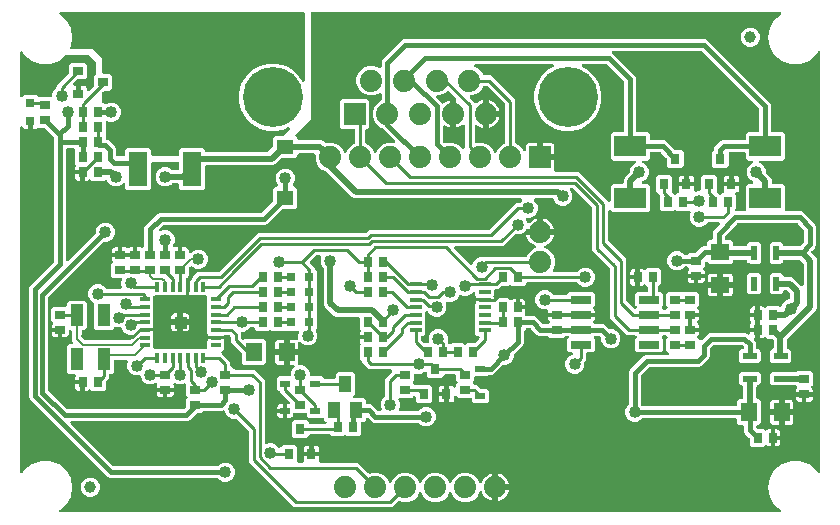
<source format=gbr>
G04 EAGLE Gerber RS-274X export*
G75*
%MOMM*%
%FSLAX34Y34*%
%LPD*%
%INTop Copper*%
%IPPOS*%
%AMOC8*
5,1,8,0,0,1.08239X$1,22.5*%
G01*
%ADD10R,1.400000X1.600000*%
%ADD11R,0.900000X0.700000*%
%ADD12R,0.700000X0.900000*%
%ADD13R,0.990600X0.304800*%
%ADD14R,0.830000X0.630000*%
%ADD15R,2.700000X1.800000*%
%ADD16R,1.750000X0.650000*%
%ADD17R,0.850000X0.350000*%
%ADD18R,0.350000X0.850000*%
%ADD19C,0.050000*%
%ADD20R,0.800000X0.900000*%
%ADD21R,0.550000X1.200000*%
%ADD22R,1.100000X1.900000*%
%ADD23R,0.900000X0.800000*%
%ADD24R,1.600000X3.000000*%
%ADD25R,5.800000X6.200000*%
%ADD26R,1.000000X1.400000*%
%ADD27R,0.800000X0.800000*%
%ADD28C,1.879600*%
%ADD29R,1.879600X1.879600*%
%ADD30C,5.080000*%
%ADD31R,1.200000X0.550000*%
%ADD32R,1.470000X1.270000*%
%ADD33R,1.600000X1.400000*%
%ADD34C,1.000000*%
%ADD35C,0.254000*%
%ADD36C,0.203200*%
%ADD37C,0.381000*%
%ADD38C,1.016000*%
%ADD39C,0.508000*%

G36*
X647205Y4069D02*
X647205Y4069D01*
X647240Y4067D01*
X647362Y4089D01*
X647485Y4105D01*
X647518Y4118D01*
X647553Y4124D01*
X647665Y4176D01*
X647781Y4222D01*
X647809Y4242D01*
X647841Y4257D01*
X647938Y4336D01*
X648038Y4408D01*
X648061Y4436D01*
X648088Y4458D01*
X648161Y4558D01*
X648241Y4653D01*
X648256Y4685D01*
X648277Y4714D01*
X648323Y4829D01*
X648376Y4941D01*
X648383Y4976D01*
X648396Y5009D01*
X648413Y5132D01*
X648436Y5253D01*
X648434Y5289D01*
X648439Y5324D01*
X648424Y5447D01*
X648416Y5571D01*
X648405Y5605D01*
X648401Y5640D01*
X648356Y5756D01*
X648318Y5873D01*
X648299Y5903D01*
X648287Y5936D01*
X648214Y6037D01*
X648148Y6142D01*
X648122Y6166D01*
X648102Y6195D01*
X647985Y6306D01*
X642815Y10644D01*
X638829Y17549D01*
X637445Y25400D01*
X638829Y33251D01*
X642815Y40155D01*
X648922Y45280D01*
X656414Y48007D01*
X664386Y48007D01*
X671878Y45280D01*
X677985Y40156D01*
X679367Y37762D01*
X679455Y37646D01*
X679540Y37528D01*
X679551Y37519D01*
X679559Y37509D01*
X679673Y37418D01*
X679785Y37325D01*
X679798Y37319D01*
X679808Y37311D01*
X679942Y37251D01*
X680073Y37190D01*
X680086Y37187D01*
X680099Y37182D01*
X680243Y37157D01*
X680386Y37130D01*
X680399Y37131D01*
X680412Y37128D01*
X680558Y37141D01*
X680703Y37150D01*
X680716Y37154D01*
X680729Y37155D01*
X680867Y37203D01*
X681005Y37248D01*
X681017Y37255D01*
X681030Y37259D01*
X681151Y37340D01*
X681274Y37418D01*
X681283Y37428D01*
X681295Y37435D01*
X681392Y37543D01*
X681492Y37649D01*
X681499Y37661D01*
X681508Y37671D01*
X681575Y37801D01*
X681646Y37928D01*
X681649Y37941D01*
X681655Y37953D01*
X681689Y38095D01*
X681725Y38236D01*
X681726Y38254D01*
X681728Y38263D01*
X681728Y38280D01*
X681735Y38397D01*
X681735Y393403D01*
X681717Y393548D01*
X681702Y393693D01*
X681697Y393706D01*
X681695Y393719D01*
X681642Y393854D01*
X681591Y393991D01*
X681583Y394002D01*
X681578Y394015D01*
X681493Y394132D01*
X681410Y394252D01*
X681399Y394261D01*
X681392Y394272D01*
X681280Y394365D01*
X681169Y394460D01*
X681157Y394466D01*
X681147Y394475D01*
X681015Y394537D01*
X680884Y394602D01*
X680871Y394605D01*
X680859Y394610D01*
X680717Y394638D01*
X680573Y394668D01*
X680560Y394668D01*
X680547Y394670D01*
X680402Y394661D01*
X680256Y394655D01*
X680242Y394651D01*
X680229Y394650D01*
X680091Y394606D01*
X679951Y394563D01*
X679939Y394556D01*
X679927Y394552D01*
X679804Y394475D01*
X679679Y394399D01*
X679669Y394389D01*
X679658Y394382D01*
X679558Y394276D01*
X679456Y394172D01*
X679446Y394157D01*
X679440Y394151D01*
X679432Y394136D01*
X679367Y394038D01*
X677985Y391645D01*
X671878Y386520D01*
X664386Y383793D01*
X656414Y383793D01*
X648922Y386520D01*
X642815Y391644D01*
X638829Y398549D01*
X637445Y406400D01*
X638829Y414251D01*
X642815Y421155D01*
X647985Y425494D01*
X648009Y425520D01*
X648038Y425540D01*
X648117Y425636D01*
X648201Y425727D01*
X648218Y425758D01*
X648241Y425785D01*
X648294Y425898D01*
X648353Y426007D01*
X648361Y426041D01*
X648376Y426073D01*
X648399Y426195D01*
X648430Y426315D01*
X648429Y426351D01*
X648436Y426386D01*
X648428Y426509D01*
X648427Y426633D01*
X648418Y426668D01*
X648416Y426703D01*
X648378Y426821D01*
X648346Y426941D01*
X648329Y426972D01*
X648318Y427005D01*
X648252Y427110D01*
X648191Y427219D01*
X648167Y427244D01*
X648148Y427274D01*
X648058Y427359D01*
X647972Y427449D01*
X647942Y427468D01*
X647916Y427492D01*
X647808Y427552D01*
X647703Y427618D01*
X647669Y427629D01*
X647638Y427646D01*
X647518Y427677D01*
X647400Y427714D01*
X647364Y427716D01*
X647330Y427725D01*
X647169Y427735D01*
X251460Y427735D01*
X251342Y427720D01*
X251223Y427713D01*
X251185Y427700D01*
X251144Y427695D01*
X251034Y427652D01*
X250921Y427615D01*
X250886Y427593D01*
X250849Y427578D01*
X250753Y427509D01*
X250652Y427445D01*
X250624Y427415D01*
X250591Y427392D01*
X250516Y427300D01*
X250434Y427213D01*
X250414Y427178D01*
X250389Y427147D01*
X250338Y427039D01*
X250280Y426935D01*
X250270Y426895D01*
X250253Y426859D01*
X250231Y426742D01*
X250201Y426627D01*
X250197Y426567D01*
X250193Y426547D01*
X250195Y426526D01*
X250191Y426466D01*
X250191Y337076D01*
X237561Y324446D01*
X237488Y324352D01*
X237409Y324262D01*
X237391Y324226D01*
X237366Y324194D01*
X237318Y324085D01*
X237264Y323979D01*
X237256Y323940D01*
X237239Y323903D01*
X237221Y323785D01*
X237195Y323669D01*
X237196Y323629D01*
X237190Y323589D01*
X237201Y323470D01*
X237204Y323351D01*
X237216Y323312D01*
X237219Y323272D01*
X237260Y323160D01*
X237293Y323046D01*
X237313Y323011D01*
X237327Y322973D01*
X237394Y322874D01*
X237454Y322772D01*
X237494Y322726D01*
X237506Y322710D01*
X237521Y322696D01*
X237561Y322651D01*
X238999Y321213D01*
X238999Y320458D01*
X239014Y320340D01*
X239021Y320221D01*
X239034Y320183D01*
X239039Y320142D01*
X239082Y320032D01*
X239119Y319919D01*
X239141Y319884D01*
X239156Y319847D01*
X239225Y319751D01*
X239289Y319650D01*
X239319Y319622D01*
X239342Y319589D01*
X239434Y319513D01*
X239521Y319432D01*
X239556Y319412D01*
X239587Y319387D01*
X239695Y319336D01*
X239799Y319278D01*
X239839Y319268D01*
X239875Y319251D01*
X239992Y319229D01*
X240107Y319199D01*
X240167Y319195D01*
X240187Y319191D01*
X240208Y319193D01*
X240268Y319189D01*
X259012Y319189D01*
X261066Y318338D01*
X262163Y317241D01*
X262186Y317223D01*
X262205Y317200D01*
X262312Y317125D01*
X262414Y317046D01*
X262441Y317034D01*
X262465Y317017D01*
X262587Y316971D01*
X262706Y316920D01*
X262735Y316915D01*
X262763Y316905D01*
X262892Y316890D01*
X263020Y316870D01*
X263049Y316873D01*
X263079Y316869D01*
X263207Y316887D01*
X263337Y316900D01*
X263364Y316910D01*
X263394Y316914D01*
X263546Y316966D01*
X264224Y317247D01*
X269176Y317247D01*
X273750Y315352D01*
X277252Y311850D01*
X278227Y309495D01*
X278296Y309375D01*
X278361Y309252D01*
X278375Y309237D01*
X278385Y309219D01*
X278482Y309119D01*
X278575Y309016D01*
X278592Y309005D01*
X278606Y308991D01*
X278725Y308918D01*
X278841Y308842D01*
X278860Y308835D01*
X278877Y308824D01*
X279010Y308784D01*
X279142Y308738D01*
X279162Y308737D01*
X279181Y308731D01*
X279320Y308724D01*
X279459Y308713D01*
X279479Y308717D01*
X279499Y308716D01*
X279635Y308744D01*
X279772Y308768D01*
X279791Y308776D01*
X279810Y308780D01*
X279936Y308841D01*
X280062Y308898D01*
X280078Y308911D01*
X280096Y308920D01*
X280202Y309010D01*
X280310Y309097D01*
X280323Y309113D01*
X280338Y309126D01*
X280418Y309240D01*
X280502Y309351D01*
X280514Y309376D01*
X280521Y309386D01*
X280528Y309405D01*
X280573Y309495D01*
X281548Y311850D01*
X285050Y315352D01*
X286998Y316159D01*
X287023Y316173D01*
X287051Y316183D01*
X287161Y316252D01*
X287274Y316316D01*
X287295Y316337D01*
X287320Y316353D01*
X287409Y316447D01*
X287502Y316538D01*
X287518Y316563D01*
X287538Y316584D01*
X287601Y316698D01*
X287669Y316809D01*
X287677Y316837D01*
X287692Y316863D01*
X287724Y316989D01*
X287762Y317113D01*
X287764Y317142D01*
X287771Y317171D01*
X287781Y317331D01*
X287781Y327684D01*
X287766Y327802D01*
X287759Y327921D01*
X287746Y327959D01*
X287741Y328000D01*
X287698Y328110D01*
X287661Y328223D01*
X287639Y328258D01*
X287624Y328295D01*
X287555Y328391D01*
X287491Y328492D01*
X287461Y328520D01*
X287438Y328553D01*
X287346Y328629D01*
X287259Y328710D01*
X287224Y328730D01*
X287193Y328755D01*
X287085Y328806D01*
X286981Y328864D01*
X286941Y328874D01*
X286905Y328891D01*
X286788Y328913D01*
X286673Y328943D01*
X286613Y328947D01*
X286593Y328951D01*
X286572Y328949D01*
X286512Y328953D01*
X276839Y328953D01*
X275053Y330739D01*
X275053Y352061D01*
X276839Y353847D01*
X298161Y353847D01*
X299947Y352061D01*
X299947Y330739D01*
X298161Y328953D01*
X297688Y328953D01*
X297570Y328938D01*
X297451Y328931D01*
X297413Y328918D01*
X297372Y328913D01*
X297262Y328870D01*
X297149Y328833D01*
X297114Y328811D01*
X297077Y328796D01*
X296981Y328727D01*
X296880Y328663D01*
X296852Y328633D01*
X296819Y328610D01*
X296743Y328518D01*
X296662Y328431D01*
X296642Y328396D01*
X296617Y328365D01*
X296566Y328257D01*
X296508Y328153D01*
X296498Y328113D01*
X296481Y328077D01*
X296459Y327960D01*
X296429Y327845D01*
X296425Y327785D01*
X296421Y327765D01*
X296423Y327744D01*
X296419Y327684D01*
X296419Y317331D01*
X296422Y317302D01*
X296420Y317273D01*
X296442Y317145D01*
X296459Y317016D01*
X296469Y316989D01*
X296474Y316959D01*
X296528Y316841D01*
X296576Y316720D01*
X296593Y316696D01*
X296605Y316669D01*
X296686Y316568D01*
X296762Y316463D01*
X296785Y316444D01*
X296804Y316421D01*
X296907Y316343D01*
X297007Y316260D01*
X297034Y316247D01*
X297058Y316230D01*
X297202Y316159D01*
X299150Y315352D01*
X302652Y311850D01*
X303627Y309495D01*
X303696Y309375D01*
X303761Y309252D01*
X303775Y309237D01*
X303785Y309219D01*
X303882Y309119D01*
X303975Y309016D01*
X303992Y309005D01*
X304006Y308991D01*
X304125Y308918D01*
X304241Y308842D01*
X304260Y308835D01*
X304277Y308824D01*
X304410Y308784D01*
X304542Y308738D01*
X304562Y308737D01*
X304581Y308731D01*
X304720Y308724D01*
X304859Y308713D01*
X304879Y308717D01*
X304899Y308716D01*
X305035Y308744D01*
X305172Y308768D01*
X305191Y308776D01*
X305210Y308780D01*
X305336Y308841D01*
X305462Y308898D01*
X305478Y308911D01*
X305496Y308920D01*
X305602Y309010D01*
X305710Y309097D01*
X305723Y309113D01*
X305738Y309126D01*
X305818Y309240D01*
X305902Y309351D01*
X305914Y309376D01*
X305921Y309386D01*
X305928Y309405D01*
X305973Y309495D01*
X306948Y311850D01*
X310450Y315352D01*
X315024Y317247D01*
X319976Y317247D01*
X320007Y317234D01*
X320075Y317215D01*
X320139Y317188D01*
X320227Y317173D01*
X320314Y317150D01*
X320384Y317149D01*
X320453Y317138D01*
X320542Y317146D01*
X320632Y317145D01*
X320700Y317161D01*
X320769Y317167D01*
X320854Y317198D01*
X320941Y317219D01*
X321003Y317251D01*
X321069Y317275D01*
X321143Y317325D01*
X321222Y317367D01*
X321274Y317415D01*
X321332Y317454D01*
X321391Y317521D01*
X321458Y317581D01*
X321496Y317640D01*
X321542Y317692D01*
X321583Y317772D01*
X321632Y317847D01*
X321655Y317913D01*
X321687Y317975D01*
X321707Y318063D01*
X321736Y318148D01*
X321741Y318217D01*
X321757Y318286D01*
X321754Y318375D01*
X321761Y318465D01*
X321749Y318534D01*
X321747Y318604D01*
X321722Y318690D01*
X321707Y318778D01*
X321678Y318842D01*
X321658Y318909D01*
X321613Y318986D01*
X321576Y319068D01*
X321532Y319123D01*
X321497Y319183D01*
X321391Y319304D01*
X311224Y329470D01*
X311217Y329476D01*
X311211Y329483D01*
X311092Y329573D01*
X310973Y329665D01*
X310965Y329669D01*
X310957Y329674D01*
X310813Y329745D01*
X308150Y330848D01*
X304648Y334350D01*
X302753Y338924D01*
X302753Y343876D01*
X304648Y348450D01*
X308150Y351952D01*
X309463Y352496D01*
X309488Y352510D01*
X309516Y352520D01*
X309626Y352589D01*
X309739Y352653D01*
X309760Y352674D01*
X309785Y352690D01*
X309874Y352784D01*
X309967Y352875D01*
X309983Y352900D01*
X310003Y352921D01*
X310066Y353035D01*
X310134Y353146D01*
X310142Y353174D01*
X310157Y353200D01*
X310189Y353325D01*
X310227Y353450D01*
X310229Y353479D01*
X310236Y353508D01*
X310246Y353668D01*
X310246Y358092D01*
X310240Y358142D01*
X310242Y358191D01*
X310220Y358299D01*
X310206Y358408D01*
X310188Y358454D01*
X310178Y358503D01*
X310130Y358602D01*
X310089Y358704D01*
X310060Y358744D01*
X310038Y358788D01*
X309967Y358872D01*
X309903Y358961D01*
X309864Y358993D01*
X309832Y359030D01*
X309742Y359094D01*
X309658Y359164D01*
X309613Y359185D01*
X309572Y359214D01*
X309469Y359253D01*
X309370Y359299D01*
X309321Y359309D01*
X309275Y359326D01*
X309165Y359338D01*
X309058Y359359D01*
X309008Y359356D01*
X308959Y359362D01*
X308850Y359346D01*
X308740Y359339D01*
X308693Y359324D01*
X308644Y359317D01*
X308491Y359265D01*
X303876Y357353D01*
X298924Y357353D01*
X294350Y359248D01*
X290848Y362750D01*
X288953Y367324D01*
X288953Y372276D01*
X290848Y376850D01*
X294350Y380352D01*
X298924Y382247D01*
X303876Y382247D01*
X308491Y380335D01*
X308539Y380322D01*
X308584Y380301D01*
X308692Y380280D01*
X308798Y380251D01*
X308848Y380250D01*
X308897Y380241D01*
X309006Y380248D01*
X309116Y380246D01*
X309164Y380258D01*
X309214Y380261D01*
X309318Y380294D01*
X309425Y380320D01*
X309469Y380343D01*
X309516Y380359D01*
X309609Y380417D01*
X309706Y380469D01*
X309743Y380502D01*
X309785Y380529D01*
X309860Y380609D01*
X309942Y380683D01*
X309969Y380724D01*
X310003Y380760D01*
X310056Y380857D01*
X310116Y380948D01*
X310133Y380995D01*
X310157Y381039D01*
X310184Y381145D01*
X310220Y381249D01*
X310224Y381299D01*
X310236Y381347D01*
X310246Y381508D01*
X310246Y386035D01*
X311000Y387856D01*
X327394Y404250D01*
X329215Y405004D01*
X583915Y405004D01*
X585736Y404250D01*
X639200Y350786D01*
X639954Y348965D01*
X639954Y327418D01*
X639969Y327300D01*
X639976Y327181D01*
X639989Y327143D01*
X639994Y327102D01*
X640037Y326992D01*
X640074Y326879D01*
X640096Y326844D01*
X640111Y326807D01*
X640180Y326711D01*
X640244Y326610D01*
X640274Y326582D01*
X640297Y326549D01*
X640389Y326473D01*
X640476Y326392D01*
X640511Y326372D01*
X640542Y326347D01*
X640650Y326296D01*
X640754Y326238D01*
X640794Y326228D01*
X640830Y326211D01*
X640947Y326189D01*
X641062Y326159D01*
X641122Y326155D01*
X641142Y326151D01*
X641163Y326153D01*
X641223Y326149D01*
X649763Y326149D01*
X651549Y324363D01*
X651549Y303837D01*
X649763Y302051D01*
X630978Y302051D01*
X630909Y302043D01*
X630839Y302044D01*
X630751Y302023D01*
X630662Y302011D01*
X630597Y301986D01*
X630530Y301969D01*
X630450Y301927D01*
X630367Y301894D01*
X630310Y301853D01*
X630248Y301821D01*
X630182Y301760D01*
X630109Y301708D01*
X630065Y301654D01*
X630013Y301607D01*
X629964Y301532D01*
X629906Y301463D01*
X629877Y301399D01*
X629838Y301341D01*
X629809Y301256D01*
X629771Y301175D01*
X629758Y301106D01*
X629735Y301040D01*
X629728Y300951D01*
X629711Y300863D01*
X629716Y300793D01*
X629710Y300723D01*
X629725Y300635D01*
X629731Y300545D01*
X629752Y300479D01*
X629764Y300410D01*
X629801Y300328D01*
X629829Y300243D01*
X629866Y300184D01*
X629895Y300120D01*
X629951Y300050D01*
X629999Y299974D01*
X630050Y299926D01*
X630094Y299872D01*
X630165Y299817D01*
X630231Y299756D01*
X630292Y299722D01*
X630348Y299680D01*
X630492Y299609D01*
X631985Y298991D01*
X634271Y296705D01*
X635509Y293717D01*
X635509Y292401D01*
X635521Y292302D01*
X635524Y292203D01*
X635541Y292145D01*
X635549Y292085D01*
X635585Y291993D01*
X635613Y291898D01*
X635643Y291846D01*
X635666Y291789D01*
X635724Y291709D01*
X635774Y291624D01*
X635840Y291549D01*
X635852Y291532D01*
X635862Y291524D01*
X635880Y291503D01*
X639738Y287646D01*
X640589Y285592D01*
X640589Y283418D01*
X640604Y283300D01*
X640611Y283181D01*
X640624Y283143D01*
X640629Y283102D01*
X640672Y282992D01*
X640709Y282879D01*
X640731Y282844D01*
X640746Y282807D01*
X640815Y282711D01*
X640879Y282610D01*
X640909Y282582D01*
X640932Y282549D01*
X641024Y282473D01*
X641111Y282392D01*
X641146Y282372D01*
X641177Y282347D01*
X641285Y282296D01*
X641389Y282238D01*
X641429Y282228D01*
X641465Y282211D01*
X641582Y282189D01*
X641697Y282159D01*
X641757Y282155D01*
X641777Y282151D01*
X641798Y282153D01*
X641858Y282149D01*
X649763Y282149D01*
X651549Y280363D01*
X651549Y260223D01*
X651564Y260105D01*
X651571Y259986D01*
X651584Y259948D01*
X651589Y259907D01*
X651632Y259797D01*
X651669Y259684D01*
X651691Y259649D01*
X651706Y259612D01*
X651775Y259516D01*
X651839Y259415D01*
X651869Y259387D01*
X651892Y259354D01*
X651984Y259278D01*
X652071Y259197D01*
X652106Y259177D01*
X652137Y259152D01*
X652245Y259101D01*
X652349Y259043D01*
X652389Y259033D01*
X652425Y259016D01*
X652542Y258994D01*
X652657Y258964D01*
X652717Y258960D01*
X652737Y258956D01*
X652758Y258958D01*
X652818Y258954D01*
X665195Y258954D01*
X667016Y258200D01*
X677300Y247916D01*
X678054Y246095D01*
X678054Y230155D01*
X677300Y228334D01*
X674467Y225501D01*
X674394Y225407D01*
X674315Y225318D01*
X674297Y225282D01*
X674272Y225250D01*
X674225Y225141D01*
X674171Y225035D01*
X674162Y224996D01*
X674146Y224958D01*
X674127Y224841D01*
X674101Y224725D01*
X674102Y224684D01*
X674096Y224644D01*
X674107Y224526D01*
X674111Y224407D01*
X674122Y224368D01*
X674126Y224328D01*
X674166Y224215D01*
X674199Y224101D01*
X674220Y224066D01*
X674233Y224028D01*
X674300Y223930D01*
X674361Y223827D01*
X674401Y223782D01*
X674412Y223765D01*
X674427Y223752D01*
X674467Y223706D01*
X677838Y220336D01*
X678689Y218282D01*
X678689Y176838D01*
X677838Y174784D01*
X653660Y150607D01*
X653600Y150529D01*
X653532Y150456D01*
X653503Y150403D01*
X653466Y150356D01*
X653426Y150265D01*
X653378Y150178D01*
X653363Y150119D01*
X653339Y150064D01*
X653324Y149966D01*
X653299Y149870D01*
X653293Y149770D01*
X653289Y149750D01*
X653291Y149737D01*
X653289Y149709D01*
X653289Y143568D01*
X653304Y143450D01*
X653311Y143331D01*
X653324Y143293D01*
X653329Y143252D01*
X653372Y143142D01*
X653409Y143029D01*
X653431Y142994D01*
X653446Y142957D01*
X653515Y142861D01*
X653579Y142760D01*
X653609Y142732D01*
X653632Y142699D01*
X653724Y142623D01*
X653811Y142542D01*
X653846Y142522D01*
X653877Y142497D01*
X653985Y142446D01*
X654089Y142388D01*
X654129Y142378D01*
X654165Y142361D01*
X654282Y142339D01*
X654397Y142309D01*
X654457Y142305D01*
X654477Y142301D01*
X654498Y142303D01*
X654558Y142299D01*
X655264Y142299D01*
X657050Y140513D01*
X657050Y132487D01*
X655264Y130701D01*
X640738Y130701D01*
X638952Y132487D01*
X638952Y140513D01*
X640738Y142299D01*
X640842Y142299D01*
X640960Y142314D01*
X641079Y142321D01*
X641117Y142334D01*
X641158Y142339D01*
X641268Y142382D01*
X641381Y142419D01*
X641416Y142441D01*
X641453Y142456D01*
X641549Y142525D01*
X641650Y142589D01*
X641678Y142619D01*
X641711Y142642D01*
X641787Y142734D01*
X641868Y142821D01*
X641888Y142856D01*
X641913Y142887D01*
X641964Y142995D01*
X642022Y143099D01*
X642032Y143139D01*
X642049Y143175D01*
X642071Y143292D01*
X642101Y143407D01*
X642105Y143467D01*
X642109Y143487D01*
X642107Y143508D01*
X642111Y143568D01*
X642111Y149709D01*
X642099Y149808D01*
X642096Y149907D01*
X642079Y149965D01*
X642071Y150025D01*
X642035Y150117D01*
X642007Y150212D01*
X641977Y150264D01*
X641954Y150321D01*
X641896Y150401D01*
X641846Y150486D01*
X641780Y150561D01*
X641768Y150578D01*
X641758Y150586D01*
X641740Y150607D01*
X641517Y150830D01*
X641439Y150890D01*
X641366Y150958D01*
X641313Y150987D01*
X641266Y151024D01*
X641175Y151064D01*
X641088Y151112D01*
X641029Y151127D01*
X640974Y151151D01*
X640876Y151166D01*
X640780Y151191D01*
X640680Y151197D01*
X640660Y151201D01*
X640647Y151199D01*
X640619Y151201D01*
X636737Y151201D01*
X635538Y152400D01*
X635444Y152473D01*
X635355Y152552D01*
X635319Y152570D01*
X635287Y152595D01*
X635178Y152642D01*
X635072Y152697D01*
X635032Y152705D01*
X634995Y152721D01*
X634877Y152740D01*
X634761Y152766D01*
X634721Y152765D01*
X634681Y152771D01*
X634562Y152760D01*
X634444Y152757D01*
X634405Y152745D01*
X634364Y152741D01*
X634252Y152701D01*
X634138Y152668D01*
X634103Y152648D01*
X634065Y152634D01*
X633967Y152567D01*
X633864Y152507D01*
X633819Y152467D01*
X633802Y152455D01*
X633789Y152440D01*
X633743Y152400D01*
X633560Y152217D01*
X632981Y151882D01*
X632334Y151709D01*
X630249Y151709D01*
X630249Y158270D01*
X630234Y158388D01*
X630227Y158507D01*
X630214Y158545D01*
X630209Y158585D01*
X630166Y158696D01*
X630150Y158744D01*
X630160Y158762D01*
X630170Y158801D01*
X630187Y158837D01*
X630209Y158954D01*
X630239Y159070D01*
X630243Y159130D01*
X630247Y159150D01*
X630245Y159170D01*
X630249Y159230D01*
X630249Y170970D01*
X630234Y171088D01*
X630227Y171207D01*
X630214Y171245D01*
X630209Y171285D01*
X630166Y171396D01*
X630150Y171444D01*
X630160Y171462D01*
X630170Y171501D01*
X630187Y171537D01*
X630209Y171654D01*
X630239Y171770D01*
X630243Y171830D01*
X630247Y171850D01*
X630245Y171870D01*
X630249Y171930D01*
X630249Y178491D01*
X632334Y178491D01*
X632981Y178318D01*
X633560Y177983D01*
X633743Y177800D01*
X633837Y177727D01*
X633927Y177648D01*
X633963Y177630D01*
X633994Y177605D01*
X634104Y177558D01*
X634210Y177503D01*
X634249Y177495D01*
X634286Y177479D01*
X634404Y177460D01*
X634520Y177434D01*
X634561Y177435D01*
X634600Y177429D01*
X634719Y177440D01*
X634838Y177443D01*
X634877Y177455D01*
X634917Y177459D01*
X635029Y177499D01*
X635143Y177532D01*
X635178Y177552D01*
X635216Y177566D01*
X635315Y177633D01*
X635417Y177693D01*
X635463Y177733D01*
X635479Y177745D01*
X635493Y177760D01*
X635538Y177800D01*
X636737Y178999D01*
X646263Y178999D01*
X646724Y178538D01*
X646763Y178507D01*
X646796Y178471D01*
X646888Y178410D01*
X646975Y178343D01*
X647021Y178323D01*
X647062Y178296D01*
X647166Y178260D01*
X647267Y178217D01*
X647316Y178209D01*
X647363Y178193D01*
X647472Y178184D01*
X647581Y178167D01*
X647631Y178171D01*
X647680Y178168D01*
X647788Y178186D01*
X647898Y178197D01*
X647944Y178213D01*
X647993Y178222D01*
X648093Y178267D01*
X648197Y178304D01*
X648238Y178332D01*
X648283Y178352D01*
X648369Y178421D01*
X648460Y178483D01*
X648493Y178520D01*
X648532Y178551D01*
X648598Y178639D01*
X648670Y178721D01*
X648693Y178765D01*
X648723Y178805D01*
X648794Y178950D01*
X649699Y181135D01*
X651985Y183421D01*
X655023Y184679D01*
X655049Y184681D01*
X655087Y184694D01*
X655128Y184699D01*
X655238Y184742D01*
X655351Y184779D01*
X655386Y184801D01*
X655423Y184816D01*
X655519Y184885D01*
X655620Y184949D01*
X655648Y184979D01*
X655681Y185002D01*
X655757Y185094D01*
X655838Y185181D01*
X655858Y185216D01*
X655883Y185247D01*
X655934Y185355D01*
X655992Y185459D01*
X656002Y185499D01*
X656019Y185535D01*
X656041Y185652D01*
X656071Y185767D01*
X656075Y185827D01*
X656079Y185847D01*
X656077Y185868D01*
X656081Y185928D01*
X656081Y188929D01*
X656069Y189028D01*
X656066Y189127D01*
X656049Y189185D01*
X656041Y189245D01*
X656005Y189337D01*
X655977Y189432D01*
X655947Y189484D01*
X655924Y189541D01*
X655866Y189621D01*
X655816Y189706D01*
X655750Y189781D01*
X655738Y189798D01*
X655728Y189806D01*
X655710Y189827D01*
X653678Y191859D01*
X653600Y191919D01*
X653527Y191987D01*
X653474Y192016D01*
X653427Y192053D01*
X653336Y192093D01*
X653249Y192141D01*
X653190Y192156D01*
X653135Y192180D01*
X653037Y192195D01*
X652941Y192220D01*
X652841Y192226D01*
X652821Y192230D01*
X652808Y192228D01*
X652780Y192230D01*
X651568Y192230D01*
X651450Y192215D01*
X651331Y192208D01*
X651293Y192195D01*
X651252Y192190D01*
X651142Y192147D01*
X651029Y192110D01*
X650994Y192088D01*
X650957Y192073D01*
X650860Y192003D01*
X650760Y191940D01*
X650732Y191910D01*
X650699Y191887D01*
X650623Y191795D01*
X650542Y191708D01*
X650522Y191673D01*
X650497Y191642D01*
X650446Y191534D01*
X650388Y191430D01*
X650378Y191390D01*
X650361Y191354D01*
X650339Y191237D01*
X650309Y191122D01*
X650305Y191062D01*
X650301Y191042D01*
X650303Y191021D01*
X650299Y190961D01*
X650299Y190556D01*
X648513Y188770D01*
X640487Y188770D01*
X638701Y190556D01*
X638701Y205082D01*
X640487Y206868D01*
X648513Y206868D01*
X650299Y205082D01*
X650299Y204677D01*
X650314Y204558D01*
X650321Y204440D01*
X650334Y204402D01*
X650339Y204361D01*
X650382Y204251D01*
X650419Y204138D01*
X650441Y204103D01*
X650456Y204066D01*
X650525Y203970D01*
X650589Y203869D01*
X650619Y203841D01*
X650642Y203808D01*
X650734Y203732D01*
X650821Y203651D01*
X650856Y203631D01*
X650887Y203606D01*
X650995Y203555D01*
X651099Y203497D01*
X651139Y203487D01*
X651175Y203470D01*
X651292Y203448D01*
X651407Y203418D01*
X651467Y203414D01*
X651487Y203410D01*
X651508Y203412D01*
X651568Y203408D01*
X656733Y203408D01*
X658787Y202557D01*
X664657Y196686D01*
X665344Y195999D01*
X665454Y195914D01*
X665561Y195825D01*
X665580Y195817D01*
X665596Y195804D01*
X665724Y195749D01*
X665849Y195690D01*
X665869Y195686D01*
X665888Y195678D01*
X666026Y195656D01*
X666162Y195630D01*
X666182Y195631D01*
X666202Y195628D01*
X666341Y195641D01*
X666479Y195650D01*
X666498Y195656D01*
X666518Y195658D01*
X666649Y195705D01*
X666781Y195748D01*
X666799Y195759D01*
X666818Y195765D01*
X666932Y195843D01*
X667050Y195918D01*
X667064Y195933D01*
X667081Y195944D01*
X667173Y196048D01*
X667268Y196149D01*
X667278Y196167D01*
X667291Y196182D01*
X667354Y196306D01*
X667422Y196428D01*
X667427Y196448D01*
X667436Y196466D01*
X667466Y196602D01*
X667501Y196736D01*
X667503Y196764D01*
X667506Y196776D01*
X667505Y196796D01*
X667511Y196897D01*
X667511Y214329D01*
X667499Y214428D01*
X667496Y214527D01*
X667479Y214585D01*
X667471Y214645D01*
X667435Y214737D01*
X667407Y214832D01*
X667377Y214884D01*
X667354Y214941D01*
X667296Y215020D01*
X667246Y215106D01*
X667180Y215181D01*
X667168Y215198D01*
X667158Y215206D01*
X667140Y215227D01*
X664506Y217861D01*
X664428Y217921D01*
X664355Y217989D01*
X664302Y218018D01*
X664255Y218055D01*
X664164Y218095D01*
X664077Y218143D01*
X664018Y218158D01*
X663963Y218182D01*
X663865Y218197D01*
X663769Y218222D01*
X663669Y218228D01*
X663649Y218232D01*
X663636Y218230D01*
X663608Y218232D01*
X651568Y218232D01*
X651450Y218217D01*
X651331Y218210D01*
X651293Y218197D01*
X651252Y218192D01*
X651142Y218149D01*
X651029Y218112D01*
X650994Y218090D01*
X650957Y218075D01*
X650861Y218006D01*
X650760Y217942D01*
X650732Y217912D01*
X650699Y217889D01*
X650623Y217797D01*
X650542Y217710D01*
X650522Y217675D01*
X650497Y217644D01*
X650446Y217536D01*
X650388Y217432D01*
X650378Y217392D01*
X650361Y217356D01*
X650339Y217239D01*
X650309Y217124D01*
X650305Y217064D01*
X650301Y217044D01*
X650303Y217023D01*
X650299Y216963D01*
X650299Y216558D01*
X648513Y214772D01*
X640487Y214772D01*
X638701Y216558D01*
X638701Y231084D01*
X640487Y232870D01*
X648513Y232870D01*
X650299Y231084D01*
X650299Y230679D01*
X650314Y230560D01*
X650321Y230442D01*
X650334Y230404D01*
X650339Y230363D01*
X650382Y230253D01*
X650419Y230140D01*
X650441Y230105D01*
X650456Y230068D01*
X650525Y229972D01*
X650589Y229871D01*
X650619Y229843D01*
X650642Y229810D01*
X650734Y229734D01*
X650821Y229653D01*
X650856Y229633D01*
X650887Y229608D01*
X650995Y229557D01*
X651099Y229499D01*
X651139Y229489D01*
X651175Y229472D01*
X651292Y229450D01*
X651407Y229420D01*
X651467Y229416D01*
X651487Y229412D01*
X651508Y229414D01*
X651568Y229410D01*
X663838Y229410D01*
X663937Y229422D01*
X664036Y229425D01*
X664094Y229442D01*
X664154Y229450D01*
X664246Y229486D01*
X664341Y229514D01*
X664393Y229544D01*
X664450Y229567D01*
X664530Y229625D01*
X664615Y229675D01*
X664690Y229741D01*
X664707Y229753D01*
X664715Y229763D01*
X664736Y229781D01*
X667775Y232820D01*
X667835Y232898D01*
X667903Y232971D01*
X667932Y233024D01*
X667969Y233071D01*
X668009Y233162D01*
X668057Y233249D01*
X668072Y233308D01*
X668096Y233363D01*
X668111Y233461D01*
X668136Y233557D01*
X668142Y233657D01*
X668146Y233677D01*
X668144Y233690D01*
X668146Y233718D01*
X668146Y242532D01*
X668134Y242631D01*
X668131Y242730D01*
X668114Y242788D01*
X668106Y242848D01*
X668070Y242940D01*
X668042Y243035D01*
X668012Y243087D01*
X667989Y243144D01*
X667931Y243224D01*
X667881Y243309D01*
X667815Y243384D01*
X667803Y243401D01*
X667793Y243409D01*
X667775Y243430D01*
X662530Y248675D01*
X662452Y248735D01*
X662379Y248803D01*
X662326Y248832D01*
X662279Y248869D01*
X662188Y248909D01*
X662101Y248957D01*
X662042Y248972D01*
X661987Y248996D01*
X661889Y249011D01*
X661793Y249036D01*
X661693Y249042D01*
X661673Y249046D01*
X661660Y249044D01*
X661632Y249046D01*
X612178Y249046D01*
X612079Y249034D01*
X611980Y249031D01*
X611922Y249014D01*
X611862Y249006D01*
X611770Y248970D01*
X611675Y248942D01*
X611623Y248912D01*
X611566Y248889D01*
X611486Y248831D01*
X611401Y248781D01*
X611326Y248715D01*
X611309Y248703D01*
X611301Y248693D01*
X611297Y248689D01*
X611293Y248686D01*
X611291Y248684D01*
X611280Y248675D01*
X600955Y238350D01*
X600895Y238272D01*
X600827Y238199D01*
X600798Y238146D01*
X600761Y238099D01*
X600721Y238008D01*
X600673Y237921D01*
X600658Y237862D01*
X600634Y237807D01*
X600619Y237709D01*
X600594Y237613D01*
X600588Y237513D01*
X600584Y237493D01*
X600586Y237480D01*
X600584Y237452D01*
X600584Y236138D01*
X600599Y236020D01*
X600606Y235901D01*
X600619Y235863D01*
X600624Y235822D01*
X600667Y235712D01*
X600704Y235599D01*
X600726Y235564D01*
X600741Y235527D01*
X600810Y235431D01*
X600874Y235330D01*
X600904Y235302D01*
X600927Y235269D01*
X601019Y235193D01*
X601106Y235112D01*
X601141Y235092D01*
X601172Y235067D01*
X601280Y235016D01*
X601384Y234958D01*
X601424Y234948D01*
X601460Y234931D01*
X601577Y234909D01*
X601692Y234879D01*
X601752Y234875D01*
X601772Y234871D01*
X601793Y234873D01*
X601853Y234869D01*
X606163Y234869D01*
X607949Y233083D01*
X607949Y230679D01*
X607964Y230560D01*
X607971Y230442D01*
X607984Y230404D01*
X607989Y230363D01*
X608032Y230253D01*
X608069Y230140D01*
X608091Y230105D01*
X608106Y230068D01*
X608175Y229972D01*
X608239Y229871D01*
X608269Y229843D01*
X608292Y229810D01*
X608384Y229734D01*
X608471Y229653D01*
X608506Y229633D01*
X608537Y229608D01*
X608645Y229557D01*
X608749Y229499D01*
X608789Y229489D01*
X608825Y229472D01*
X608942Y229450D01*
X609057Y229420D01*
X609117Y229416D01*
X609137Y229412D01*
X609158Y229414D01*
X609218Y229410D01*
X618432Y229410D01*
X618550Y229425D01*
X618669Y229432D01*
X618707Y229445D01*
X618748Y229450D01*
X618858Y229493D01*
X618971Y229530D01*
X619006Y229552D01*
X619043Y229567D01*
X619139Y229636D01*
X619240Y229700D01*
X619268Y229730D01*
X619301Y229753D01*
X619377Y229845D01*
X619458Y229932D01*
X619478Y229967D01*
X619503Y229998D01*
X619554Y230106D01*
X619612Y230210D01*
X619622Y230250D01*
X619639Y230286D01*
X619661Y230403D01*
X619691Y230518D01*
X619695Y230578D01*
X619699Y230598D01*
X619697Y230619D01*
X619701Y230679D01*
X619701Y231084D01*
X621487Y232870D01*
X629513Y232870D01*
X631299Y231084D01*
X631299Y216558D01*
X629513Y214772D01*
X621487Y214772D01*
X619701Y216558D01*
X619701Y216963D01*
X619686Y217081D01*
X619679Y217200D01*
X619666Y217238D01*
X619661Y217279D01*
X619618Y217389D01*
X619581Y217502D01*
X619559Y217537D01*
X619544Y217574D01*
X619475Y217670D01*
X619411Y217771D01*
X619381Y217799D01*
X619358Y217832D01*
X619266Y217908D01*
X619179Y217989D01*
X619144Y218009D01*
X619113Y218034D01*
X619005Y218085D01*
X618901Y218143D01*
X618861Y218153D01*
X618825Y218170D01*
X618708Y218192D01*
X618593Y218222D01*
X618533Y218226D01*
X618513Y218230D01*
X618492Y218228D01*
X618432Y218232D01*
X609218Y218232D01*
X609100Y218217D01*
X608981Y218210D01*
X608943Y218197D01*
X608902Y218192D01*
X608792Y218149D01*
X608679Y218112D01*
X608644Y218090D01*
X608607Y218075D01*
X608511Y218006D01*
X608410Y217942D01*
X608382Y217912D01*
X608349Y217889D01*
X608273Y217797D01*
X608192Y217710D01*
X608172Y217675D01*
X608147Y217644D01*
X608096Y217536D01*
X608038Y217432D01*
X608028Y217392D01*
X608011Y217356D01*
X607989Y217239D01*
X607959Y217124D01*
X607955Y217064D01*
X607951Y217044D01*
X607953Y217023D01*
X607949Y216963D01*
X607949Y216557D01*
X606163Y214771D01*
X587637Y214771D01*
X586295Y216113D01*
X586186Y216198D01*
X586079Y216287D01*
X586060Y216295D01*
X586044Y216308D01*
X585916Y216363D01*
X585791Y216422D01*
X585771Y216426D01*
X585752Y216434D01*
X585614Y216456D01*
X585478Y216482D01*
X585458Y216481D01*
X585438Y216484D01*
X585299Y216471D01*
X585161Y216462D01*
X585142Y216456D01*
X585122Y216454D01*
X584990Y216407D01*
X584859Y216364D01*
X584841Y216354D01*
X584822Y216347D01*
X584707Y216269D01*
X584590Y216194D01*
X584576Y216179D01*
X584559Y216168D01*
X584467Y216064D01*
X584372Y215963D01*
X584362Y215945D01*
X584349Y215930D01*
X584285Y215806D01*
X584218Y215684D01*
X584213Y215665D01*
X584204Y215646D01*
X584174Y215511D01*
X584139Y215376D01*
X584137Y215348D01*
X584134Y215336D01*
X584135Y215316D01*
X584129Y215215D01*
X584129Y212557D01*
X582930Y211358D01*
X582857Y211264D01*
X582778Y211175D01*
X582760Y211139D01*
X582735Y211107D01*
X582688Y210998D01*
X582633Y210892D01*
X582625Y210852D01*
X582609Y210815D01*
X582590Y210697D01*
X582564Y210581D01*
X582565Y210541D01*
X582559Y210501D01*
X582570Y210382D01*
X582573Y210264D01*
X582585Y210225D01*
X582589Y210184D01*
X582629Y210072D01*
X582662Y209958D01*
X582682Y209923D01*
X582696Y209885D01*
X582763Y209787D01*
X582823Y209684D01*
X582863Y209639D01*
X582875Y209622D01*
X582890Y209609D01*
X582930Y209563D01*
X583113Y209380D01*
X583448Y208801D01*
X583621Y208154D01*
X583621Y206069D01*
X577060Y206069D01*
X576942Y206054D01*
X576823Y206047D01*
X576785Y206034D01*
X576745Y206029D01*
X576634Y205986D01*
X576586Y205970D01*
X576568Y205980D01*
X576529Y205990D01*
X576493Y206007D01*
X576376Y206029D01*
X576260Y206059D01*
X576200Y206063D01*
X576180Y206067D01*
X576160Y206065D01*
X576100Y206069D01*
X569539Y206069D01*
X569539Y208154D01*
X569712Y208801D01*
X570047Y209380D01*
X570230Y209563D01*
X570303Y209657D01*
X570382Y209747D01*
X570400Y209783D01*
X570425Y209815D01*
X570472Y209924D01*
X570527Y210030D01*
X570535Y210069D01*
X570551Y210106D01*
X570570Y210224D01*
X570596Y210340D01*
X570595Y210380D01*
X570601Y210421D01*
X570590Y210539D01*
X570586Y210658D01*
X570575Y210697D01*
X570571Y210737D01*
X570531Y210849D01*
X570498Y210964D01*
X570478Y210998D01*
X570464Y211036D01*
X570397Y211135D01*
X570337Y211237D01*
X570297Y211283D01*
X570285Y211300D01*
X570270Y211313D01*
X570230Y211358D01*
X569594Y211995D01*
X569516Y212055D01*
X569444Y212123D01*
X569390Y212152D01*
X569343Y212189D01*
X569252Y212229D01*
X569165Y212277D01*
X569106Y212292D01*
X569051Y212316D01*
X568953Y212331D01*
X568857Y212356D01*
X568757Y212362D01*
X568737Y212366D01*
X568724Y212364D01*
X568696Y212366D01*
X567288Y212366D01*
X567190Y212354D01*
X567091Y212351D01*
X567032Y212334D01*
X566972Y212326D01*
X566880Y212290D01*
X566785Y212262D01*
X566733Y212232D01*
X566677Y212209D01*
X566596Y212151D01*
X566511Y212101D01*
X566436Y212035D01*
X566419Y212023D01*
X566411Y212013D01*
X566390Y211995D01*
X564675Y210279D01*
X561687Y209041D01*
X558453Y209041D01*
X555465Y210279D01*
X553179Y212565D01*
X551941Y215553D01*
X551941Y218787D01*
X553179Y221775D01*
X555465Y224061D01*
X558453Y225299D01*
X561687Y225299D01*
X564675Y224061D01*
X566090Y222645D01*
X566169Y222585D01*
X566241Y222517D01*
X566294Y222488D01*
X566342Y222451D01*
X566433Y222411D01*
X566519Y222363D01*
X566578Y222348D01*
X566633Y222324D01*
X566731Y222309D01*
X566827Y222284D01*
X566927Y222278D01*
X566947Y222274D01*
X566960Y222276D01*
X566988Y222274D01*
X568696Y222274D01*
X568795Y222286D01*
X568894Y222289D01*
X568952Y222306D01*
X569012Y222314D01*
X569104Y222350D01*
X569199Y222378D01*
X569251Y222408D01*
X569308Y222431D01*
X569388Y222489D01*
X569473Y222539D01*
X569548Y222605D01*
X569565Y222617D01*
X569573Y222627D01*
X569594Y222645D01*
X570817Y223869D01*
X575597Y223869D01*
X575696Y223881D01*
X575795Y223884D01*
X575853Y223901D01*
X575913Y223909D01*
X576005Y223945D01*
X576100Y223973D01*
X576152Y224003D01*
X576209Y224026D01*
X576289Y224084D01*
X576374Y224134D01*
X576449Y224200D01*
X576466Y224212D01*
X576474Y224222D01*
X576495Y224240D01*
X581244Y228990D01*
X583065Y229744D01*
X584582Y229744D01*
X584700Y229759D01*
X584819Y229766D01*
X584857Y229779D01*
X584898Y229784D01*
X585008Y229827D01*
X585121Y229864D01*
X585156Y229886D01*
X585193Y229901D01*
X585289Y229970D01*
X585390Y230034D01*
X585418Y230064D01*
X585451Y230087D01*
X585527Y230179D01*
X585608Y230266D01*
X585628Y230301D01*
X585653Y230332D01*
X585704Y230440D01*
X585762Y230544D01*
X585772Y230584D01*
X585789Y230620D01*
X585811Y230737D01*
X585841Y230852D01*
X585845Y230912D01*
X585849Y230932D01*
X585847Y230953D01*
X585851Y231013D01*
X585851Y233083D01*
X587637Y234869D01*
X589407Y234869D01*
X589525Y234884D01*
X589644Y234891D01*
X589682Y234904D01*
X589723Y234909D01*
X589833Y234952D01*
X589946Y234989D01*
X589981Y235011D01*
X590018Y235026D01*
X590114Y235095D01*
X590215Y235159D01*
X590243Y235189D01*
X590276Y235212D01*
X590352Y235304D01*
X590433Y235391D01*
X590453Y235426D01*
X590478Y235457D01*
X590529Y235565D01*
X590587Y235669D01*
X590597Y235709D01*
X590614Y235745D01*
X590636Y235862D01*
X590666Y235977D01*
X590670Y236037D01*
X590674Y236057D01*
X590672Y236078D01*
X590676Y236138D01*
X590676Y241015D01*
X591430Y242836D01*
X593002Y244408D01*
X596109Y247515D01*
X596194Y247624D01*
X596283Y247731D01*
X596291Y247750D01*
X596304Y247766D01*
X596359Y247894D01*
X596418Y248019D01*
X596422Y248039D01*
X596430Y248058D01*
X596452Y248196D01*
X596478Y248332D01*
X596477Y248352D01*
X596480Y248372D01*
X596467Y248511D01*
X596458Y248649D01*
X596452Y248668D01*
X596450Y248688D01*
X596403Y248820D01*
X596360Y248951D01*
X596349Y248969D01*
X596343Y248988D01*
X596265Y249103D01*
X596190Y249220D01*
X596175Y249234D01*
X596164Y249251D01*
X596060Y249343D01*
X595959Y249438D01*
X595941Y249448D01*
X595926Y249461D01*
X595802Y249524D01*
X595680Y249592D01*
X595660Y249597D01*
X595642Y249606D01*
X595507Y249636D01*
X595372Y249671D01*
X595344Y249673D01*
X595332Y249676D01*
X595312Y249675D01*
X595211Y249681D01*
X586823Y249681D01*
X586725Y249669D01*
X586626Y249666D01*
X586567Y249649D01*
X586507Y249641D01*
X586415Y249605D01*
X586320Y249577D01*
X586268Y249547D01*
X586212Y249524D01*
X586132Y249466D01*
X586046Y249416D01*
X585971Y249350D01*
X585954Y249338D01*
X585946Y249328D01*
X585925Y249310D01*
X583725Y247109D01*
X580737Y245871D01*
X577503Y245871D01*
X574515Y247109D01*
X572229Y249395D01*
X570991Y252383D01*
X570991Y255617D01*
X571728Y257396D01*
X571741Y257444D01*
X571763Y257489D01*
X571783Y257597D01*
X571812Y257703D01*
X571813Y257753D01*
X571822Y257802D01*
X571816Y257911D01*
X571817Y258021D01*
X571806Y258069D01*
X571803Y258119D01*
X571769Y258223D01*
X571743Y258330D01*
X571720Y258374D01*
X571705Y258421D01*
X571646Y258514D01*
X571594Y258611D01*
X571561Y258648D01*
X571534Y258690D01*
X571454Y258765D01*
X571381Y258847D01*
X571339Y258874D01*
X571303Y258908D01*
X571207Y258961D01*
X571115Y259021D01*
X571068Y259038D01*
X571024Y259062D01*
X570918Y259089D01*
X570814Y259125D01*
X570764Y259129D01*
X570716Y259141D01*
X570556Y259151D01*
X560537Y259151D01*
X559697Y259991D01*
X559603Y260064D01*
X559514Y260143D01*
X559478Y260161D01*
X559446Y260186D01*
X559337Y260233D01*
X559231Y260287D01*
X559192Y260296D01*
X559154Y260312D01*
X559037Y260331D01*
X558921Y260357D01*
X558880Y260356D01*
X558840Y260362D01*
X558722Y260351D01*
X558603Y260347D01*
X558564Y260336D01*
X558524Y260332D01*
X558412Y260292D01*
X558297Y260259D01*
X558262Y260238D01*
X558224Y260225D01*
X558126Y260158D01*
X558023Y260097D01*
X557978Y260058D01*
X557961Y260046D01*
X557948Y260031D01*
X557902Y259991D01*
X557063Y259151D01*
X547537Y259151D01*
X545751Y260937D01*
X545751Y271845D01*
X545739Y271944D01*
X545736Y272043D01*
X545719Y272101D01*
X545711Y272161D01*
X545675Y272253D01*
X545647Y272348D01*
X545617Y272400D01*
X545594Y272457D01*
X545536Y272537D01*
X545486Y272622D01*
X545420Y272697D01*
X545408Y272714D01*
X545398Y272722D01*
X545380Y272743D01*
X544981Y273141D01*
X544981Y273282D01*
X544966Y273400D01*
X544959Y273519D01*
X544946Y273557D01*
X544941Y273598D01*
X544898Y273708D01*
X544861Y273821D01*
X544839Y273856D01*
X544824Y273893D01*
X544755Y273989D01*
X544691Y274090D01*
X544661Y274118D01*
X544638Y274151D01*
X544546Y274227D01*
X544459Y274308D01*
X544424Y274328D01*
X544393Y274353D01*
X544285Y274404D01*
X544181Y274462D01*
X544141Y274472D01*
X544105Y274489D01*
X544098Y274490D01*
X542251Y276337D01*
X542251Y287863D01*
X544037Y289649D01*
X554563Y289649D01*
X556349Y287863D01*
X556349Y276315D01*
X556342Y276306D01*
X556253Y276199D01*
X556245Y276180D01*
X556232Y276164D01*
X556177Y276036D01*
X556118Y275911D01*
X556114Y275891D01*
X556106Y275872D01*
X556084Y275735D01*
X556058Y275598D01*
X556059Y275578D01*
X556056Y275558D01*
X556069Y275420D01*
X556078Y275281D01*
X556084Y275262D01*
X556086Y275242D01*
X556133Y275111D01*
X556176Y274979D01*
X556186Y274961D01*
X556193Y274942D01*
X556271Y274827D01*
X556346Y274710D01*
X556361Y274696D01*
X556372Y274679D01*
X556476Y274587D01*
X556577Y274492D01*
X556595Y274482D01*
X556610Y274469D01*
X556734Y274405D01*
X556856Y274338D01*
X556875Y274333D01*
X556893Y274324D01*
X557015Y274297D01*
X557902Y273409D01*
X557996Y273336D01*
X558086Y273257D01*
X558122Y273239D01*
X558154Y273214D01*
X558263Y273167D01*
X558369Y273113D01*
X558408Y273104D01*
X558446Y273088D01*
X558563Y273069D01*
X558679Y273043D01*
X558720Y273044D01*
X558760Y273038D01*
X558878Y273049D01*
X558997Y273053D01*
X559036Y273064D01*
X559076Y273068D01*
X559189Y273108D01*
X559303Y273141D01*
X559337Y273162D01*
X559376Y273175D01*
X559474Y273242D01*
X559577Y273303D01*
X559622Y273343D01*
X559639Y273354D01*
X559652Y273369D01*
X559697Y273409D01*
X560537Y274249D01*
X561103Y274249D01*
X561234Y274265D01*
X561366Y274276D01*
X561392Y274285D01*
X561418Y274289D01*
X561541Y274337D01*
X561666Y274381D01*
X561689Y274396D01*
X561714Y274406D01*
X561821Y274483D01*
X561931Y274557D01*
X561949Y274577D01*
X561971Y274592D01*
X562056Y274694D01*
X562144Y274793D01*
X562157Y274817D01*
X562174Y274837D01*
X562230Y274957D01*
X562292Y275074D01*
X562298Y275101D01*
X562310Y275125D01*
X562334Y275255D01*
X562365Y275384D01*
X562364Y275411D01*
X562369Y275437D01*
X562361Y275569D01*
X562359Y275702D01*
X562351Y275728D01*
X562350Y275755D01*
X562309Y275881D01*
X562273Y276008D01*
X562256Y276043D01*
X562252Y276057D01*
X562240Y276076D01*
X562202Y276153D01*
X561932Y276619D01*
X561759Y277266D01*
X561759Y280101D01*
X567570Y280101D01*
X567688Y280116D01*
X567807Y280123D01*
X567845Y280135D01*
X567885Y280141D01*
X567996Y280184D01*
X568109Y280221D01*
X568143Y280243D01*
X568181Y280258D01*
X568277Y280327D01*
X568294Y280338D01*
X568318Y280324D01*
X568350Y280299D01*
X568457Y280248D01*
X568562Y280190D01*
X568601Y280180D01*
X568637Y280163D01*
X568754Y280141D01*
X568870Y280111D01*
X568930Y280107D01*
X568950Y280103D01*
X568970Y280105D01*
X569030Y280101D01*
X574841Y280101D01*
X574841Y277266D01*
X574823Y277199D01*
X574815Y277143D01*
X574799Y277089D01*
X574794Y276986D01*
X574780Y276884D01*
X574786Y276828D01*
X574783Y276771D01*
X574804Y276670D01*
X574816Y276568D01*
X574836Y276515D01*
X574848Y276460D01*
X574893Y276367D01*
X574930Y276271D01*
X574963Y276225D01*
X574987Y276174D01*
X575054Y276096D01*
X575114Y276012D01*
X575157Y275975D01*
X575194Y275932D01*
X575278Y275873D01*
X575357Y275806D01*
X575408Y275782D01*
X575454Y275749D01*
X575550Y275712D01*
X575643Y275668D01*
X575698Y275656D01*
X575751Y275636D01*
X575854Y275625D01*
X575955Y275604D01*
X576011Y275607D01*
X576067Y275601D01*
X576170Y275615D01*
X576272Y275621D01*
X576326Y275638D01*
X576382Y275645D01*
X576535Y275698D01*
X577503Y276099D01*
X579082Y276099D01*
X579200Y276114D01*
X579319Y276121D01*
X579357Y276134D01*
X579398Y276139D01*
X579508Y276182D01*
X579621Y276219D01*
X579656Y276241D01*
X579693Y276256D01*
X579789Y276325D01*
X579890Y276389D01*
X579918Y276419D01*
X579951Y276442D01*
X580027Y276534D01*
X580108Y276621D01*
X580128Y276656D01*
X580153Y276687D01*
X580204Y276795D01*
X580262Y276899D01*
X580272Y276939D01*
X580289Y276975D01*
X580311Y277092D01*
X580341Y277207D01*
X580345Y277267D01*
X580349Y277287D01*
X580347Y277308D01*
X580351Y277368D01*
X580351Y287863D01*
X582137Y289649D01*
X592663Y289649D01*
X594449Y287863D01*
X594449Y276315D01*
X594442Y276306D01*
X594353Y276199D01*
X594345Y276180D01*
X594332Y276164D01*
X594277Y276036D01*
X594218Y275911D01*
X594214Y275891D01*
X594206Y275872D01*
X594184Y275735D01*
X594158Y275598D01*
X594159Y275578D01*
X594156Y275558D01*
X594169Y275420D01*
X594178Y275281D01*
X594184Y275262D01*
X594186Y275242D01*
X594233Y275111D01*
X594276Y274979D01*
X594286Y274961D01*
X594293Y274942D01*
X594371Y274827D01*
X594446Y274710D01*
X594461Y274696D01*
X594472Y274679D01*
X594576Y274587D01*
X594677Y274492D01*
X594695Y274482D01*
X594710Y274469D01*
X594834Y274405D01*
X594956Y274338D01*
X594975Y274333D01*
X594993Y274324D01*
X595115Y274297D01*
X596002Y273409D01*
X596096Y273336D01*
X596186Y273257D01*
X596222Y273239D01*
X596254Y273214D01*
X596363Y273167D01*
X596469Y273113D01*
X596508Y273104D01*
X596546Y273088D01*
X596663Y273069D01*
X596779Y273043D01*
X596820Y273044D01*
X596860Y273038D01*
X596978Y273049D01*
X597097Y273053D01*
X597136Y273064D01*
X597176Y273068D01*
X597289Y273108D01*
X597403Y273141D01*
X597437Y273162D01*
X597476Y273175D01*
X597574Y273242D01*
X597677Y273303D01*
X597722Y273343D01*
X597739Y273354D01*
X597752Y273369D01*
X597797Y273409D01*
X598637Y274249D01*
X599203Y274249D01*
X599334Y274265D01*
X599466Y274276D01*
X599492Y274285D01*
X599518Y274289D01*
X599641Y274337D01*
X599766Y274381D01*
X599789Y274396D01*
X599814Y274406D01*
X599921Y274483D01*
X600031Y274557D01*
X600049Y274577D01*
X600071Y274592D01*
X600156Y274694D01*
X600244Y274793D01*
X600257Y274817D01*
X600274Y274837D01*
X600330Y274957D01*
X600392Y275074D01*
X600398Y275101D01*
X600410Y275125D01*
X600434Y275255D01*
X600465Y275384D01*
X600464Y275411D01*
X600469Y275437D01*
X600461Y275569D01*
X600459Y275702D01*
X600451Y275728D01*
X600450Y275755D01*
X600409Y275881D01*
X600373Y276008D01*
X600356Y276043D01*
X600352Y276057D01*
X600340Y276076D01*
X600302Y276153D01*
X600032Y276619D01*
X599859Y277266D01*
X599859Y280101D01*
X605670Y280101D01*
X605788Y280116D01*
X605907Y280123D01*
X605945Y280135D01*
X605985Y280141D01*
X606096Y280184D01*
X606209Y280221D01*
X606243Y280243D01*
X606281Y280258D01*
X606377Y280327D01*
X606394Y280338D01*
X606418Y280324D01*
X606450Y280299D01*
X606557Y280248D01*
X606662Y280190D01*
X606701Y280180D01*
X606737Y280163D01*
X606854Y280141D01*
X606970Y280111D01*
X607030Y280107D01*
X607050Y280103D01*
X607070Y280105D01*
X607130Y280101D01*
X612941Y280101D01*
X612941Y277266D01*
X612768Y276619D01*
X612433Y276040D01*
X611960Y275567D01*
X611381Y275232D01*
X610734Y275059D01*
X610417Y275059D01*
X610279Y275042D01*
X610140Y275029D01*
X610121Y275022D01*
X610101Y275019D01*
X609972Y274968D01*
X609841Y274921D01*
X609824Y274910D01*
X609805Y274902D01*
X609693Y274821D01*
X609578Y274743D01*
X609564Y274727D01*
X609548Y274716D01*
X609459Y274608D01*
X609367Y274504D01*
X609358Y274486D01*
X609345Y274471D01*
X609286Y274345D01*
X609223Y274221D01*
X609218Y274201D01*
X609210Y274183D01*
X609184Y274046D01*
X609153Y273911D01*
X609154Y273890D01*
X609150Y273871D01*
X609158Y273732D01*
X609163Y273593D01*
X609168Y273573D01*
X609170Y273553D01*
X609212Y273421D01*
X609251Y273287D01*
X609261Y273270D01*
X609268Y273251D01*
X609342Y273133D01*
X609413Y273013D01*
X609431Y272992D01*
X609438Y272982D01*
X609453Y272968D01*
X609519Y272893D01*
X609949Y272463D01*
X609949Y260884D01*
X609937Y260869D01*
X609882Y260741D01*
X609823Y260616D01*
X609819Y260596D01*
X609811Y260577D01*
X609789Y260440D01*
X609763Y260303D01*
X609764Y260283D01*
X609761Y260263D01*
X609774Y260125D01*
X609783Y259986D01*
X609789Y259967D01*
X609791Y259947D01*
X609838Y259816D01*
X609881Y259684D01*
X609891Y259666D01*
X609898Y259647D01*
X609976Y259533D01*
X610051Y259415D01*
X610065Y259401D01*
X610077Y259384D01*
X610181Y259292D01*
X610282Y259197D01*
X610300Y259187D01*
X610315Y259174D01*
X610439Y259110D01*
X610561Y259043D01*
X610580Y259038D01*
X610598Y259029D01*
X610734Y258999D01*
X610869Y258964D01*
X610897Y258962D01*
X610909Y258959D01*
X610929Y258960D01*
X611030Y258954D01*
X617182Y258954D01*
X617300Y258969D01*
X617419Y258976D01*
X617457Y258989D01*
X617498Y258994D01*
X617608Y259037D01*
X617721Y259074D01*
X617756Y259096D01*
X617793Y259111D01*
X617889Y259180D01*
X617990Y259244D01*
X618018Y259274D01*
X618051Y259297D01*
X618127Y259389D01*
X618208Y259476D01*
X618228Y259511D01*
X618253Y259542D01*
X618304Y259650D01*
X618362Y259754D01*
X618372Y259794D01*
X618389Y259830D01*
X618411Y259947D01*
X618441Y260062D01*
X618445Y260122D01*
X618449Y260142D01*
X618447Y260163D01*
X618451Y260223D01*
X618451Y280363D01*
X620237Y282149D01*
X623782Y282149D01*
X623851Y282157D01*
X623921Y282156D01*
X624009Y282177D01*
X624098Y282189D01*
X624163Y282214D01*
X624230Y282231D01*
X624310Y282273D01*
X624393Y282306D01*
X624450Y282347D01*
X624512Y282379D01*
X624578Y282440D01*
X624651Y282492D01*
X624695Y282546D01*
X624747Y282593D01*
X624796Y282668D01*
X624854Y282737D01*
X624883Y282801D01*
X624922Y282859D01*
X624951Y282944D01*
X624989Y283025D01*
X625002Y283094D01*
X625025Y283160D01*
X625032Y283249D01*
X625049Y283337D01*
X625044Y283407D01*
X625050Y283477D01*
X625035Y283565D01*
X625029Y283655D01*
X625008Y283721D01*
X624996Y283790D01*
X624959Y283872D01*
X624931Y283957D01*
X624894Y284016D01*
X624865Y284080D01*
X624809Y284150D01*
X624761Y284226D01*
X624710Y284274D01*
X624666Y284328D01*
X624595Y284383D01*
X624529Y284444D01*
X624468Y284478D01*
X624412Y284520D01*
X624268Y284591D01*
X622775Y285209D01*
X620489Y287495D01*
X619251Y290483D01*
X619251Y293717D01*
X620489Y296705D01*
X622775Y298991D01*
X624268Y299609D01*
X624328Y299644D01*
X624393Y299670D01*
X624466Y299722D01*
X624544Y299767D01*
X624594Y299815D01*
X624651Y299856D01*
X624708Y299926D01*
X624773Y299988D01*
X624809Y300048D01*
X624854Y300101D01*
X624892Y300183D01*
X624939Y300259D01*
X624959Y300326D01*
X624989Y300389D01*
X625006Y300477D01*
X625032Y300563D01*
X625036Y300633D01*
X625049Y300702D01*
X625043Y300791D01*
X625048Y300881D01*
X625033Y300949D01*
X625029Y301019D01*
X625001Y301104D01*
X624983Y301192D01*
X624953Y301255D01*
X624931Y301321D01*
X624883Y301397D01*
X624844Y301478D01*
X624798Y301531D01*
X624761Y301590D01*
X624695Y301652D01*
X624637Y301720D01*
X624580Y301760D01*
X624529Y301808D01*
X624451Y301851D01*
X624377Y301903D01*
X624312Y301928D01*
X624251Y301962D01*
X624164Y301984D01*
X624080Y302016D01*
X624010Y302024D01*
X623943Y302041D01*
X623782Y302051D01*
X620237Y302051D01*
X618451Y303837D01*
X618451Y307877D01*
X618436Y307995D01*
X618429Y308114D01*
X618416Y308152D01*
X618411Y308193D01*
X618368Y308303D01*
X618331Y308416D01*
X618309Y308451D01*
X618294Y308488D01*
X618225Y308584D01*
X618161Y308685D01*
X618131Y308713D01*
X618108Y308746D01*
X618016Y308822D01*
X617929Y308903D01*
X617894Y308923D01*
X617863Y308948D01*
X617755Y308999D01*
X617651Y309057D01*
X617611Y309067D01*
X617575Y309084D01*
X617458Y309106D01*
X617343Y309136D01*
X617283Y309140D01*
X617263Y309144D01*
X617242Y309142D01*
X617182Y309146D01*
X605218Y309146D01*
X605100Y309131D01*
X604981Y309124D01*
X604943Y309111D01*
X604902Y309106D01*
X604792Y309063D01*
X604679Y309026D01*
X604644Y309004D01*
X604607Y308989D01*
X604511Y308920D01*
X604410Y308856D01*
X604382Y308826D01*
X604349Y308803D01*
X604273Y308711D01*
X604192Y308624D01*
X604172Y308589D01*
X604147Y308558D01*
X604096Y308450D01*
X604038Y308346D01*
X604028Y308306D01*
X604011Y308270D01*
X603989Y308153D01*
X603959Y308038D01*
X603955Y307978D01*
X603951Y307958D01*
X603953Y307937D01*
X603949Y307877D01*
X603949Y297337D01*
X602163Y295551D01*
X591637Y295551D01*
X589851Y297337D01*
X589851Y308863D01*
X591575Y310586D01*
X591635Y310664D01*
X591703Y310736D01*
X591732Y310789D01*
X591769Y310837D01*
X591809Y310928D01*
X591857Y311015D01*
X591872Y311073D01*
X591896Y311129D01*
X591911Y311227D01*
X591936Y311323D01*
X591942Y311423D01*
X591946Y311443D01*
X591944Y311456D01*
X591946Y311484D01*
X591946Y312135D01*
X592700Y313956D01*
X597044Y318300D01*
X598865Y319054D01*
X617182Y319054D01*
X617300Y319069D01*
X617419Y319076D01*
X617457Y319089D01*
X617498Y319094D01*
X617608Y319137D01*
X617721Y319174D01*
X617756Y319196D01*
X617793Y319211D01*
X617889Y319280D01*
X617990Y319344D01*
X618018Y319374D01*
X618051Y319397D01*
X618127Y319489D01*
X618208Y319576D01*
X618228Y319611D01*
X618253Y319642D01*
X618304Y319750D01*
X618362Y319854D01*
X618372Y319894D01*
X618389Y319930D01*
X618411Y320047D01*
X618441Y320162D01*
X618445Y320222D01*
X618449Y320242D01*
X618447Y320263D01*
X618451Y320323D01*
X618451Y324363D01*
X620237Y326149D01*
X628777Y326149D01*
X628895Y326164D01*
X629014Y326171D01*
X629052Y326184D01*
X629093Y326189D01*
X629203Y326232D01*
X629316Y326269D01*
X629351Y326291D01*
X629388Y326306D01*
X629484Y326375D01*
X629585Y326439D01*
X629613Y326469D01*
X629646Y326492D01*
X629722Y326584D01*
X629803Y326671D01*
X629823Y326706D01*
X629848Y326737D01*
X629899Y326845D01*
X629957Y326949D01*
X629967Y326989D01*
X629984Y327025D01*
X630006Y327142D01*
X630036Y327257D01*
X630040Y327317D01*
X630044Y327337D01*
X630042Y327358D01*
X630046Y327418D01*
X630046Y345402D01*
X630034Y345501D01*
X630031Y345600D01*
X630014Y345658D01*
X630006Y345718D01*
X629970Y345810D01*
X629942Y345905D01*
X629912Y345957D01*
X629889Y346014D01*
X629831Y346094D01*
X629781Y346179D01*
X629715Y346254D01*
X629703Y346271D01*
X629693Y346279D01*
X629675Y346300D01*
X581250Y394725D01*
X581172Y394785D01*
X581099Y394853D01*
X581046Y394882D01*
X580999Y394919D01*
X580908Y394959D01*
X580821Y395007D01*
X580762Y395022D01*
X580707Y395046D01*
X580609Y395061D01*
X580513Y395086D01*
X580413Y395092D01*
X580393Y395096D01*
X580380Y395094D01*
X580352Y395096D01*
X506514Y395096D01*
X506376Y395079D01*
X506237Y395066D01*
X506218Y395059D01*
X506198Y395056D01*
X506069Y395005D01*
X505938Y394958D01*
X505921Y394947D01*
X505902Y394939D01*
X505790Y394858D01*
X505675Y394780D01*
X505661Y394764D01*
X505645Y394753D01*
X505556Y394645D01*
X505464Y394541D01*
X505455Y394523D01*
X505442Y394508D01*
X505383Y394382D01*
X505320Y394258D01*
X505315Y394238D01*
X505307Y394220D01*
X505281Y394083D01*
X505250Y393948D01*
X505251Y393927D01*
X505247Y393908D01*
X505256Y393769D01*
X505260Y393630D01*
X505265Y393610D01*
X505267Y393590D01*
X505309Y393458D01*
X505348Y393324D01*
X505358Y393307D01*
X505365Y393288D01*
X505439Y393170D01*
X505510Y393050D01*
X505528Y393029D01*
X505535Y393019D01*
X505550Y393005D01*
X505616Y392930D01*
X507298Y391248D01*
X524900Y373646D01*
X525654Y371825D01*
X525654Y327418D01*
X525669Y327300D01*
X525676Y327181D01*
X525689Y327143D01*
X525694Y327102D01*
X525737Y326992D01*
X525774Y326879D01*
X525796Y326844D01*
X525811Y326807D01*
X525880Y326711D01*
X525944Y326610D01*
X525974Y326582D01*
X525997Y326549D01*
X526089Y326473D01*
X526176Y326392D01*
X526211Y326372D01*
X526242Y326347D01*
X526350Y326296D01*
X526454Y326238D01*
X526494Y326228D01*
X526530Y326211D01*
X526647Y326189D01*
X526762Y326159D01*
X526822Y326155D01*
X526842Y326151D01*
X526863Y326153D01*
X526923Y326149D01*
X535463Y326149D01*
X537249Y324363D01*
X537249Y320323D01*
X537264Y320205D01*
X537271Y320086D01*
X537284Y320048D01*
X537289Y320007D01*
X537332Y319897D01*
X537369Y319784D01*
X537391Y319749D01*
X537406Y319712D01*
X537475Y319616D01*
X537539Y319515D01*
X537569Y319487D01*
X537592Y319454D01*
X537684Y319378D01*
X537771Y319297D01*
X537806Y319277D01*
X537837Y319252D01*
X537945Y319201D01*
X538049Y319143D01*
X538089Y319133D01*
X538125Y319116D01*
X538242Y319094D01*
X538357Y319064D01*
X538417Y319060D01*
X538437Y319056D01*
X538458Y319058D01*
X538518Y319054D01*
X549215Y319054D01*
X551036Y318300D01*
X558315Y311020D01*
X558393Y310960D01*
X558466Y310892D01*
X558519Y310863D01*
X558566Y310826D01*
X558657Y310786D01*
X558744Y310738D01*
X558803Y310723D01*
X558858Y310699D01*
X558956Y310684D01*
X559052Y310659D01*
X559152Y310653D01*
X559172Y310649D01*
X559185Y310651D01*
X559213Y310649D01*
X564063Y310649D01*
X565849Y308863D01*
X565849Y297337D01*
X564063Y295551D01*
X553537Y295551D01*
X551751Y297337D01*
X551751Y303047D01*
X551739Y303146D01*
X551736Y303245D01*
X551719Y303303D01*
X551711Y303363D01*
X551675Y303455D01*
X551647Y303550D01*
X551617Y303602D01*
X551594Y303659D01*
X551536Y303739D01*
X551486Y303824D01*
X551420Y303899D01*
X551408Y303916D01*
X551398Y303924D01*
X551380Y303945D01*
X546550Y308775D01*
X546472Y308835D01*
X546399Y308903D01*
X546346Y308932D01*
X546299Y308969D01*
X546208Y309009D01*
X546121Y309057D01*
X546062Y309072D01*
X546007Y309096D01*
X545909Y309111D01*
X545813Y309136D01*
X545713Y309142D01*
X545693Y309146D01*
X545680Y309144D01*
X545652Y309146D01*
X538518Y309146D01*
X538400Y309131D01*
X538281Y309124D01*
X538243Y309111D01*
X538202Y309106D01*
X538092Y309063D01*
X537979Y309026D01*
X537944Y309004D01*
X537907Y308989D01*
X537811Y308920D01*
X537710Y308856D01*
X537682Y308826D01*
X537649Y308803D01*
X537573Y308711D01*
X537492Y308624D01*
X537472Y308589D01*
X537447Y308558D01*
X537396Y308450D01*
X537338Y308346D01*
X537328Y308306D01*
X537311Y308270D01*
X537289Y308153D01*
X537259Y308038D01*
X537255Y307978D01*
X537251Y307958D01*
X537253Y307937D01*
X537249Y307877D01*
X537249Y303837D01*
X535463Y302051D01*
X531918Y302051D01*
X531849Y302043D01*
X531779Y302044D01*
X531691Y302023D01*
X531602Y302011D01*
X531537Y301986D01*
X531470Y301969D01*
X531390Y301927D01*
X531307Y301894D01*
X531250Y301853D01*
X531188Y301821D01*
X531122Y301760D01*
X531049Y301708D01*
X531005Y301654D01*
X530953Y301607D01*
X530904Y301532D01*
X530846Y301463D01*
X530817Y301399D01*
X530778Y301341D01*
X530749Y301256D01*
X530711Y301175D01*
X530698Y301106D01*
X530675Y301040D01*
X530668Y300951D01*
X530651Y300863D01*
X530656Y300793D01*
X530650Y300723D01*
X530665Y300635D01*
X530671Y300545D01*
X530692Y300479D01*
X530704Y300410D01*
X530741Y300328D01*
X530769Y300243D01*
X530806Y300184D01*
X530835Y300120D01*
X530891Y300050D01*
X530939Y299974D01*
X530990Y299926D01*
X531034Y299872D01*
X531105Y299817D01*
X531171Y299756D01*
X531232Y299722D01*
X531288Y299680D01*
X531432Y299609D01*
X532925Y298991D01*
X535211Y296705D01*
X536449Y293717D01*
X536449Y290483D01*
X535211Y287495D01*
X532925Y285209D01*
X531432Y284591D01*
X531372Y284556D01*
X531307Y284530D01*
X531234Y284478D01*
X531156Y284433D01*
X531106Y284385D01*
X531049Y284344D01*
X530992Y284274D01*
X530927Y284212D01*
X530891Y284152D01*
X530846Y284099D01*
X530808Y284017D01*
X530761Y283941D01*
X530741Y283874D01*
X530711Y283811D01*
X530694Y283723D01*
X530668Y283637D01*
X530664Y283567D01*
X530651Y283498D01*
X530657Y283409D01*
X530652Y283319D01*
X530667Y283251D01*
X530671Y283181D01*
X530699Y283096D01*
X530717Y283008D01*
X530747Y282945D01*
X530769Y282879D01*
X530817Y282803D01*
X530856Y282722D01*
X530902Y282669D01*
X530939Y282610D01*
X531005Y282548D01*
X531063Y282480D01*
X531120Y282440D01*
X531171Y282392D01*
X531249Y282349D01*
X531323Y282297D01*
X531388Y282272D01*
X531449Y282238D01*
X531536Y282216D01*
X531620Y282184D01*
X531690Y282176D01*
X531757Y282159D01*
X531918Y282149D01*
X535463Y282149D01*
X537249Y280363D01*
X537249Y259837D01*
X535463Y258051D01*
X505937Y258051D01*
X504325Y259663D01*
X504216Y259748D01*
X504109Y259837D01*
X504090Y259845D01*
X504074Y259858D01*
X503946Y259913D01*
X503821Y259972D01*
X503801Y259976D01*
X503782Y259984D01*
X503644Y260006D01*
X503508Y260032D01*
X503488Y260031D01*
X503468Y260034D01*
X503329Y260021D01*
X503191Y260012D01*
X503172Y260006D01*
X503152Y260004D01*
X503020Y259957D01*
X502889Y259914D01*
X502871Y259904D01*
X502852Y259897D01*
X502737Y259819D01*
X502620Y259744D01*
X502606Y259729D01*
X502589Y259718D01*
X502497Y259614D01*
X502402Y259513D01*
X502392Y259495D01*
X502379Y259480D01*
X502315Y259356D01*
X502248Y259234D01*
X502243Y259215D01*
X502234Y259196D01*
X502204Y259061D01*
X502169Y258926D01*
X502167Y258898D01*
X502164Y258886D01*
X502165Y258866D01*
X502159Y258765D01*
X502159Y234725D01*
X502171Y234626D01*
X502174Y234527D01*
X502191Y234469D01*
X502199Y234409D01*
X502235Y234317D01*
X502263Y234222D01*
X502293Y234170D01*
X502316Y234113D01*
X502374Y234033D01*
X502424Y233948D01*
X502490Y233873D01*
X502502Y233856D01*
X502512Y233848D01*
X502530Y233827D01*
X517399Y218959D01*
X517399Y183925D01*
X517411Y183826D01*
X517414Y183727D01*
X517431Y183669D01*
X517439Y183609D01*
X517475Y183517D01*
X517503Y183422D01*
X517533Y183370D01*
X517556Y183313D01*
X517614Y183233D01*
X517664Y183148D01*
X517730Y183073D01*
X517742Y183056D01*
X517752Y183048D01*
X517770Y183027D01*
X523988Y176810D01*
X524082Y176737D01*
X524171Y176658D01*
X524207Y176640D01*
X524239Y176615D01*
X524348Y176568D01*
X524454Y176514D01*
X524494Y176505D01*
X524531Y176489D01*
X524648Y176470D01*
X524765Y176444D01*
X524805Y176445D01*
X524845Y176439D01*
X524963Y176450D01*
X525082Y176454D01*
X525121Y176465D01*
X525161Y176469D01*
X525273Y176509D01*
X525388Y176542D01*
X525423Y176563D01*
X525461Y176576D01*
X525559Y176643D01*
X525662Y176704D01*
X525707Y176743D01*
X525724Y176755D01*
X525737Y176770D01*
X525783Y176810D01*
X525875Y176903D01*
X525948Y176997D01*
X526027Y177086D01*
X526045Y177122D01*
X526070Y177154D01*
X526117Y177263D01*
X526171Y177369D01*
X526180Y177409D01*
X526196Y177446D01*
X526215Y177564D01*
X526241Y177679D01*
X526240Y177720D01*
X526246Y177760D01*
X526235Y177878D01*
X526231Y177997D01*
X526220Y178036D01*
X526216Y178077D01*
X526176Y178188D01*
X526143Y178303D01*
X526122Y178338D01*
X526109Y178376D01*
X526042Y178474D01*
X525981Y178577D01*
X525941Y178622D01*
X525930Y178639D01*
X525915Y178652D01*
X525875Y178698D01*
X524935Y179637D01*
X524935Y188663D01*
X526721Y190449D01*
X534162Y190449D01*
X534280Y190464D01*
X534399Y190471D01*
X534437Y190484D01*
X534478Y190489D01*
X534588Y190532D01*
X534701Y190569D01*
X534736Y190591D01*
X534773Y190606D01*
X534869Y190675D01*
X534970Y190739D01*
X534998Y190769D01*
X535031Y190792D01*
X535107Y190884D01*
X535188Y190971D01*
X535208Y191006D01*
X535233Y191037D01*
X535284Y191145D01*
X535342Y191249D01*
X535352Y191289D01*
X535369Y191325D01*
X535391Y191442D01*
X535421Y191557D01*
X535425Y191617D01*
X535429Y191637D01*
X535427Y191658D01*
X535431Y191718D01*
X535431Y194831D01*
X535419Y194930D01*
X535416Y195029D01*
X535399Y195087D01*
X535391Y195147D01*
X535355Y195239D01*
X535327Y195334D01*
X535297Y195386D01*
X535274Y195443D01*
X535216Y195523D01*
X535166Y195608D01*
X535100Y195683D01*
X535088Y195700D01*
X535078Y195708D01*
X535060Y195729D01*
X533938Y196850D01*
X533844Y196923D01*
X533755Y197002D01*
X533719Y197020D01*
X533687Y197045D01*
X533578Y197092D01*
X533472Y197147D01*
X533432Y197155D01*
X533395Y197171D01*
X533277Y197190D01*
X533161Y197216D01*
X533121Y197215D01*
X533081Y197221D01*
X532962Y197210D01*
X532843Y197206D01*
X532805Y197195D01*
X532764Y197191D01*
X532652Y197151D01*
X532538Y197118D01*
X532503Y197098D01*
X532465Y197084D01*
X532367Y197017D01*
X532264Y196957D01*
X532219Y196917D01*
X532202Y196905D01*
X532188Y196890D01*
X532143Y196850D01*
X531960Y196667D01*
X531381Y196332D01*
X530734Y196159D01*
X528649Y196159D01*
X528649Y202720D01*
X528634Y202838D01*
X528627Y202957D01*
X528614Y202995D01*
X528609Y203035D01*
X528566Y203146D01*
X528550Y203194D01*
X528560Y203212D01*
X528570Y203251D01*
X528587Y203287D01*
X528609Y203404D01*
X528639Y203520D01*
X528643Y203580D01*
X528647Y203600D01*
X528645Y203620D01*
X528649Y203680D01*
X528649Y210241D01*
X530734Y210241D01*
X531381Y210068D01*
X531960Y209733D01*
X532143Y209550D01*
X532237Y209477D01*
X532327Y209398D01*
X532363Y209380D01*
X532395Y209355D01*
X532504Y209308D01*
X532610Y209253D01*
X532649Y209245D01*
X532686Y209229D01*
X532804Y209210D01*
X532920Y209184D01*
X532961Y209185D01*
X533001Y209179D01*
X533119Y209190D01*
X533238Y209193D01*
X533277Y209205D01*
X533317Y209209D01*
X533429Y209249D01*
X533544Y209282D01*
X533578Y209302D01*
X533616Y209316D01*
X533715Y209383D01*
X533817Y209443D01*
X533863Y209483D01*
X533880Y209495D01*
X533893Y209510D01*
X533938Y209550D01*
X535137Y210749D01*
X544663Y210749D01*
X546449Y208963D01*
X546449Y197437D01*
X544440Y195429D01*
X544380Y195351D01*
X544312Y195279D01*
X544283Y195226D01*
X544246Y195178D01*
X544206Y195087D01*
X544158Y195000D01*
X544143Y194941D01*
X544119Y194886D01*
X544104Y194788D01*
X544079Y194692D01*
X544073Y194592D01*
X544069Y194572D01*
X544071Y194559D01*
X544069Y194531D01*
X544069Y191718D01*
X544084Y191600D01*
X544091Y191481D01*
X544104Y191443D01*
X544109Y191402D01*
X544152Y191292D01*
X544189Y191179D01*
X544211Y191144D01*
X544226Y191107D01*
X544295Y191011D01*
X544359Y190910D01*
X544389Y190882D01*
X544412Y190849D01*
X544504Y190773D01*
X544591Y190692D01*
X544626Y190672D01*
X544657Y190647D01*
X544765Y190596D01*
X544869Y190538D01*
X544909Y190528D01*
X544945Y190511D01*
X545062Y190489D01*
X545177Y190459D01*
X545237Y190455D01*
X545257Y190451D01*
X545278Y190453D01*
X545338Y190449D01*
X546747Y190449D01*
X548533Y188663D01*
X548533Y179637D01*
X547593Y178698D01*
X547520Y178603D01*
X547441Y178514D01*
X547423Y178478D01*
X547398Y178446D01*
X547351Y178337D01*
X547297Y178231D01*
X547288Y178192D01*
X547272Y178154D01*
X547253Y178037D01*
X547227Y177921D01*
X547228Y177880D01*
X547222Y177840D01*
X547233Y177722D01*
X547237Y177603D01*
X547248Y177564D01*
X547252Y177524D01*
X547292Y177411D01*
X547325Y177297D01*
X547346Y177263D01*
X547359Y177224D01*
X547426Y177126D01*
X547487Y177023D01*
X547527Y176978D01*
X547538Y176961D01*
X547553Y176948D01*
X547593Y176903D01*
X548355Y176140D01*
X548433Y176080D01*
X548505Y176012D01*
X548558Y175983D01*
X548606Y175946D01*
X548697Y175906D01*
X548784Y175858D01*
X548843Y175843D01*
X548898Y175819D01*
X548996Y175804D01*
X549092Y175779D01*
X549192Y175773D01*
X549212Y175769D01*
X549225Y175771D01*
X549253Y175769D01*
X550431Y175769D01*
X550530Y175781D01*
X550629Y175784D01*
X550687Y175801D01*
X550747Y175809D01*
X550839Y175845D01*
X550934Y175873D01*
X550986Y175903D01*
X551043Y175926D01*
X551123Y175984D01*
X551208Y176034D01*
X551283Y176100D01*
X551300Y176112D01*
X551308Y176122D01*
X551329Y176141D01*
X552091Y176903D01*
X552164Y176996D01*
X552243Y177086D01*
X552261Y177122D01*
X552286Y177154D01*
X552333Y177263D01*
X552387Y177369D01*
X552396Y177409D01*
X552412Y177446D01*
X552431Y177563D01*
X552457Y177679D01*
X552456Y177720D01*
X552462Y177760D01*
X552451Y177878D01*
X552447Y177997D01*
X552436Y178036D01*
X552432Y178076D01*
X552392Y178188D01*
X552359Y178303D01*
X552338Y178338D01*
X552325Y178376D01*
X552258Y178474D01*
X552197Y178577D01*
X552158Y178622D01*
X552146Y178639D01*
X552131Y178652D01*
X552091Y178698D01*
X551251Y179537D01*
X551251Y189063D01*
X553037Y190849D01*
X564770Y190849D01*
X564795Y190838D01*
X564913Y190819D01*
X565029Y190793D01*
X565070Y190794D01*
X565109Y190788D01*
X565228Y190799D01*
X565347Y190803D01*
X565386Y190814D01*
X565426Y190818D01*
X565513Y190849D01*
X577263Y190849D01*
X579049Y189063D01*
X579049Y179537D01*
X577850Y178338D01*
X577777Y178244D01*
X577698Y178155D01*
X577680Y178119D01*
X577655Y178087D01*
X577608Y177978D01*
X577553Y177872D01*
X577545Y177832D01*
X577529Y177795D01*
X577510Y177677D01*
X577484Y177561D01*
X577485Y177521D01*
X577479Y177481D01*
X577490Y177362D01*
X577493Y177244D01*
X577505Y177205D01*
X577509Y177164D01*
X577549Y177052D01*
X577582Y176938D01*
X577602Y176903D01*
X577616Y176865D01*
X577683Y176767D01*
X577743Y176664D01*
X577783Y176619D01*
X577795Y176602D01*
X577810Y176589D01*
X577850Y176543D01*
X578033Y176360D01*
X578368Y175781D01*
X578541Y175134D01*
X578541Y173049D01*
X571980Y173049D01*
X571862Y173034D01*
X571743Y173027D01*
X571705Y173014D01*
X571665Y173009D01*
X571554Y172966D01*
X571441Y172929D01*
X571407Y172907D01*
X571369Y172892D01*
X571273Y172823D01*
X571172Y172759D01*
X571144Y172729D01*
X571112Y172706D01*
X571036Y172614D01*
X570954Y172527D01*
X570935Y172492D01*
X570909Y172461D01*
X570858Y172353D01*
X570801Y172249D01*
X570791Y172209D01*
X570773Y172173D01*
X570751Y172056D01*
X570745Y172054D01*
X570704Y172049D01*
X570594Y172005D01*
X570481Y171969D01*
X570446Y171947D01*
X570409Y171932D01*
X570312Y171862D01*
X570212Y171799D01*
X570184Y171769D01*
X570151Y171745D01*
X570075Y171654D01*
X569994Y171567D01*
X569974Y171532D01*
X569949Y171500D01*
X569898Y171393D01*
X569840Y171288D01*
X569830Y171249D01*
X569813Y171213D01*
X569791Y171096D01*
X569761Y170980D01*
X569757Y170920D01*
X569753Y170900D01*
X569755Y170880D01*
X569751Y170820D01*
X569751Y159380D01*
X569766Y159262D01*
X569773Y159143D01*
X569785Y159105D01*
X569791Y159065D01*
X569835Y158954D01*
X569871Y158841D01*
X569893Y158807D01*
X569908Y158769D01*
X569977Y158673D01*
X570041Y158572D01*
X570071Y158544D01*
X570094Y158512D01*
X570186Y158436D01*
X570273Y158354D01*
X570308Y158335D01*
X570339Y158309D01*
X570447Y158258D01*
X570551Y158201D01*
X570591Y158191D01*
X570627Y158173D01*
X570744Y158151D01*
X570746Y158145D01*
X570751Y158104D01*
X570795Y157994D01*
X570831Y157881D01*
X570853Y157846D01*
X570868Y157809D01*
X570938Y157712D01*
X571001Y157612D01*
X571031Y157584D01*
X571055Y157551D01*
X571146Y157475D01*
X571233Y157394D01*
X571268Y157374D01*
X571300Y157349D01*
X571407Y157298D01*
X571512Y157240D01*
X571551Y157230D01*
X571587Y157213D01*
X571704Y157191D01*
X571820Y157161D01*
X571880Y157157D01*
X571900Y157153D01*
X571920Y157155D01*
X571980Y157151D01*
X578541Y157151D01*
X578541Y155066D01*
X578368Y154419D01*
X578033Y153840D01*
X577850Y153657D01*
X577777Y153563D01*
X577698Y153473D01*
X577680Y153437D01*
X577655Y153405D01*
X577608Y153296D01*
X577553Y153190D01*
X577545Y153151D01*
X577529Y153114D01*
X577510Y152996D01*
X577484Y152880D01*
X577485Y152839D01*
X577479Y152799D01*
X577490Y152681D01*
X577493Y152562D01*
X577505Y152523D01*
X577509Y152483D01*
X577549Y152371D01*
X577582Y152256D01*
X577602Y152222D01*
X577616Y152184D01*
X577683Y152085D01*
X577743Y151983D01*
X577783Y151937D01*
X577795Y151920D01*
X577810Y151907D01*
X577850Y151862D01*
X579108Y150603D01*
X579140Y150524D01*
X579187Y150393D01*
X579198Y150376D01*
X579206Y150357D01*
X579287Y150245D01*
X579365Y150130D01*
X579381Y150116D01*
X579392Y150100D01*
X579500Y150011D01*
X579604Y149919D01*
X579622Y149910D01*
X579637Y149897D01*
X579763Y149838D01*
X579887Y149775D01*
X579907Y149770D01*
X579925Y149762D01*
X580061Y149736D01*
X580197Y149705D01*
X580218Y149706D01*
X580237Y149702D01*
X580376Y149711D01*
X580515Y149715D01*
X580535Y149720D01*
X580555Y149722D01*
X580687Y149764D01*
X580821Y149803D01*
X580838Y149813D01*
X580857Y149820D01*
X580975Y149894D01*
X581095Y149965D01*
X581116Y149983D01*
X581126Y149990D01*
X581140Y150005D01*
X581215Y150071D01*
X586474Y155330D01*
X588295Y156084D01*
X618205Y156084D01*
X620026Y155330D01*
X620292Y155063D01*
X620402Y154978D01*
X620509Y154889D01*
X620528Y154881D01*
X620544Y154868D01*
X620671Y154813D01*
X620797Y154754D01*
X620817Y154750D01*
X620836Y154742D01*
X620973Y154720D01*
X621110Y154694D01*
X621130Y154695D01*
X621150Y154692D01*
X621289Y154705D01*
X621427Y154714D01*
X621446Y154720D01*
X621466Y154722D01*
X621598Y154769D01*
X621729Y154812D01*
X621746Y154822D01*
X621766Y154829D01*
X621881Y154908D01*
X621998Y154982D01*
X622012Y154997D01*
X622029Y155008D01*
X622121Y155112D01*
X622216Y155213D01*
X622226Y155231D01*
X622239Y155246D01*
X622303Y155370D01*
X622370Y155492D01*
X622375Y155512D01*
X622384Y155530D01*
X622414Y155665D01*
X622449Y155800D01*
X622451Y155828D01*
X622454Y155840D01*
X622453Y155860D01*
X622459Y155961D01*
X622459Y157001D01*
X626751Y157001D01*
X626751Y151709D01*
X626711Y151709D01*
X626573Y151692D01*
X626434Y151679D01*
X626415Y151672D01*
X626395Y151669D01*
X626265Y151618D01*
X626135Y151571D01*
X626118Y151560D01*
X626099Y151552D01*
X625987Y151471D01*
X625872Y151393D01*
X625858Y151377D01*
X625842Y151366D01*
X625753Y151258D01*
X625661Y151154D01*
X625652Y151136D01*
X625639Y151121D01*
X625580Y150994D01*
X625517Y150871D01*
X625512Y150851D01*
X625504Y150833D01*
X625478Y150697D01*
X625447Y150561D01*
X625448Y150540D01*
X625444Y150521D01*
X625453Y150382D01*
X625457Y150243D01*
X625462Y150223D01*
X625464Y150203D01*
X625507Y150071D01*
X625545Y149937D01*
X625555Y149920D01*
X625562Y149901D01*
X625636Y149783D01*
X625707Y149663D01*
X625725Y149642D01*
X625732Y149632D01*
X625747Y149618D01*
X625813Y149542D01*
X626199Y149157D01*
X626953Y147336D01*
X626953Y143568D01*
X626968Y143450D01*
X626975Y143331D01*
X626988Y143293D01*
X626993Y143252D01*
X627036Y143142D01*
X627073Y143029D01*
X627095Y142994D01*
X627110Y142957D01*
X627179Y142861D01*
X627243Y142760D01*
X627273Y142732D01*
X627296Y142699D01*
X627388Y142623D01*
X627475Y142542D01*
X627510Y142522D01*
X627541Y142497D01*
X627649Y142446D01*
X627753Y142388D01*
X627793Y142378D01*
X627829Y142361D01*
X627946Y142339D01*
X628061Y142309D01*
X628121Y142305D01*
X628141Y142301D01*
X628162Y142303D01*
X628222Y142299D01*
X629262Y142299D01*
X631048Y140513D01*
X631048Y132487D01*
X629262Y130701D01*
X614736Y130701D01*
X612950Y132487D01*
X612950Y140513D01*
X614736Y142299D01*
X615776Y142299D01*
X615894Y142314D01*
X616013Y142321D01*
X616051Y142334D01*
X616092Y142339D01*
X616202Y142382D01*
X616315Y142419D01*
X616350Y142441D01*
X616387Y142456D01*
X616483Y142525D01*
X616584Y142589D01*
X616612Y142619D01*
X616645Y142642D01*
X616721Y142734D01*
X616802Y142821D01*
X616822Y142856D01*
X616847Y142887D01*
X616898Y142995D01*
X616956Y143099D01*
X616966Y143139D01*
X616983Y143175D01*
X617005Y143292D01*
X617035Y143407D01*
X617039Y143467D01*
X617043Y143487D01*
X617041Y143508D01*
X617045Y143568D01*
X617045Y143773D01*
X617033Y143872D01*
X617030Y143971D01*
X617013Y144029D01*
X617005Y144089D01*
X616969Y144181D01*
X616941Y144276D01*
X616911Y144328D01*
X616888Y144385D01*
X616830Y144465D01*
X616780Y144550D01*
X616714Y144625D01*
X616702Y144642D01*
X616692Y144650D01*
X616674Y144671D01*
X615540Y145805D01*
X615462Y145865D01*
X615389Y145933D01*
X615336Y145962D01*
X615289Y145999D01*
X615198Y146039D01*
X615111Y146087D01*
X615052Y146102D01*
X614997Y146126D01*
X614899Y146141D01*
X614803Y146166D01*
X614703Y146172D01*
X614683Y146176D01*
X614670Y146174D01*
X614642Y146176D01*
X591858Y146176D01*
X591759Y146164D01*
X591660Y146161D01*
X591602Y146144D01*
X591542Y146136D01*
X591450Y146100D01*
X591355Y146072D01*
X591303Y146042D01*
X591246Y146019D01*
X591166Y145961D01*
X591081Y145911D01*
X591006Y145845D01*
X590989Y145833D01*
X590981Y145823D01*
X590960Y145805D01*
X588255Y143100D01*
X588195Y143022D01*
X588127Y142949D01*
X588098Y142896D01*
X588061Y142849D01*
X588021Y142758D01*
X587973Y142671D01*
X587958Y142612D01*
X587934Y142557D01*
X587919Y142459D01*
X587894Y142363D01*
X587888Y142263D01*
X587884Y142243D01*
X587886Y142230D01*
X587884Y142202D01*
X587884Y136175D01*
X587130Y134354D01*
X580656Y127880D01*
X578835Y127126D01*
X537248Y127126D01*
X537149Y127114D01*
X537050Y127111D01*
X536992Y127094D01*
X536932Y127086D01*
X536840Y127050D01*
X536745Y127022D01*
X536693Y126992D01*
X536636Y126969D01*
X536556Y126911D01*
X536471Y126861D01*
X536396Y126795D01*
X536379Y126783D01*
X536371Y126773D01*
X536350Y126755D01*
X529835Y120240D01*
X529775Y120162D01*
X529707Y120089D01*
X529678Y120036D01*
X529641Y119989D01*
X529601Y119898D01*
X529553Y119811D01*
X529538Y119752D01*
X529514Y119697D01*
X529499Y119599D01*
X529474Y119503D01*
X529468Y119403D01*
X529464Y119383D01*
X529466Y119370D01*
X529464Y119342D01*
X529464Y95968D01*
X529476Y95870D01*
X529479Y95771D01*
X529496Y95712D01*
X529504Y95652D01*
X529540Y95560D01*
X529568Y95465D01*
X529598Y95413D01*
X529621Y95357D01*
X529679Y95276D01*
X529729Y95191D01*
X529795Y95116D01*
X529807Y95099D01*
X529817Y95091D01*
X529836Y95070D01*
X530680Y94225D01*
X530758Y94165D01*
X530831Y94097D01*
X530884Y94068D01*
X530932Y94031D01*
X531022Y93991D01*
X531109Y93943D01*
X531168Y93928D01*
X531223Y93904D01*
X531321Y93889D01*
X531417Y93864D01*
X531517Y93858D01*
X531538Y93854D01*
X531550Y93856D01*
X531578Y93854D01*
X609682Y93854D01*
X609800Y93869D01*
X609919Y93876D01*
X609957Y93889D01*
X609998Y93894D01*
X610108Y93937D01*
X610221Y93974D01*
X610256Y93996D01*
X610293Y94011D01*
X610389Y94080D01*
X610490Y94144D01*
X610518Y94174D01*
X610551Y94197D01*
X610627Y94289D01*
X610708Y94376D01*
X610728Y94411D01*
X610753Y94442D01*
X610804Y94550D01*
X610862Y94654D01*
X610872Y94694D01*
X610889Y94730D01*
X610911Y94847D01*
X610941Y94962D01*
X610945Y95022D01*
X610949Y95042D01*
X610947Y95063D01*
X610951Y95123D01*
X610951Y98163D01*
X612737Y99949D01*
X615141Y99949D01*
X615259Y99964D01*
X615378Y99971D01*
X615416Y99984D01*
X615457Y99989D01*
X615567Y100032D01*
X615680Y100069D01*
X615715Y100091D01*
X615752Y100106D01*
X615848Y100175D01*
X615949Y100239D01*
X615977Y100269D01*
X616010Y100292D01*
X616086Y100384D01*
X616167Y100471D01*
X616187Y100506D01*
X616212Y100537D01*
X616263Y100645D01*
X616321Y100749D01*
X616331Y100789D01*
X616348Y100825D01*
X616370Y100942D01*
X616400Y101057D01*
X616404Y101117D01*
X616408Y101137D01*
X616406Y101158D01*
X616410Y101218D01*
X616410Y110432D01*
X616395Y110550D01*
X616388Y110669D01*
X616375Y110707D01*
X616370Y110748D01*
X616327Y110858D01*
X616290Y110971D01*
X616268Y111006D01*
X616253Y111043D01*
X616184Y111139D01*
X616120Y111240D01*
X616090Y111268D01*
X616067Y111301D01*
X615975Y111377D01*
X615888Y111458D01*
X615853Y111478D01*
X615822Y111503D01*
X615714Y111554D01*
X615610Y111612D01*
X615570Y111622D01*
X615534Y111639D01*
X615417Y111661D01*
X615302Y111691D01*
X615242Y111695D01*
X615222Y111699D01*
X615201Y111697D01*
X615141Y111701D01*
X614736Y111701D01*
X612950Y113487D01*
X612950Y121513D01*
X614736Y123299D01*
X629262Y123299D01*
X631048Y121513D01*
X631048Y113487D01*
X629262Y111701D01*
X628857Y111701D01*
X628739Y111686D01*
X628620Y111679D01*
X628582Y111666D01*
X628541Y111661D01*
X628431Y111618D01*
X628318Y111581D01*
X628283Y111559D01*
X628246Y111544D01*
X628150Y111475D01*
X628049Y111411D01*
X628021Y111381D01*
X627988Y111358D01*
X627912Y111266D01*
X627831Y111179D01*
X627811Y111144D01*
X627786Y111113D01*
X627735Y111005D01*
X627677Y110901D01*
X627667Y110861D01*
X627650Y110825D01*
X627628Y110708D01*
X627598Y110593D01*
X627594Y110533D01*
X627590Y110513D01*
X627592Y110492D01*
X627588Y110432D01*
X627588Y101218D01*
X627603Y101100D01*
X627610Y100981D01*
X627623Y100943D01*
X627628Y100902D01*
X627671Y100792D01*
X627708Y100679D01*
X627730Y100644D01*
X627745Y100607D01*
X627814Y100511D01*
X627878Y100410D01*
X627908Y100382D01*
X627931Y100349D01*
X628023Y100273D01*
X628110Y100192D01*
X628145Y100172D01*
X628176Y100147D01*
X628284Y100096D01*
X628388Y100038D01*
X628428Y100028D01*
X628464Y100011D01*
X628581Y99989D01*
X628696Y99959D01*
X628756Y99955D01*
X628776Y99951D01*
X628797Y99953D01*
X628857Y99949D01*
X629263Y99949D01*
X631049Y98163D01*
X631049Y79637D01*
X629263Y77851D01*
X628523Y77851D01*
X628405Y77836D01*
X628286Y77829D01*
X628248Y77816D01*
X628207Y77811D01*
X628097Y77768D01*
X627984Y77731D01*
X627949Y77709D01*
X627912Y77694D01*
X627816Y77625D01*
X627715Y77561D01*
X627687Y77531D01*
X627654Y77508D01*
X627578Y77416D01*
X627497Y77329D01*
X627477Y77294D01*
X627452Y77263D01*
X627401Y77155D01*
X627343Y77051D01*
X627333Y77011D01*
X627316Y76975D01*
X627294Y76858D01*
X627264Y76743D01*
X627260Y76683D01*
X627256Y76663D01*
X627258Y76642D01*
X627254Y76582D01*
X627254Y76128D01*
X627269Y76010D01*
X627276Y75891D01*
X627289Y75853D01*
X627294Y75812D01*
X627337Y75702D01*
X627374Y75589D01*
X627396Y75554D01*
X627411Y75517D01*
X627480Y75421D01*
X627544Y75320D01*
X627574Y75292D01*
X627597Y75259D01*
X627689Y75183D01*
X627776Y75102D01*
X627811Y75082D01*
X627842Y75057D01*
X627950Y75006D01*
X628054Y74948D01*
X628094Y74938D01*
X628130Y74921D01*
X628247Y74899D01*
X628362Y74869D01*
X628422Y74865D01*
X628442Y74861D01*
X628463Y74863D01*
X628523Y74859D01*
X633263Y74859D01*
X634462Y73660D01*
X634556Y73587D01*
X634645Y73508D01*
X634681Y73490D01*
X634713Y73465D01*
X634822Y73418D01*
X634928Y73363D01*
X634968Y73355D01*
X635005Y73339D01*
X635123Y73320D01*
X635239Y73294D01*
X635279Y73295D01*
X635319Y73289D01*
X635438Y73300D01*
X635556Y73303D01*
X635595Y73315D01*
X635636Y73319D01*
X635748Y73359D01*
X635862Y73392D01*
X635897Y73412D01*
X635935Y73426D01*
X636033Y73493D01*
X636136Y73553D01*
X636181Y73593D01*
X636198Y73605D01*
X636211Y73620D01*
X636257Y73660D01*
X636440Y73843D01*
X637019Y74178D01*
X637666Y74351D01*
X639751Y74351D01*
X639751Y67790D01*
X639766Y67672D01*
X639773Y67553D01*
X639785Y67515D01*
X639791Y67475D01*
X639834Y67364D01*
X639850Y67316D01*
X639840Y67298D01*
X639830Y67259D01*
X639813Y67223D01*
X639791Y67106D01*
X639761Y66990D01*
X639757Y66930D01*
X639753Y66910D01*
X639755Y66890D01*
X639751Y66830D01*
X639751Y60269D01*
X637666Y60269D01*
X637019Y60442D01*
X636440Y60777D01*
X636257Y60960D01*
X636163Y61033D01*
X636073Y61112D01*
X636037Y61130D01*
X636005Y61155D01*
X635896Y61202D01*
X635790Y61257D01*
X635751Y61265D01*
X635714Y61281D01*
X635596Y61300D01*
X635480Y61326D01*
X635439Y61325D01*
X635399Y61331D01*
X635281Y61320D01*
X635162Y61317D01*
X635123Y61305D01*
X635083Y61301D01*
X634971Y61261D01*
X634856Y61228D01*
X634822Y61208D01*
X634784Y61194D01*
X634685Y61127D01*
X634583Y61067D01*
X634537Y61027D01*
X634520Y61015D01*
X634507Y61000D01*
X634462Y60960D01*
X633263Y59761D01*
X623737Y59761D01*
X621951Y61547D01*
X621951Y66327D01*
X621939Y66426D01*
X621936Y66525D01*
X621919Y66583D01*
X621911Y66643D01*
X621875Y66735D01*
X621847Y66830D01*
X621817Y66882D01*
X621794Y66939D01*
X621736Y67019D01*
X621686Y67104D01*
X621620Y67179D01*
X621608Y67196D01*
X621598Y67204D01*
X621580Y67225D01*
X619672Y69132D01*
X618100Y70704D01*
X617346Y72525D01*
X617346Y76582D01*
X617331Y76700D01*
X617324Y76819D01*
X617311Y76857D01*
X617306Y76898D01*
X617263Y77008D01*
X617226Y77121D01*
X617204Y77156D01*
X617189Y77193D01*
X617120Y77289D01*
X617056Y77390D01*
X617026Y77418D01*
X617003Y77451D01*
X616911Y77527D01*
X616824Y77608D01*
X616789Y77628D01*
X616758Y77653D01*
X616650Y77704D01*
X616546Y77762D01*
X616506Y77772D01*
X616470Y77789D01*
X616353Y77811D01*
X616238Y77841D01*
X616178Y77845D01*
X616158Y77849D01*
X616137Y77847D01*
X616077Y77851D01*
X612737Y77851D01*
X610951Y79637D01*
X610951Y82677D01*
X610936Y82795D01*
X610929Y82914D01*
X610916Y82952D01*
X610911Y82993D01*
X610868Y83103D01*
X610831Y83216D01*
X610809Y83251D01*
X610794Y83288D01*
X610725Y83384D01*
X610661Y83485D01*
X610631Y83513D01*
X610608Y83546D01*
X610516Y83622D01*
X610429Y83703D01*
X610394Y83723D01*
X610363Y83748D01*
X610255Y83799D01*
X610151Y83857D01*
X610111Y83867D01*
X610075Y83884D01*
X609958Y83906D01*
X609843Y83936D01*
X609783Y83940D01*
X609763Y83944D01*
X609742Y83942D01*
X609682Y83946D01*
X531578Y83946D01*
X531480Y83934D01*
X531381Y83931D01*
X531322Y83914D01*
X531262Y83906D01*
X531170Y83870D01*
X531075Y83842D01*
X531023Y83812D01*
X530967Y83789D01*
X530887Y83731D01*
X530801Y83681D01*
X530726Y83615D01*
X530709Y83603D01*
X530701Y83593D01*
X530680Y83575D01*
X529115Y82009D01*
X526127Y80771D01*
X522893Y80771D01*
X519905Y82009D01*
X517619Y84295D01*
X516381Y87283D01*
X516381Y90517D01*
X517619Y93505D01*
X519185Y95070D01*
X519245Y95149D01*
X519313Y95221D01*
X519342Y95274D01*
X519379Y95322D01*
X519419Y95413D01*
X519467Y95499D01*
X519482Y95558D01*
X519506Y95613D01*
X519521Y95711D01*
X519546Y95807D01*
X519552Y95907D01*
X519556Y95927D01*
X519554Y95940D01*
X519556Y95968D01*
X519556Y122905D01*
X520310Y124726D01*
X531864Y136280D01*
X533685Y137034D01*
X552290Y137034D01*
X552428Y137051D01*
X552567Y137064D01*
X552586Y137071D01*
X552606Y137074D01*
X552735Y137125D01*
X552866Y137172D01*
X552883Y137183D01*
X552902Y137191D01*
X553014Y137272D01*
X553129Y137350D01*
X553143Y137366D01*
X553159Y137377D01*
X553248Y137485D01*
X553340Y137589D01*
X553349Y137607D01*
X553362Y137622D01*
X553421Y137748D01*
X553484Y137872D01*
X553489Y137892D01*
X553497Y137910D01*
X553523Y138046D01*
X553554Y138182D01*
X553553Y138203D01*
X553557Y138222D01*
X553549Y138361D01*
X553544Y138500D01*
X553539Y138520D01*
X553537Y138540D01*
X553495Y138672D01*
X553456Y138806D01*
X553446Y138823D01*
X553439Y138842D01*
X553365Y138960D01*
X553294Y139080D01*
X553276Y139101D01*
X553269Y139111D01*
X553254Y139125D01*
X553188Y139200D01*
X551251Y141137D01*
X551251Y150663D01*
X552091Y151502D01*
X552164Y151596D01*
X552243Y151686D01*
X552261Y151722D01*
X552286Y151754D01*
X552333Y151863D01*
X552387Y151969D01*
X552396Y152008D01*
X552412Y152046D01*
X552431Y152163D01*
X552457Y152279D01*
X552456Y152320D01*
X552462Y152360D01*
X552451Y152478D01*
X552447Y152597D01*
X552436Y152636D01*
X552432Y152676D01*
X552392Y152789D01*
X552359Y152903D01*
X552338Y152937D01*
X552325Y152976D01*
X552258Y153074D01*
X552197Y153177D01*
X552157Y153222D01*
X552146Y153239D01*
X552131Y153252D01*
X552091Y153297D01*
X551329Y154060D01*
X551251Y154120D01*
X551179Y154188D01*
X551126Y154217D01*
X551078Y154254D01*
X550987Y154294D01*
X550900Y154342D01*
X550841Y154357D01*
X550786Y154381D01*
X550688Y154396D01*
X550592Y154421D01*
X550492Y154427D01*
X550472Y154431D01*
X550459Y154429D01*
X550431Y154431D01*
X549253Y154431D01*
X549154Y154419D01*
X549055Y154416D01*
X548997Y154399D01*
X548937Y154391D01*
X548845Y154355D01*
X548750Y154327D01*
X548698Y154297D01*
X548641Y154274D01*
X548561Y154216D01*
X548476Y154166D01*
X548401Y154100D01*
X548384Y154088D01*
X548376Y154078D01*
X548355Y154060D01*
X547593Y153298D01*
X547520Y153204D01*
X547441Y153114D01*
X547423Y153078D01*
X547398Y153046D01*
X547351Y152937D01*
X547297Y152831D01*
X547288Y152792D01*
X547272Y152754D01*
X547253Y152637D01*
X547227Y152521D01*
X547228Y152480D01*
X547222Y152440D01*
X547233Y152322D01*
X547237Y152203D01*
X547248Y152164D01*
X547252Y152124D01*
X547292Y152011D01*
X547325Y151897D01*
X547346Y151862D01*
X547359Y151824D01*
X547426Y151726D01*
X547487Y151623D01*
X547527Y151578D01*
X547538Y151561D01*
X547553Y151548D01*
X547593Y151503D01*
X548533Y150563D01*
X548533Y141537D01*
X546747Y139751D01*
X526721Y139751D01*
X524935Y141537D01*
X524935Y150563D01*
X525875Y151503D01*
X525948Y151597D01*
X526027Y151686D01*
X526045Y151722D01*
X526070Y151754D01*
X526117Y151863D01*
X526171Y151969D01*
X526180Y152008D01*
X526196Y152046D01*
X526215Y152163D01*
X526241Y152279D01*
X526240Y152320D01*
X526246Y152360D01*
X526235Y152478D01*
X526231Y152597D01*
X526220Y152636D01*
X526216Y152676D01*
X526176Y152788D01*
X526143Y152903D01*
X526122Y152938D01*
X526109Y152976D01*
X526042Y153074D01*
X525981Y153177D01*
X525942Y153222D01*
X525930Y153239D01*
X525915Y153252D01*
X525875Y153298D01*
X525113Y154060D01*
X525035Y154120D01*
X524963Y154188D01*
X524909Y154217D01*
X524862Y154254D01*
X524771Y154294D01*
X524684Y154342D01*
X524625Y154357D01*
X524570Y154381D01*
X524472Y154396D01*
X524376Y154421D01*
X524276Y154427D01*
X524256Y154431D01*
X524243Y154429D01*
X524215Y154431D01*
X517641Y154431D01*
X503681Y168391D01*
X503681Y209775D01*
X503669Y209874D01*
X503666Y209973D01*
X503649Y210031D01*
X503641Y210091D01*
X503605Y210183D01*
X503577Y210278D01*
X503547Y210330D01*
X503524Y210387D01*
X503466Y210467D01*
X503416Y210552D01*
X503350Y210627D01*
X503338Y210644D01*
X503328Y210652D01*
X503310Y210673D01*
X488441Y225541D01*
X488441Y261845D01*
X488429Y261944D01*
X488426Y262043D01*
X488409Y262101D01*
X488401Y262161D01*
X488365Y262253D01*
X488337Y262348D01*
X488307Y262400D01*
X488284Y262457D01*
X488226Y262537D01*
X488176Y262622D01*
X488110Y262697D01*
X488098Y262714D01*
X488088Y262722D01*
X488070Y262743D01*
X472293Y278520D01*
X472215Y278580D01*
X472142Y278648D01*
X472089Y278677D01*
X472042Y278714D01*
X471951Y278754D01*
X471864Y278802D01*
X471805Y278817D01*
X471750Y278841D01*
X471652Y278856D01*
X471556Y278881D01*
X471456Y278887D01*
X471436Y278891D01*
X471423Y278889D01*
X471395Y278891D01*
X470999Y278891D01*
X470861Y278874D01*
X470722Y278861D01*
X470703Y278854D01*
X470683Y278851D01*
X470554Y278800D01*
X470423Y278753D01*
X470406Y278742D01*
X470388Y278734D01*
X470275Y278653D01*
X470160Y278575D01*
X470147Y278559D01*
X470130Y278548D01*
X470041Y278440D01*
X469949Y278336D01*
X469940Y278318D01*
X469927Y278303D01*
X469868Y278177D01*
X469805Y278053D01*
X469800Y278033D01*
X469792Y278015D01*
X469766Y277879D01*
X469735Y277743D01*
X469736Y277722D01*
X469732Y277703D01*
X469741Y277564D01*
X469745Y277425D01*
X469751Y277405D01*
X469752Y277385D01*
X469795Y277253D01*
X469833Y277119D01*
X469844Y277102D01*
X469850Y277083D01*
X469924Y276965D01*
X469995Y276845D01*
X470013Y276824D01*
X470020Y276814D01*
X470035Y276800D01*
X470101Y276724D01*
X470441Y276385D01*
X471679Y273397D01*
X471679Y270163D01*
X470441Y267175D01*
X468155Y264889D01*
X465167Y263651D01*
X461933Y263651D01*
X458945Y264889D01*
X456659Y267175D01*
X455813Y269218D01*
X455798Y269243D01*
X455789Y269271D01*
X455720Y269381D01*
X455655Y269494D01*
X455635Y269515D01*
X455619Y269540D01*
X455524Y269629D01*
X455434Y269722D01*
X455409Y269738D01*
X455387Y269758D01*
X455274Y269821D01*
X455163Y269889D01*
X455135Y269897D01*
X455109Y269912D01*
X454983Y269944D01*
X454859Y269982D01*
X454829Y269984D01*
X454801Y269991D01*
X454640Y270001D01*
X440519Y270001D01*
X440381Y269984D01*
X440242Y269971D01*
X440223Y269964D01*
X440203Y269961D01*
X440074Y269910D01*
X439943Y269863D01*
X439926Y269852D01*
X439908Y269844D01*
X439795Y269763D01*
X439680Y269685D01*
X439667Y269669D01*
X439650Y269658D01*
X439561Y269550D01*
X439469Y269446D01*
X439460Y269428D01*
X439447Y269413D01*
X439388Y269287D01*
X439325Y269163D01*
X439320Y269143D01*
X439312Y269125D01*
X439286Y268988D01*
X439255Y268853D01*
X439256Y268832D01*
X439252Y268813D01*
X439261Y268674D01*
X439265Y268535D01*
X439271Y268515D01*
X439272Y268495D01*
X439315Y268363D01*
X439353Y268229D01*
X439364Y268212D01*
X439370Y268193D01*
X439444Y268075D01*
X439515Y267955D01*
X439533Y267934D01*
X439540Y267924D01*
X439555Y267910D01*
X439621Y267835D01*
X441231Y266225D01*
X442469Y263237D01*
X442469Y260003D01*
X441231Y257015D01*
X438945Y254729D01*
X435957Y253491D01*
X433729Y253491D01*
X433679Y253485D01*
X433630Y253487D01*
X433522Y253465D01*
X433413Y253451D01*
X433367Y253433D01*
X433318Y253423D01*
X433219Y253375D01*
X433117Y253334D01*
X433077Y253305D01*
X433032Y253283D01*
X432949Y253212D01*
X432860Y253148D01*
X432828Y253109D01*
X432790Y253077D01*
X432727Y252987D01*
X432657Y252903D01*
X432636Y252858D01*
X432607Y252817D01*
X432568Y252714D01*
X432522Y252615D01*
X432512Y252566D01*
X432495Y252520D01*
X432482Y252410D01*
X432462Y252303D01*
X432465Y252253D01*
X432459Y252204D01*
X432475Y252095D01*
X432482Y251985D01*
X432497Y251938D01*
X432504Y251889D01*
X432556Y251736D01*
X433439Y249605D01*
X433463Y249562D01*
X433480Y249515D01*
X433542Y249424D01*
X433596Y249328D01*
X433631Y249293D01*
X433659Y249252D01*
X433741Y249179D01*
X433818Y249100D01*
X433860Y249074D01*
X433897Y249041D01*
X433995Y248991D01*
X434089Y248934D01*
X434136Y248919D01*
X434181Y248897D01*
X434288Y248872D01*
X434393Y248840D01*
X434442Y248838D01*
X434491Y248827D01*
X434601Y248830D01*
X434710Y248825D01*
X434759Y248835D01*
X434809Y248837D01*
X434914Y248867D01*
X435022Y248889D01*
X435067Y248911D01*
X435114Y248925D01*
X435209Y248981D01*
X435308Y249029D01*
X435345Y249061D01*
X435388Y249086D01*
X435509Y249193D01*
X436722Y250406D01*
X438243Y251511D01*
X439917Y252364D01*
X441704Y252945D01*
X441961Y252985D01*
X441961Y243839D01*
X433518Y243839D01*
X433489Y243835D01*
X433459Y243838D01*
X433332Y243816D01*
X433203Y243799D01*
X433175Y243788D01*
X433146Y243783D01*
X433028Y243730D01*
X432907Y243682D01*
X432883Y243665D01*
X432856Y243653D01*
X432755Y243572D01*
X432650Y243495D01*
X432631Y243473D01*
X432608Y243454D01*
X432530Y243351D01*
X432447Y243251D01*
X432434Y243224D01*
X432416Y243200D01*
X432345Y243056D01*
X432341Y243045D01*
X430055Y240759D01*
X427067Y239521D01*
X423955Y239521D01*
X423856Y239509D01*
X423757Y239506D01*
X423699Y239489D01*
X423639Y239481D01*
X423547Y239445D01*
X423452Y239417D01*
X423400Y239387D01*
X423343Y239364D01*
X423263Y239306D01*
X423178Y239256D01*
X423103Y239190D01*
X423086Y239178D01*
X423078Y239168D01*
X423057Y239150D01*
X413269Y229361D01*
X372901Y229361D01*
X372763Y229344D01*
X372624Y229331D01*
X372605Y229324D01*
X372585Y229321D01*
X372456Y229270D01*
X372325Y229223D01*
X372308Y229212D01*
X372289Y229204D01*
X372177Y229123D01*
X372062Y229045D01*
X372048Y229029D01*
X372032Y229018D01*
X371943Y228910D01*
X371851Y228806D01*
X371842Y228788D01*
X371829Y228773D01*
X371770Y228647D01*
X371707Y228523D01*
X371702Y228503D01*
X371694Y228485D01*
X371668Y228349D01*
X371637Y228213D01*
X371638Y228192D01*
X371634Y228173D01*
X371643Y228034D01*
X371647Y227895D01*
X371652Y227875D01*
X371654Y227855D01*
X371696Y227723D01*
X371735Y227589D01*
X371745Y227572D01*
X371752Y227553D01*
X371826Y227435D01*
X371897Y227315D01*
X371915Y227294D01*
X371922Y227284D01*
X371937Y227270D01*
X372003Y227195D01*
X385102Y214095D01*
X385142Y214065D01*
X385175Y214028D01*
X385267Y213968D01*
X385354Y213900D01*
X385399Y213880D01*
X385441Y213853D01*
X385545Y213817D01*
X385646Y213774D01*
X385695Y213766D01*
X385742Y213750D01*
X385851Y213741D01*
X385960Y213724D01*
X386009Y213729D01*
X386059Y213725D01*
X386167Y213743D01*
X386276Y213754D01*
X386323Y213771D01*
X386372Y213779D01*
X386472Y213824D01*
X386576Y213861D01*
X386617Y213889D01*
X386662Y213910D01*
X386748Y213978D01*
X386839Y214040D01*
X386872Y214077D01*
X386910Y214108D01*
X386977Y214196D01*
X387049Y214278D01*
X387072Y214323D01*
X387102Y214362D01*
X387173Y214507D01*
X388079Y216695D01*
X390365Y218981D01*
X393353Y220219D01*
X431969Y220219D01*
X431998Y220222D01*
X432027Y220220D01*
X432155Y220242D01*
X432284Y220259D01*
X432311Y220269D01*
X432341Y220274D01*
X432459Y220328D01*
X432580Y220376D01*
X432604Y220393D01*
X432631Y220405D01*
X432732Y220486D01*
X432837Y220562D01*
X432856Y220585D01*
X432879Y220604D01*
X432957Y220707D01*
X433040Y220807D01*
X433053Y220834D01*
X433070Y220858D01*
X433141Y221002D01*
X433948Y222950D01*
X437450Y226452D01*
X440475Y227705D01*
X440501Y227720D01*
X440530Y227729D01*
X440639Y227799D01*
X440752Y227863D01*
X440773Y227884D01*
X440798Y227900D01*
X440887Y227994D01*
X440980Y228084D01*
X440996Y228110D01*
X441016Y228131D01*
X441079Y228245D01*
X441146Y228355D01*
X441155Y228384D01*
X441169Y228410D01*
X441202Y228535D01*
X441240Y228659D01*
X441241Y228689D01*
X441249Y228718D01*
X441249Y228848D01*
X441255Y228977D01*
X441249Y229006D01*
X441249Y229036D01*
X441217Y229161D01*
X441191Y229288D01*
X441178Y229315D01*
X441170Y229344D01*
X441108Y229457D01*
X441051Y229574D01*
X441032Y229597D01*
X441017Y229623D01*
X440929Y229717D01*
X440845Y229816D01*
X440820Y229833D01*
X440800Y229855D01*
X440691Y229924D01*
X440585Y229999D01*
X440557Y230010D01*
X440531Y230026D01*
X440382Y230085D01*
X439917Y230236D01*
X438243Y231089D01*
X436722Y232194D01*
X435394Y233522D01*
X434289Y235043D01*
X433436Y236717D01*
X432855Y238504D01*
X432815Y238761D01*
X443230Y238761D01*
X443348Y238776D01*
X443467Y238783D01*
X443505Y238796D01*
X443545Y238801D01*
X443656Y238844D01*
X443769Y238881D01*
X443803Y238903D01*
X443841Y238918D01*
X443937Y238988D01*
X444038Y239051D01*
X444066Y239081D01*
X444098Y239104D01*
X444174Y239196D01*
X444256Y239283D01*
X444275Y239318D01*
X444301Y239349D01*
X444352Y239457D01*
X444409Y239561D01*
X444420Y239601D01*
X444437Y239637D01*
X444459Y239754D01*
X444489Y239869D01*
X444493Y239930D01*
X444497Y239950D01*
X444495Y239970D01*
X444499Y240030D01*
X444499Y241301D01*
X444501Y241301D01*
X444501Y240030D01*
X444516Y239912D01*
X444523Y239793D01*
X444536Y239755D01*
X444541Y239714D01*
X444585Y239604D01*
X444621Y239491D01*
X444643Y239456D01*
X444658Y239419D01*
X444728Y239323D01*
X444791Y239222D01*
X444821Y239194D01*
X444845Y239161D01*
X444936Y239086D01*
X445023Y239004D01*
X445058Y238984D01*
X445090Y238959D01*
X445197Y238908D01*
X445302Y238850D01*
X445341Y238840D01*
X445377Y238823D01*
X445494Y238801D01*
X445609Y238771D01*
X445670Y238767D01*
X445690Y238763D01*
X445710Y238765D01*
X445770Y238761D01*
X456185Y238761D01*
X456145Y238504D01*
X455564Y236717D01*
X454711Y235043D01*
X453606Y233522D01*
X452278Y232194D01*
X450757Y231089D01*
X449083Y230236D01*
X448618Y230085D01*
X448591Y230072D01*
X448562Y230065D01*
X448448Y230005D01*
X448330Y229950D01*
X448307Y229931D01*
X448281Y229917D01*
X448185Y229830D01*
X448085Y229747D01*
X448068Y229723D01*
X448046Y229703D01*
X447974Y229594D01*
X447898Y229490D01*
X447887Y229462D01*
X447871Y229437D01*
X447829Y229314D01*
X447781Y229194D01*
X447777Y229164D01*
X447768Y229136D01*
X447757Y229007D01*
X447741Y228879D01*
X447745Y228849D01*
X447742Y228819D01*
X447765Y228691D01*
X447781Y228563D01*
X447792Y228535D01*
X447797Y228506D01*
X447850Y228388D01*
X447898Y228267D01*
X447915Y228243D01*
X447927Y228216D01*
X448008Y228115D01*
X448084Y228010D01*
X448107Y227991D01*
X448126Y227967D01*
X448230Y227889D01*
X448329Y227807D01*
X448356Y227794D01*
X448380Y227776D01*
X448525Y227705D01*
X451550Y226452D01*
X455052Y222950D01*
X456947Y218376D01*
X456947Y213424D01*
X455228Y209274D01*
X455214Y209226D01*
X455193Y209181D01*
X455173Y209073D01*
X455144Y208967D01*
X455143Y208917D01*
X455133Y208868D01*
X455140Y208759D01*
X455139Y208649D01*
X455150Y208601D01*
X455153Y208551D01*
X455187Y208447D01*
X455213Y208340D01*
X455236Y208296D01*
X455251Y208249D01*
X455310Y208156D01*
X455361Y208059D01*
X455395Y208022D01*
X455421Y207980D01*
X455502Y207905D01*
X455575Y207823D01*
X455617Y207796D01*
X455653Y207762D01*
X455749Y207709D01*
X455841Y207649D01*
X455888Y207632D01*
X455932Y207608D01*
X456038Y207581D01*
X456142Y207545D01*
X456191Y207541D01*
X456239Y207529D01*
X456400Y207519D01*
X474897Y207519D01*
X474995Y207531D01*
X475094Y207534D01*
X475153Y207551D01*
X475213Y207559D01*
X475305Y207595D01*
X475400Y207623D01*
X475452Y207653D01*
X475508Y207676D01*
X475589Y207734D01*
X475674Y207784D01*
X475749Y207850D01*
X475766Y207862D01*
X475774Y207872D01*
X475795Y207890D01*
X477995Y210091D01*
X480983Y211329D01*
X484217Y211329D01*
X487205Y210091D01*
X489491Y207805D01*
X490729Y204817D01*
X490729Y201583D01*
X489491Y198595D01*
X487205Y196309D01*
X484217Y195071D01*
X480983Y195071D01*
X477995Y196309D01*
X475795Y198510D01*
X475716Y198570D01*
X475644Y198638D01*
X475591Y198667D01*
X475543Y198704D01*
X475452Y198744D01*
X475366Y198792D01*
X475307Y198807D01*
X475252Y198831D01*
X475154Y198846D01*
X475058Y198871D01*
X474958Y198877D01*
X474938Y198881D01*
X474925Y198879D01*
X474897Y198881D01*
X433418Y198881D01*
X433300Y198866D01*
X433181Y198859D01*
X433143Y198846D01*
X433102Y198841D01*
X432992Y198798D01*
X432879Y198761D01*
X432844Y198739D01*
X432807Y198724D01*
X432710Y198654D01*
X432610Y198591D01*
X432582Y198561D01*
X432549Y198538D01*
X432473Y198446D01*
X432392Y198359D01*
X432372Y198324D01*
X432347Y198293D01*
X432296Y198185D01*
X432238Y198081D01*
X432228Y198041D01*
X432211Y198005D01*
X432189Y197888D01*
X432159Y197773D01*
X432155Y197713D01*
X432151Y197693D01*
X432153Y197672D01*
X432149Y197612D01*
X432149Y197437D01*
X430363Y195651D01*
X420837Y195651D01*
X419998Y196491D01*
X419904Y196564D01*
X419814Y196643D01*
X419778Y196661D01*
X419746Y196686D01*
X419637Y196733D01*
X419531Y196787D01*
X419492Y196796D01*
X419454Y196812D01*
X419337Y196831D01*
X419221Y196857D01*
X419180Y196856D01*
X419140Y196862D01*
X419022Y196851D01*
X418903Y196847D01*
X418864Y196836D01*
X418824Y196832D01*
X418711Y196792D01*
X418597Y196759D01*
X418563Y196738D01*
X418524Y196725D01*
X418426Y196658D01*
X418323Y196597D01*
X418278Y196557D01*
X418261Y196546D01*
X418248Y196531D01*
X418203Y196491D01*
X417363Y195651D01*
X411835Y195651D01*
X411736Y195639D01*
X411637Y195636D01*
X411579Y195619D01*
X411519Y195611D01*
X411427Y195575D01*
X411332Y195547D01*
X411280Y195517D01*
X411223Y195494D01*
X411143Y195436D01*
X411058Y195386D01*
X410983Y195320D01*
X410966Y195308D01*
X410958Y195298D01*
X410937Y195280D01*
X408639Y192981D01*
X406821Y192981D01*
X406703Y192966D01*
X406584Y192959D01*
X406546Y192946D01*
X406505Y192941D01*
X406395Y192898D01*
X406282Y192861D01*
X406247Y192839D01*
X406210Y192824D01*
X406114Y192755D01*
X406013Y192691D01*
X405985Y192661D01*
X405952Y192638D01*
X405876Y192546D01*
X405795Y192459D01*
X405775Y192424D01*
X405750Y192393D01*
X405699Y192285D01*
X405641Y192181D01*
X405631Y192141D01*
X405614Y192105D01*
X405592Y191988D01*
X405562Y191873D01*
X405558Y191813D01*
X405554Y191793D01*
X405556Y191772D01*
X405552Y191712D01*
X405552Y188013D01*
X405277Y187739D01*
X405213Y187655D01*
X405141Y187577D01*
X405116Y187531D01*
X405105Y187517D01*
X405103Y187514D01*
X405082Y187488D01*
X405040Y187390D01*
X404990Y187297D01*
X404979Y187250D01*
X404969Y187230D01*
X404968Y187223D01*
X404956Y187196D01*
X404939Y187091D01*
X404914Y186989D01*
X404915Y186944D01*
X404909Y186917D01*
X404910Y186906D01*
X404906Y186882D01*
X404916Y186776D01*
X404917Y186671D01*
X404928Y186616D01*
X404929Y186600D01*
X404934Y186584D01*
X404936Y186565D01*
X404941Y186550D01*
X404949Y186513D01*
X405044Y186158D01*
X405044Y185620D01*
X405061Y185482D01*
X405074Y185343D01*
X405081Y185324D01*
X405084Y185304D01*
X405135Y185175D01*
X405182Y185044D01*
X405193Y185027D01*
X405201Y185008D01*
X405282Y184896D01*
X405360Y184781D01*
X405376Y184767D01*
X405387Y184751D01*
X405495Y184662D01*
X405599Y184570D01*
X405617Y184561D01*
X405632Y184548D01*
X405758Y184489D01*
X405882Y184426D01*
X405902Y184421D01*
X405920Y184413D01*
X406057Y184387D01*
X406192Y184356D01*
X406213Y184357D01*
X406232Y184353D01*
X406371Y184361D01*
X406510Y184366D01*
X406530Y184371D01*
X406550Y184373D01*
X406682Y184415D01*
X406816Y184454D01*
X406833Y184464D01*
X406852Y184471D01*
X406970Y184545D01*
X407090Y184616D01*
X407111Y184634D01*
X407121Y184641D01*
X407135Y184656D01*
X407210Y184722D01*
X407837Y185349D01*
X417363Y185349D01*
X418562Y184150D01*
X418656Y184077D01*
X418745Y183998D01*
X418781Y183980D01*
X418813Y183955D01*
X418922Y183908D01*
X419028Y183853D01*
X419068Y183845D01*
X419105Y183829D01*
X419223Y183810D01*
X419339Y183784D01*
X419379Y183785D01*
X419419Y183779D01*
X419538Y183790D01*
X419657Y183794D01*
X419695Y183805D01*
X419736Y183809D01*
X419848Y183849D01*
X419962Y183882D01*
X419997Y183902D01*
X420035Y183916D01*
X420133Y183983D01*
X420236Y184043D01*
X420281Y184083D01*
X420298Y184095D01*
X420312Y184110D01*
X420357Y184150D01*
X420540Y184333D01*
X421119Y184668D01*
X421766Y184841D01*
X423851Y184841D01*
X423851Y178280D01*
X423866Y178162D01*
X423873Y178043D01*
X423885Y178005D01*
X423891Y177965D01*
X423934Y177854D01*
X423971Y177741D01*
X423993Y177707D01*
X424008Y177669D01*
X424077Y177573D01*
X424141Y177472D01*
X424171Y177444D01*
X424194Y177412D01*
X424286Y177336D01*
X424373Y177254D01*
X424408Y177235D01*
X424439Y177209D01*
X424547Y177158D01*
X424651Y177101D01*
X424691Y177091D01*
X424727Y177073D01*
X424844Y177051D01*
X424846Y177045D01*
X424851Y177004D01*
X424895Y176894D01*
X424931Y176781D01*
X424953Y176746D01*
X424968Y176709D01*
X425038Y176612D01*
X425101Y176512D01*
X425131Y176484D01*
X425155Y176451D01*
X425246Y176375D01*
X425333Y176294D01*
X425368Y176274D01*
X425400Y176249D01*
X425507Y176198D01*
X425612Y176140D01*
X425651Y176130D01*
X425687Y176113D01*
X425804Y176091D01*
X425920Y176061D01*
X425980Y176057D01*
X426000Y176053D01*
X426020Y176055D01*
X426080Y176051D01*
X431641Y176051D01*
X431641Y172966D01*
X431493Y172416D01*
X431479Y172311D01*
X431456Y172208D01*
X431458Y172154D01*
X431450Y172101D01*
X431462Y171996D01*
X431466Y171890D01*
X431481Y171838D01*
X431487Y171785D01*
X431525Y171686D01*
X431554Y171584D01*
X431581Y171538D01*
X431601Y171488D01*
X431662Y171402D01*
X431715Y171311D01*
X431772Y171246D01*
X431785Y171228D01*
X431797Y171218D01*
X431822Y171190D01*
X432321Y170691D01*
X432375Y170616D01*
X432439Y170515D01*
X432469Y170487D01*
X432492Y170454D01*
X432584Y170378D01*
X432671Y170297D01*
X432706Y170277D01*
X432737Y170252D01*
X432845Y170201D01*
X432949Y170143D01*
X432989Y170133D01*
X433025Y170116D01*
X433142Y170094D01*
X433257Y170064D01*
X433317Y170060D01*
X433337Y170056D01*
X433358Y170058D01*
X433418Y170054D01*
X439135Y170054D01*
X440956Y169300D01*
X446330Y163925D01*
X446408Y163865D01*
X446481Y163797D01*
X446534Y163768D01*
X446581Y163731D01*
X446672Y163691D01*
X446759Y163643D01*
X446818Y163628D01*
X446873Y163604D01*
X446971Y163589D01*
X447067Y163564D01*
X447167Y163558D01*
X447187Y163554D01*
X447200Y163556D01*
X447228Y163554D01*
X450586Y163554D01*
X450685Y163566D01*
X450784Y163569D01*
X450842Y163586D01*
X450902Y163594D01*
X450994Y163630D01*
X451089Y163658D01*
X451141Y163688D01*
X451198Y163711D01*
X451278Y163769D01*
X451363Y163819D01*
X451438Y163885D01*
X451455Y163897D01*
X451463Y163907D01*
X451484Y163925D01*
X452120Y164562D01*
X452193Y164656D01*
X452272Y164745D01*
X452290Y164781D01*
X452315Y164813D01*
X452362Y164922D01*
X452417Y165028D01*
X452425Y165068D01*
X452441Y165105D01*
X452460Y165223D01*
X452486Y165339D01*
X452485Y165379D01*
X452491Y165419D01*
X452480Y165538D01*
X452477Y165656D01*
X452465Y165695D01*
X452461Y165736D01*
X452421Y165848D01*
X452388Y165962D01*
X452368Y165997D01*
X452354Y166035D01*
X452287Y166133D01*
X452227Y166236D01*
X452187Y166281D01*
X452175Y166298D01*
X452160Y166311D01*
X452120Y166357D01*
X451937Y166540D01*
X451602Y167119D01*
X451429Y167766D01*
X451429Y169851D01*
X457990Y169851D01*
X458108Y169866D01*
X458227Y169873D01*
X458265Y169885D01*
X458305Y169891D01*
X458416Y169934D01*
X458464Y169950D01*
X458482Y169940D01*
X458521Y169930D01*
X458557Y169913D01*
X458674Y169891D01*
X458790Y169861D01*
X458850Y169857D01*
X458870Y169853D01*
X458890Y169855D01*
X458950Y169851D01*
X466562Y169851D01*
X466619Y169836D01*
X466679Y169832D01*
X466699Y169828D01*
X466720Y169830D01*
X466780Y169826D01*
X478911Y169826D01*
X479029Y169841D01*
X479148Y169848D01*
X479186Y169860D01*
X479226Y169866D01*
X479265Y169881D01*
X479345Y169866D01*
X479461Y169836D01*
X479521Y169832D01*
X479541Y169828D01*
X479561Y169830D01*
X479621Y169826D01*
X490557Y169826D01*
X490557Y167866D01*
X490384Y167219D01*
X490049Y166640D01*
X489766Y166357D01*
X489693Y166263D01*
X489614Y166173D01*
X489596Y166137D01*
X489571Y166105D01*
X489524Y165996D01*
X489469Y165890D01*
X489461Y165851D01*
X489445Y165814D01*
X489426Y165696D01*
X489400Y165580D01*
X489401Y165540D01*
X489395Y165500D01*
X489406Y165381D01*
X489409Y165262D01*
X489421Y165223D01*
X489425Y165183D01*
X489465Y165071D01*
X489498Y164957D01*
X489518Y164922D01*
X489532Y164884D01*
X489599Y164785D01*
X489659Y164683D01*
X489699Y164637D01*
X489711Y164621D01*
X489726Y164607D01*
X489766Y164562D01*
X490252Y164075D01*
X490330Y164015D01*
X490402Y163947D01*
X490455Y163918D01*
X490503Y163881D01*
X490594Y163841D01*
X490681Y163793D01*
X490740Y163778D01*
X490795Y163754D01*
X490893Y163739D01*
X490989Y163714D01*
X491089Y163708D01*
X491109Y163704D01*
X491122Y163706D01*
X491150Y163704D01*
X497555Y163704D01*
X499376Y162950D01*
X502695Y159630D01*
X502773Y159570D01*
X502846Y159502D01*
X502899Y159473D01*
X502946Y159436D01*
X503037Y159396D01*
X503124Y159348D01*
X503183Y159333D01*
X503238Y159309D01*
X503336Y159294D01*
X503432Y159269D01*
X503532Y159263D01*
X503552Y159259D01*
X503565Y159261D01*
X503593Y159259D01*
X505807Y159259D01*
X508795Y158021D01*
X511081Y155735D01*
X512319Y152747D01*
X512319Y149513D01*
X511081Y146525D01*
X508795Y144239D01*
X505807Y143001D01*
X502573Y143001D01*
X499585Y144239D01*
X497299Y146525D01*
X496061Y149513D01*
X496061Y151727D01*
X496049Y151825D01*
X496046Y151925D01*
X496029Y151983D01*
X496021Y152043D01*
X495985Y152135D01*
X495957Y152230D01*
X495927Y152282D01*
X495904Y152339D01*
X495846Y152419D01*
X495796Y152504D01*
X495730Y152579D01*
X495718Y152596D01*
X495708Y152604D01*
X495690Y152625D01*
X494890Y153425D01*
X494812Y153485D01*
X494739Y153553D01*
X494686Y153582D01*
X494639Y153619D01*
X494548Y153659D01*
X494461Y153707D01*
X494402Y153722D01*
X494347Y153746D01*
X494249Y153761D01*
X494153Y153786D01*
X494053Y153792D01*
X494033Y153796D01*
X494020Y153794D01*
X493992Y153796D01*
X491150Y153796D01*
X491051Y153784D01*
X490953Y153781D01*
X490894Y153764D01*
X490834Y153756D01*
X490742Y153720D01*
X490647Y153693D01*
X490595Y153662D01*
X490538Y153639D01*
X490458Y153581D01*
X490373Y153531D01*
X490298Y153465D01*
X490281Y153453D01*
X490273Y153443D01*
X490252Y153425D01*
X490125Y153298D01*
X490052Y153204D01*
X489973Y153114D01*
X489955Y153078D01*
X489930Y153046D01*
X489883Y152937D01*
X489829Y152831D01*
X489820Y152792D01*
X489804Y152755D01*
X489785Y152637D01*
X489759Y152521D01*
X489760Y152480D01*
X489754Y152440D01*
X489765Y152322D01*
X489769Y152203D01*
X489780Y152164D01*
X489784Y152124D01*
X489824Y152011D01*
X489857Y151897D01*
X489878Y151863D01*
X489891Y151825D01*
X489958Y151726D01*
X490019Y151623D01*
X490058Y151578D01*
X490070Y151561D01*
X490085Y151548D01*
X490125Y151503D01*
X491065Y150563D01*
X491065Y141537D01*
X489279Y139751D01*
X484854Y139751D01*
X484736Y139736D01*
X484617Y139729D01*
X484579Y139716D01*
X484538Y139711D01*
X484428Y139668D01*
X484315Y139631D01*
X484280Y139609D01*
X484243Y139594D01*
X484147Y139525D01*
X484046Y139461D01*
X484018Y139431D01*
X483985Y139408D01*
X483909Y139316D01*
X483828Y139229D01*
X483808Y139194D01*
X483783Y139163D01*
X483732Y139055D01*
X483674Y138951D01*
X483664Y138911D01*
X483647Y138875D01*
X483625Y138758D01*
X483595Y138643D01*
X483591Y138583D01*
X483587Y138563D01*
X483589Y138542D01*
X483585Y138482D01*
X483585Y133307D01*
X482210Y131933D01*
X482150Y131855D01*
X482082Y131782D01*
X482053Y131729D01*
X482016Y131682D01*
X481976Y131591D01*
X481928Y131504D01*
X481913Y131445D01*
X481889Y131390D01*
X481874Y131292D01*
X481849Y131196D01*
X481843Y131096D01*
X481839Y131076D01*
X481841Y131063D01*
X481839Y131035D01*
X481839Y127923D01*
X480601Y124935D01*
X478315Y122649D01*
X475327Y121411D01*
X472093Y121411D01*
X469105Y122649D01*
X466819Y124935D01*
X465581Y127923D01*
X465581Y131157D01*
X466819Y134145D01*
X469105Y136431D01*
X471226Y137309D01*
X471286Y137344D01*
X471351Y137370D01*
X471424Y137422D01*
X471502Y137467D01*
X471552Y137515D01*
X471608Y137556D01*
X471666Y137626D01*
X471730Y137688D01*
X471767Y137748D01*
X471811Y137801D01*
X471850Y137883D01*
X471896Y137959D01*
X471917Y138026D01*
X471947Y138089D01*
X471964Y138177D01*
X471990Y138263D01*
X471993Y138333D01*
X472007Y138402D01*
X472001Y138491D01*
X472005Y138581D01*
X471991Y138649D01*
X471987Y138719D01*
X471959Y138804D01*
X471941Y138892D01*
X471910Y138955D01*
X471889Y139021D01*
X471841Y139097D01*
X471801Y139178D01*
X471756Y139231D01*
X471719Y139290D01*
X471653Y139352D01*
X471595Y139420D01*
X471538Y139460D01*
X471487Y139508D01*
X471408Y139551D01*
X471335Y139603D01*
X471270Y139628D01*
X471208Y139662D01*
X471122Y139684D01*
X471037Y139716D01*
X470968Y139724D01*
X470901Y139741D01*
X470740Y139751D01*
X469253Y139751D01*
X467467Y141537D01*
X467467Y150563D01*
X468384Y151480D01*
X468469Y151589D01*
X468558Y151696D01*
X468567Y151715D01*
X468579Y151731D01*
X468634Y151858D01*
X468693Y151984D01*
X468697Y152004D01*
X468705Y152023D01*
X468727Y152160D01*
X468753Y152297D01*
X468752Y152317D01*
X468755Y152337D01*
X468742Y152476D01*
X468733Y152614D01*
X468727Y152633D01*
X468725Y152653D01*
X468678Y152785D01*
X468635Y152916D01*
X468625Y152934D01*
X468618Y152953D01*
X468540Y153067D01*
X468465Y153185D01*
X468450Y153199D01*
X468439Y153216D01*
X468335Y153308D01*
X468234Y153403D01*
X468216Y153413D01*
X468201Y153426D01*
X468077Y153490D01*
X467955Y153557D01*
X467936Y153562D01*
X467917Y153571D01*
X467782Y153601D01*
X467647Y153636D01*
X467619Y153638D01*
X467607Y153641D01*
X467587Y153640D01*
X467486Y153646D01*
X466354Y153646D01*
X466255Y153634D01*
X466156Y153631D01*
X466098Y153614D01*
X466038Y153606D01*
X465946Y153570D01*
X465851Y153542D01*
X465799Y153512D01*
X465742Y153489D01*
X465662Y153431D01*
X465577Y153381D01*
X465502Y153315D01*
X465485Y153303D01*
X465477Y153293D01*
X465456Y153275D01*
X464233Y152051D01*
X452707Y152051D01*
X451484Y153275D01*
X451406Y153335D01*
X451334Y153403D01*
X451281Y153432D01*
X451233Y153469D01*
X451142Y153509D01*
X451055Y153557D01*
X450996Y153572D01*
X450941Y153596D01*
X450843Y153611D01*
X450747Y153636D01*
X450647Y153642D01*
X450627Y153646D01*
X450614Y153644D01*
X450586Y153646D01*
X443665Y153646D01*
X441844Y154400D01*
X436470Y159775D01*
X436392Y159835D01*
X436319Y159903D01*
X436266Y159932D01*
X436219Y159969D01*
X436128Y160009D01*
X436041Y160057D01*
X435982Y160072D01*
X435927Y160096D01*
X435829Y160111D01*
X435733Y160136D01*
X435633Y160142D01*
X435613Y160146D01*
X435600Y160144D01*
X435572Y160146D01*
X433418Y160146D01*
X433300Y160131D01*
X433181Y160124D01*
X433143Y160111D01*
X433102Y160106D01*
X432992Y160063D01*
X432879Y160026D01*
X432844Y160004D01*
X432807Y159989D01*
X432711Y159920D01*
X432610Y159856D01*
X432582Y159826D01*
X432549Y159803D01*
X432473Y159711D01*
X432392Y159624D01*
X432372Y159589D01*
X432347Y159558D01*
X432327Y159515D01*
X430775Y157964D01*
X430715Y157886D01*
X430647Y157814D01*
X430618Y157761D01*
X430581Y157713D01*
X430541Y157622D01*
X430493Y157535D01*
X430478Y157476D01*
X430454Y157421D01*
X430439Y157323D01*
X430414Y157227D01*
X430408Y157127D01*
X430404Y157107D01*
X430406Y157094D01*
X430404Y157066D01*
X430404Y147605D01*
X429650Y145784D01*
X422520Y138655D01*
X422460Y138577D01*
X422392Y138504D01*
X422363Y138451D01*
X422326Y138404D01*
X422286Y138313D01*
X422238Y138226D01*
X422223Y138167D01*
X422199Y138112D01*
X422184Y138014D01*
X422159Y137918D01*
X422153Y137818D01*
X422149Y137798D01*
X422151Y137785D01*
X422149Y137757D01*
X422149Y135543D01*
X420911Y132555D01*
X418625Y130269D01*
X415637Y129031D01*
X413423Y129031D01*
X413324Y129019D01*
X413225Y129016D01*
X413167Y128999D01*
X413107Y128991D01*
X413015Y128955D01*
X412920Y128927D01*
X412868Y128897D01*
X412811Y128874D01*
X412731Y128816D01*
X412646Y128766D01*
X412571Y128700D01*
X412554Y128688D01*
X412546Y128678D01*
X412525Y128660D01*
X405466Y121600D01*
X403645Y120846D01*
X400884Y120846D01*
X400785Y120834D01*
X400686Y120831D01*
X400628Y120814D01*
X400568Y120806D01*
X400476Y120770D01*
X400381Y120742D01*
X400329Y120712D01*
X400272Y120689D01*
X400192Y120631D01*
X400107Y120581D01*
X400032Y120515D01*
X400015Y120503D01*
X400009Y120495D01*
X400004Y120492D01*
X400000Y120487D01*
X399986Y120474D01*
X399113Y119601D01*
X389818Y119601D01*
X389700Y119586D01*
X389581Y119579D01*
X389543Y119566D01*
X389502Y119561D01*
X389392Y119518D01*
X389279Y119481D01*
X389244Y119459D01*
X389207Y119444D01*
X389111Y119375D01*
X389010Y119311D01*
X388982Y119281D01*
X388949Y119258D01*
X388873Y119166D01*
X388792Y119079D01*
X388772Y119044D01*
X388747Y119013D01*
X388696Y118905D01*
X388638Y118801D01*
X388628Y118761D01*
X388611Y118725D01*
X388589Y118608D01*
X388559Y118493D01*
X388555Y118433D01*
X388551Y118413D01*
X388553Y118392D01*
X388552Y118380D01*
X388551Y118378D01*
X388551Y118375D01*
X388549Y118332D01*
X388549Y116037D01*
X387709Y115197D01*
X387636Y115103D01*
X387557Y115014D01*
X387539Y114978D01*
X387514Y114946D01*
X387467Y114837D01*
X387413Y114731D01*
X387404Y114692D01*
X387388Y114654D01*
X387369Y114537D01*
X387343Y114421D01*
X387344Y114380D01*
X387338Y114340D01*
X387349Y114222D01*
X387353Y114103D01*
X387364Y114064D01*
X387368Y114024D01*
X387408Y113912D01*
X387441Y113797D01*
X387462Y113762D01*
X387475Y113724D01*
X387542Y113626D01*
X387603Y113523D01*
X387642Y113478D01*
X387654Y113461D01*
X387669Y113448D01*
X387709Y113402D01*
X388621Y112490D01*
X388699Y112430D01*
X388771Y112362D01*
X388825Y112333D01*
X388872Y112296D01*
X388963Y112256D01*
X389050Y112208D01*
X389109Y112193D01*
X389164Y112169D01*
X389262Y112154D01*
X389358Y112129D01*
X389458Y112123D01*
X389478Y112119D01*
X389491Y112121D01*
X389519Y112119D01*
X390559Y112119D01*
X393307Y109370D01*
X393385Y109310D01*
X393457Y109242D01*
X393510Y109213D01*
X393558Y109176D01*
X393649Y109136D01*
X393736Y109088D01*
X393795Y109073D01*
X393850Y109049D01*
X393948Y109034D01*
X394044Y109009D01*
X394144Y109003D01*
X394164Y108999D01*
X394177Y109001D01*
X394205Y108999D01*
X399113Y108999D01*
X400899Y107213D01*
X400899Y98387D01*
X399113Y96601D01*
X388287Y96601D01*
X386501Y98387D01*
X386501Y99982D01*
X386486Y100100D01*
X386479Y100219D01*
X386466Y100257D01*
X386461Y100298D01*
X386418Y100408D01*
X386381Y100521D01*
X386359Y100556D01*
X386344Y100593D01*
X386275Y100689D01*
X386211Y100790D01*
X386181Y100818D01*
X386158Y100851D01*
X386066Y100927D01*
X385979Y101008D01*
X385944Y101028D01*
X385913Y101053D01*
X385805Y101104D01*
X385701Y101162D01*
X385661Y101172D01*
X385625Y101189D01*
X385508Y101211D01*
X385393Y101241D01*
X385333Y101245D01*
X385313Y101249D01*
X385292Y101247D01*
X385232Y101251D01*
X375237Y101251D01*
X373807Y102681D01*
X373698Y102766D01*
X373591Y102855D01*
X373572Y102863D01*
X373556Y102876D01*
X373428Y102931D01*
X373303Y102990D01*
X373283Y102994D01*
X373264Y103002D01*
X373126Y103024D01*
X372990Y103050D01*
X372970Y103049D01*
X372950Y103052D01*
X372811Y103039D01*
X372673Y103030D01*
X372654Y103024D01*
X372634Y103022D01*
X372502Y102975D01*
X372371Y102932D01*
X372353Y102922D01*
X372334Y102915D01*
X372219Y102837D01*
X372102Y102762D01*
X372088Y102747D01*
X372071Y102736D01*
X371979Y102632D01*
X371884Y102531D01*
X371874Y102513D01*
X371861Y102498D01*
X371797Y102374D01*
X371730Y102252D01*
X371725Y102233D01*
X371716Y102214D01*
X371686Y102079D01*
X371651Y101944D01*
X371649Y101916D01*
X371646Y101904D01*
X371647Y101884D01*
X371641Y101783D01*
X371641Y99466D01*
X371468Y98819D01*
X371133Y98240D01*
X370660Y97767D01*
X370081Y97432D01*
X369434Y97259D01*
X367099Y97259D01*
X367099Y103570D01*
X367084Y103688D01*
X367077Y103807D01*
X367064Y103845D01*
X367059Y103885D01*
X367016Y103996D01*
X366979Y104109D01*
X366957Y104143D01*
X366942Y104181D01*
X366873Y104277D01*
X366862Y104294D01*
X366876Y104318D01*
X366901Y104350D01*
X366952Y104457D01*
X367010Y104562D01*
X367020Y104601D01*
X367037Y104637D01*
X367059Y104754D01*
X367089Y104870D01*
X367093Y104930D01*
X367097Y104950D01*
X367095Y104970D01*
X367099Y105030D01*
X367099Y111341D01*
X369434Y111341D01*
X370081Y111168D01*
X370660Y110833D01*
X371194Y110299D01*
X371256Y110213D01*
X371267Y110205D01*
X371275Y110194D01*
X371389Y110104D01*
X371501Y110010D01*
X371514Y110005D01*
X371524Y109996D01*
X371657Y109937D01*
X371789Y109875D01*
X371802Y109872D01*
X371814Y109867D01*
X371959Y109842D01*
X372102Y109815D01*
X372115Y109816D01*
X372128Y109814D01*
X372274Y109826D01*
X372419Y109835D01*
X372432Y109839D01*
X372445Y109840D01*
X372583Y109888D01*
X372721Y109933D01*
X372733Y109940D01*
X372745Y109944D01*
X372867Y110025D01*
X372990Y110103D01*
X372999Y110113D01*
X373010Y110120D01*
X373108Y110228D01*
X373208Y110335D01*
X373214Y110346D01*
X373223Y110356D01*
X373291Y110486D01*
X373362Y110613D01*
X373365Y110626D01*
X373371Y110638D01*
X373405Y110781D01*
X373441Y110921D01*
X373442Y110939D01*
X373444Y110947D01*
X373444Y110964D01*
X373451Y111082D01*
X373451Y112563D01*
X374291Y113402D01*
X374364Y113496D01*
X374443Y113586D01*
X374461Y113622D01*
X374486Y113654D01*
X374533Y113763D01*
X374587Y113869D01*
X374596Y113908D01*
X374612Y113946D01*
X374631Y114063D01*
X374657Y114179D01*
X374656Y114220D01*
X374662Y114260D01*
X374651Y114378D01*
X374647Y114497D01*
X374636Y114536D01*
X374632Y114576D01*
X374592Y114688D01*
X374559Y114803D01*
X374538Y114837D01*
X374525Y114876D01*
X374458Y114974D01*
X374397Y115077D01*
X374357Y115122D01*
X374346Y115139D01*
X374331Y115152D01*
X374291Y115197D01*
X373451Y116037D01*
X373451Y119712D01*
X373436Y119830D01*
X373429Y119949D01*
X373416Y119987D01*
X373411Y120028D01*
X373368Y120138D01*
X373331Y120251D01*
X373309Y120286D01*
X373294Y120323D01*
X373225Y120419D01*
X373161Y120520D01*
X373131Y120548D01*
X373108Y120581D01*
X373016Y120657D01*
X372929Y120738D01*
X372894Y120758D01*
X372863Y120783D01*
X372755Y120834D01*
X372651Y120892D01*
X372611Y120902D01*
X372575Y120919D01*
X372458Y120941D01*
X372343Y120971D01*
X372283Y120975D01*
X372263Y120979D01*
X372242Y120977D01*
X372182Y120981D01*
X363918Y120981D01*
X363800Y120966D01*
X363681Y120959D01*
X363643Y120946D01*
X363602Y120941D01*
X363492Y120898D01*
X363379Y120861D01*
X363344Y120839D01*
X363307Y120824D01*
X363211Y120755D01*
X363110Y120691D01*
X363082Y120661D01*
X363049Y120638D01*
X362973Y120546D01*
X362892Y120459D01*
X362872Y120424D01*
X362847Y120393D01*
X362796Y120285D01*
X362738Y120181D01*
X362728Y120141D01*
X362711Y120105D01*
X362689Y119988D01*
X362659Y119873D01*
X362655Y119813D01*
X362651Y119793D01*
X362653Y119772D01*
X362649Y119712D01*
X362649Y119537D01*
X360863Y117751D01*
X350337Y117751D01*
X348551Y119537D01*
X348551Y121901D01*
X348534Y122039D01*
X348521Y122178D01*
X348514Y122197D01*
X348511Y122217D01*
X348460Y122346D01*
X348413Y122477D01*
X348402Y122494D01*
X348394Y122512D01*
X348313Y122625D01*
X348235Y122740D01*
X348219Y122753D01*
X348208Y122770D01*
X348100Y122859D01*
X347996Y122951D01*
X347978Y122960D01*
X347963Y122973D01*
X347837Y123032D01*
X347713Y123095D01*
X347693Y123100D01*
X347675Y123108D01*
X347539Y123134D01*
X347403Y123165D01*
X347382Y123164D01*
X347363Y123168D01*
X347224Y123159D01*
X347085Y123155D01*
X347065Y123149D01*
X347045Y123148D01*
X346913Y123105D01*
X346779Y123067D01*
X346762Y123056D01*
X346743Y123050D01*
X346625Y122976D01*
X346505Y122905D01*
X346484Y122887D01*
X346474Y122880D01*
X346460Y122865D01*
X346384Y122799D01*
X346235Y122649D01*
X343247Y121411D01*
X340013Y121411D01*
X339504Y121622D01*
X339456Y121635D01*
X339411Y121657D01*
X339303Y121677D01*
X339197Y121706D01*
X339147Y121707D01*
X339098Y121716D01*
X338989Y121710D01*
X338879Y121711D01*
X338831Y121700D01*
X338781Y121697D01*
X338677Y121663D01*
X338570Y121637D01*
X338526Y121614D01*
X338479Y121599D01*
X338386Y121540D01*
X338289Y121488D01*
X338252Y121455D01*
X338210Y121428D01*
X338135Y121348D01*
X338053Y121274D01*
X338026Y121233D01*
X337992Y121197D01*
X337939Y121101D01*
X337879Y121009D01*
X337862Y120962D01*
X337838Y120918D01*
X337811Y120812D01*
X337775Y120708D01*
X337771Y120658D01*
X337759Y120610D01*
X337749Y120450D01*
X337749Y116037D01*
X336909Y115198D01*
X336836Y115104D01*
X336757Y115014D01*
X336739Y114978D01*
X336714Y114946D01*
X336667Y114837D01*
X336613Y114731D01*
X336604Y114692D01*
X336588Y114654D01*
X336569Y114537D01*
X336543Y114421D01*
X336544Y114380D01*
X336538Y114340D01*
X336549Y114222D01*
X336553Y114103D01*
X336564Y114064D01*
X336568Y114024D01*
X336608Y113912D01*
X336641Y113797D01*
X336662Y113762D01*
X336675Y113724D01*
X336742Y113626D01*
X336803Y113523D01*
X336842Y113478D01*
X336854Y113461D01*
X336869Y113448D01*
X336909Y113403D01*
X337821Y112491D01*
X337899Y112430D01*
X337971Y112362D01*
X338024Y112333D01*
X338072Y112296D01*
X338163Y112256D01*
X338250Y112208D01*
X338309Y112193D01*
X338364Y112169D01*
X338462Y112154D01*
X338558Y112129D01*
X338658Y112123D01*
X338678Y112119D01*
X338691Y112121D01*
X338719Y112119D01*
X343589Y112119D01*
X343618Y112092D01*
X343671Y112063D01*
X343718Y112026D01*
X343809Y111986D01*
X343896Y111938D01*
X343955Y111923D01*
X344010Y111899D01*
X344108Y111884D01*
X344204Y111859D01*
X344304Y111853D01*
X344324Y111849D01*
X344337Y111851D01*
X344365Y111849D01*
X351363Y111849D01*
X353149Y110063D01*
X353149Y98537D01*
X351363Y96751D01*
X340837Y96751D01*
X339051Y98537D01*
X339051Y101275D01*
X339034Y101413D01*
X339021Y101552D01*
X339014Y101571D01*
X339011Y101591D01*
X338960Y101720D01*
X338913Y101851D01*
X338902Y101868D01*
X338894Y101887D01*
X338813Y101999D01*
X338735Y102114D01*
X338719Y102128D01*
X338708Y102144D01*
X338600Y102233D01*
X338496Y102325D01*
X338478Y102334D01*
X338463Y102347D01*
X338337Y102406D01*
X338213Y102469D01*
X338193Y102474D01*
X338175Y102482D01*
X338038Y102508D01*
X337903Y102539D01*
X337882Y102538D01*
X337863Y102542D01*
X337724Y102534D01*
X337585Y102529D01*
X337565Y102524D01*
X337545Y102522D01*
X337413Y102480D01*
X337279Y102441D01*
X337262Y102431D01*
X337243Y102424D01*
X337125Y102350D01*
X337005Y102279D01*
X336984Y102261D01*
X336974Y102254D01*
X336960Y102239D01*
X336885Y102173D01*
X335963Y101251D01*
X325712Y101251D01*
X325663Y101245D01*
X325613Y101247D01*
X325506Y101225D01*
X325397Y101211D01*
X325351Y101193D01*
X325302Y101183D01*
X325203Y101135D01*
X325101Y101094D01*
X325061Y101065D01*
X325016Y101043D01*
X324933Y100972D01*
X324844Y100908D01*
X324812Y100869D01*
X324774Y100837D01*
X324711Y100747D01*
X324641Y100663D01*
X324620Y100618D01*
X324591Y100577D01*
X324552Y100474D01*
X324505Y100375D01*
X324496Y100326D01*
X324478Y100280D01*
X324466Y100170D01*
X324446Y100063D01*
X324449Y100013D01*
X324443Y99964D01*
X324458Y99855D01*
X324465Y99745D01*
X324481Y99698D01*
X324488Y99649D01*
X324540Y99496D01*
X325629Y96867D01*
X325629Y93633D01*
X324869Y91799D01*
X324856Y91751D01*
X324835Y91706D01*
X324814Y91598D01*
X324785Y91492D01*
X324784Y91442D01*
X324775Y91393D01*
X324782Y91284D01*
X324780Y91174D01*
X324791Y91126D01*
X324795Y91076D01*
X324828Y90972D01*
X324854Y90865D01*
X324877Y90821D01*
X324893Y90774D01*
X324951Y90681D01*
X325003Y90584D01*
X325036Y90547D01*
X325063Y90505D01*
X325143Y90430D01*
X325217Y90348D01*
X325258Y90321D01*
X325294Y90287D01*
X325391Y90234D01*
X325482Y90174D01*
X325529Y90157D01*
X325573Y90133D01*
X325679Y90106D01*
X325783Y90070D01*
X325833Y90066D01*
X325881Y90054D01*
X326042Y90044D01*
X340912Y90044D01*
X341010Y90056D01*
X341109Y90059D01*
X341168Y90076D01*
X341228Y90084D01*
X341320Y90120D01*
X341415Y90148D01*
X341467Y90178D01*
X341523Y90201D01*
X341603Y90259D01*
X341689Y90309D01*
X341764Y90375D01*
X341781Y90387D01*
X341789Y90397D01*
X341810Y90415D01*
X343375Y91981D01*
X346363Y93219D01*
X349597Y93219D01*
X352585Y91981D01*
X354871Y89695D01*
X356109Y86707D01*
X356109Y83473D01*
X354871Y80485D01*
X352585Y78199D01*
X349597Y76961D01*
X346363Y76961D01*
X343375Y78199D01*
X341810Y79765D01*
X341731Y79825D01*
X341659Y79893D01*
X341606Y79922D01*
X341558Y79959D01*
X341467Y79999D01*
X341381Y80047D01*
X341322Y80062D01*
X341267Y80086D01*
X341169Y80101D01*
X341073Y80126D01*
X340973Y80132D01*
X340952Y80136D01*
X340940Y80134D01*
X340912Y80136D01*
X303815Y80136D01*
X301994Y80890D01*
X299115Y83769D01*
X299006Y83854D01*
X298899Y83943D01*
X298880Y83951D01*
X298864Y83964D01*
X298736Y84019D01*
X298611Y84078D01*
X298591Y84082D01*
X298572Y84090D01*
X298434Y84112D01*
X298298Y84138D01*
X298278Y84137D01*
X298258Y84140D01*
X298119Y84127D01*
X297981Y84118D01*
X297962Y84112D01*
X297942Y84110D01*
X297810Y84063D01*
X297679Y84020D01*
X297661Y84009D01*
X297642Y84003D01*
X297527Y83925D01*
X297410Y83850D01*
X297396Y83835D01*
X297379Y83824D01*
X297287Y83720D01*
X297192Y83619D01*
X297182Y83601D01*
X297169Y83586D01*
X297105Y83461D01*
X297038Y83340D01*
X297033Y83320D01*
X297024Y83302D01*
X296994Y83167D01*
X296959Y83032D01*
X296957Y83004D01*
X296954Y82992D01*
X296955Y82972D01*
X296949Y82871D01*
X296949Y82337D01*
X295163Y80551D01*
X293718Y80551D01*
X293600Y80536D01*
X293481Y80529D01*
X293443Y80516D01*
X293402Y80511D01*
X293292Y80468D01*
X293179Y80431D01*
X293144Y80409D01*
X293107Y80394D01*
X293011Y80325D01*
X292910Y80261D01*
X292882Y80231D01*
X292849Y80208D01*
X292773Y80116D01*
X292692Y80029D01*
X292672Y79994D01*
X292647Y79963D01*
X292596Y79855D01*
X292538Y79751D01*
X292528Y79711D01*
X292511Y79675D01*
X292489Y79558D01*
X292459Y79443D01*
X292455Y79383D01*
X292451Y79363D01*
X292453Y79342D01*
X292449Y79282D01*
X292449Y70437D01*
X290663Y68651D01*
X281137Y68651D01*
X280298Y69491D01*
X280204Y69564D01*
X280114Y69643D01*
X280078Y69661D01*
X280046Y69686D01*
X279937Y69733D01*
X279831Y69787D01*
X279792Y69796D01*
X279754Y69812D01*
X279637Y69831D01*
X279521Y69857D01*
X279480Y69856D01*
X279440Y69862D01*
X279322Y69851D01*
X279203Y69847D01*
X279164Y69836D01*
X279124Y69832D01*
X279011Y69792D01*
X278897Y69759D01*
X278863Y69738D01*
X278824Y69725D01*
X278726Y69658D01*
X278623Y69597D01*
X278578Y69557D01*
X278561Y69546D01*
X278548Y69531D01*
X278503Y69491D01*
X277663Y68651D01*
X268137Y68651D01*
X266979Y69810D01*
X266901Y69870D01*
X266829Y69938D01*
X266775Y69967D01*
X266728Y70004D01*
X266637Y70044D01*
X266550Y70092D01*
X266491Y70107D01*
X266436Y70131D01*
X266338Y70146D01*
X266242Y70171D01*
X266142Y70177D01*
X266122Y70181D01*
X266109Y70179D01*
X266081Y70181D01*
X249618Y70181D01*
X249500Y70166D01*
X249381Y70159D01*
X249343Y70146D01*
X249302Y70141D01*
X249192Y70098D01*
X249079Y70061D01*
X249044Y70039D01*
X249007Y70024D01*
X248911Y69955D01*
X248810Y69891D01*
X248782Y69861D01*
X248749Y69838D01*
X248673Y69746D01*
X248592Y69659D01*
X248572Y69624D01*
X248547Y69593D01*
X248496Y69485D01*
X248438Y69381D01*
X248428Y69341D01*
X248411Y69305D01*
X248389Y69188D01*
X248359Y69073D01*
X248355Y69013D01*
X248351Y68993D01*
X248353Y68972D01*
X248349Y68912D01*
X248349Y68737D01*
X246563Y66951D01*
X236037Y66951D01*
X234251Y68737D01*
X234251Y80263D01*
X236037Y82049D01*
X246563Y82049D01*
X248349Y80263D01*
X248349Y80088D01*
X248364Y79970D01*
X248371Y79851D01*
X248384Y79813D01*
X248389Y79772D01*
X248432Y79662D01*
X248469Y79549D01*
X248491Y79514D01*
X248506Y79477D01*
X248575Y79381D01*
X248639Y79280D01*
X248669Y79252D01*
X248692Y79219D01*
X248784Y79143D01*
X248871Y79062D01*
X248906Y79042D01*
X248937Y79017D01*
X249045Y78966D01*
X249149Y78908D01*
X249189Y78898D01*
X249225Y78881D01*
X249342Y78859D01*
X249457Y78829D01*
X249517Y78825D01*
X249537Y78821D01*
X249558Y78823D01*
X249618Y78819D01*
X262305Y78819D01*
X262443Y78836D01*
X262582Y78849D01*
X262601Y78856D01*
X262621Y78859D01*
X262750Y78910D01*
X262881Y78957D01*
X262898Y78968D01*
X262917Y78976D01*
X263029Y79057D01*
X263144Y79135D01*
X263158Y79151D01*
X263174Y79162D01*
X263263Y79270D01*
X263355Y79374D01*
X263364Y79392D01*
X263377Y79407D01*
X263436Y79533D01*
X263499Y79657D01*
X263504Y79677D01*
X263512Y79695D01*
X263538Y79831D01*
X263569Y79967D01*
X263568Y79988D01*
X263572Y80007D01*
X263564Y80146D01*
X263559Y80285D01*
X263554Y80305D01*
X263552Y80325D01*
X263510Y80457D01*
X263471Y80591D01*
X263461Y80608D01*
X263454Y80627D01*
X263380Y80745D01*
X263309Y80865D01*
X263291Y80886D01*
X263284Y80896D01*
X263269Y80910D01*
X263203Y80985D01*
X261851Y82337D01*
X261851Y83275D01*
X261834Y83413D01*
X261821Y83552D01*
X261814Y83571D01*
X261811Y83591D01*
X261760Y83721D01*
X261713Y83851D01*
X261702Y83868D01*
X261694Y83887D01*
X261613Y83999D01*
X261535Y84114D01*
X261519Y84128D01*
X261508Y84144D01*
X261400Y84233D01*
X261296Y84325D01*
X261278Y84334D01*
X261263Y84347D01*
X261137Y84406D01*
X261013Y84469D01*
X260993Y84474D01*
X260975Y84482D01*
X260838Y84508D01*
X260703Y84539D01*
X260682Y84538D01*
X260663Y84542D01*
X260524Y84534D01*
X260385Y84529D01*
X260365Y84524D01*
X260345Y84522D01*
X260213Y84480D01*
X260079Y84441D01*
X260062Y84431D01*
X260043Y84424D01*
X259925Y84350D01*
X259805Y84279D01*
X259784Y84261D01*
X259774Y84254D01*
X259760Y84239D01*
X259684Y84173D01*
X259413Y83901D01*
X248587Y83901D01*
X246801Y85687D01*
X246801Y87282D01*
X246786Y87400D01*
X246779Y87519D01*
X246766Y87557D01*
X246761Y87598D01*
X246718Y87708D01*
X246681Y87821D01*
X246659Y87856D01*
X246644Y87893D01*
X246575Y87989D01*
X246511Y88090D01*
X246481Y88118D01*
X246458Y88151D01*
X246366Y88227D01*
X246279Y88308D01*
X246244Y88328D01*
X246213Y88353D01*
X246105Y88404D01*
X246001Y88462D01*
X245961Y88472D01*
X245925Y88489D01*
X245808Y88511D01*
X245693Y88541D01*
X245633Y88545D01*
X245613Y88549D01*
X245592Y88547D01*
X245532Y88551D01*
X236560Y88551D01*
X236442Y88536D01*
X236323Y88529D01*
X236285Y88516D01*
X236244Y88511D01*
X236134Y88468D01*
X236021Y88431D01*
X235986Y88409D01*
X235949Y88394D01*
X235853Y88325D01*
X235752Y88261D01*
X235724Y88231D01*
X235691Y88208D01*
X235615Y88116D01*
X235534Y88029D01*
X235514Y87994D01*
X235489Y87963D01*
X235438Y87855D01*
X235380Y87751D01*
X235370Y87711D01*
X235353Y87675D01*
X235331Y87558D01*
X235301Y87443D01*
X235297Y87383D01*
X235293Y87363D01*
X235295Y87342D01*
X235291Y87282D01*
X235291Y86616D01*
X235118Y85969D01*
X234783Y85390D01*
X234310Y84917D01*
X233731Y84582D01*
X233084Y84409D01*
X230174Y84409D01*
X230174Y89795D01*
X230159Y89913D01*
X230152Y90032D01*
X230139Y90070D01*
X230134Y90110D01*
X230132Y90117D01*
X230134Y90129D01*
X230164Y90245D01*
X230168Y90305D01*
X230172Y90325D01*
X230170Y90345D01*
X230174Y90405D01*
X230174Y95791D01*
X231437Y95791D01*
X231575Y95808D01*
X231714Y95821D01*
X231733Y95828D01*
X231753Y95831D01*
X231882Y95882D01*
X232013Y95929D01*
X232030Y95940D01*
X232049Y95948D01*
X232161Y96029D01*
X232276Y96107D01*
X232290Y96123D01*
X232306Y96134D01*
X232395Y96242D01*
X232487Y96346D01*
X232496Y96364D01*
X232509Y96379D01*
X232568Y96505D01*
X232631Y96629D01*
X232636Y96649D01*
X232644Y96667D01*
X232670Y96803D01*
X232701Y96939D01*
X232700Y96960D01*
X232704Y96979D01*
X232695Y97118D01*
X232691Y97257D01*
X232686Y97277D01*
X232684Y97297D01*
X232642Y97429D01*
X232603Y97563D01*
X232593Y97580D01*
X232586Y97599D01*
X232512Y97717D01*
X232441Y97837D01*
X232423Y97858D01*
X232416Y97868D01*
X232401Y97882D01*
X232335Y97957D01*
X224180Y106112D01*
X224161Y106171D01*
X224139Y106206D01*
X224124Y106243D01*
X224055Y106339D01*
X223991Y106440D01*
X223961Y106468D01*
X223938Y106501D01*
X223846Y106577D01*
X223759Y106658D01*
X223724Y106678D01*
X223693Y106703D01*
X223585Y106754D01*
X223481Y106812D01*
X223441Y106822D01*
X223405Y106839D01*
X223288Y106861D01*
X223206Y106882D01*
X221401Y108687D01*
X221401Y117513D01*
X223187Y119299D01*
X231902Y119299D01*
X232020Y119314D01*
X232139Y119321D01*
X232177Y119334D01*
X232218Y119339D01*
X232328Y119382D01*
X232441Y119419D01*
X232476Y119441D01*
X232513Y119456D01*
X232609Y119525D01*
X232710Y119589D01*
X232738Y119619D01*
X232771Y119642D01*
X232847Y119734D01*
X232928Y119821D01*
X232948Y119856D01*
X232973Y119887D01*
X233024Y119995D01*
X233082Y120099D01*
X233092Y120139D01*
X233109Y120175D01*
X233131Y120292D01*
X233161Y120407D01*
X233165Y120467D01*
X233169Y120487D01*
X233167Y120508D01*
X233171Y120568D01*
X233171Y122267D01*
X234409Y125255D01*
X236147Y126993D01*
X236232Y127102D01*
X236321Y127209D01*
X236329Y127228D01*
X236342Y127244D01*
X236397Y127372D01*
X236456Y127497D01*
X236460Y127517D01*
X236468Y127536D01*
X236490Y127674D01*
X236516Y127810D01*
X236515Y127830D01*
X236518Y127850D01*
X236505Y127989D01*
X236496Y128127D01*
X236490Y128146D01*
X236488Y128166D01*
X236441Y128298D01*
X236398Y128429D01*
X236387Y128447D01*
X236380Y128466D01*
X236302Y128581D01*
X236228Y128698D01*
X236213Y128712D01*
X236202Y128729D01*
X236098Y128821D01*
X235996Y128916D01*
X235979Y128926D01*
X235963Y128939D01*
X235839Y129003D01*
X235718Y129070D01*
X235698Y129075D01*
X235680Y129084D01*
X235544Y129114D01*
X235410Y129149D01*
X235382Y129151D01*
X235370Y129154D01*
X235349Y129153D01*
X235249Y129159D01*
X232439Y129159D01*
X232439Y137161D01*
X239441Y137161D01*
X239441Y131366D01*
X239268Y130719D01*
X239246Y130683D01*
X239195Y130561D01*
X239139Y130441D01*
X239134Y130414D01*
X239123Y130390D01*
X239104Y130258D01*
X239079Y130128D01*
X239081Y130102D01*
X239077Y130075D01*
X239090Y129943D01*
X239099Y129811D01*
X239107Y129785D01*
X239110Y129759D01*
X239156Y129634D01*
X239197Y129509D01*
X239211Y129486D01*
X239220Y129460D01*
X239296Y129352D01*
X239367Y129240D01*
X239386Y129221D01*
X239402Y129199D01*
X239502Y129113D01*
X239598Y129022D01*
X239622Y129009D01*
X239642Y128991D01*
X239761Y128932D01*
X239877Y128868D01*
X239903Y128862D01*
X239927Y128850D01*
X240057Y128822D01*
X240185Y128789D01*
X240223Y128787D01*
X240238Y128783D01*
X240260Y128784D01*
X240346Y128779D01*
X242917Y128779D01*
X245905Y127541D01*
X248191Y125255D01*
X249429Y122267D01*
X249429Y120568D01*
X249444Y120450D01*
X249451Y120331D01*
X249464Y120293D01*
X249469Y120252D01*
X249512Y120142D01*
X249549Y120029D01*
X249571Y119994D01*
X249586Y119957D01*
X249655Y119861D01*
X249719Y119760D01*
X249749Y119732D01*
X249772Y119699D01*
X249864Y119623D01*
X249951Y119542D01*
X249986Y119522D01*
X250017Y119497D01*
X250125Y119446D01*
X250229Y119388D01*
X250269Y119378D01*
X250305Y119361D01*
X250422Y119339D01*
X250537Y119309D01*
X250597Y119305D01*
X250617Y119301D01*
X250638Y119303D01*
X250698Y119299D01*
X259413Y119299D01*
X260991Y117720D01*
X261069Y117660D01*
X261141Y117592D01*
X261194Y117563D01*
X261242Y117526D01*
X261333Y117486D01*
X261420Y117438D01*
X261479Y117423D01*
X261534Y117399D01*
X261632Y117384D01*
X261728Y117359D01*
X261828Y117353D01*
X261848Y117349D01*
X261861Y117351D01*
X261889Y117349D01*
X270082Y117349D01*
X270200Y117364D01*
X270319Y117371D01*
X270357Y117384D01*
X270398Y117389D01*
X270508Y117432D01*
X270621Y117469D01*
X270656Y117491D01*
X270693Y117506D01*
X270789Y117575D01*
X270890Y117639D01*
X270918Y117669D01*
X270951Y117692D01*
X271027Y117784D01*
X271108Y117871D01*
X271128Y117906D01*
X271153Y117937D01*
X271204Y118045D01*
X271262Y118149D01*
X271272Y118189D01*
X271289Y118225D01*
X271311Y118342D01*
X271341Y118457D01*
X271345Y118517D01*
X271349Y118537D01*
X271347Y118558D01*
X271351Y118618D01*
X271351Y120863D01*
X273137Y122649D01*
X285663Y122649D01*
X287449Y120863D01*
X287449Y104337D01*
X285927Y102815D01*
X285842Y102706D01*
X285753Y102599D01*
X285745Y102580D01*
X285732Y102564D01*
X285677Y102436D01*
X285618Y102311D01*
X285614Y102291D01*
X285606Y102272D01*
X285584Y102134D01*
X285558Y101998D01*
X285559Y101978D01*
X285556Y101958D01*
X285569Y101819D01*
X285578Y101681D01*
X285584Y101662D01*
X285586Y101642D01*
X285633Y101510D01*
X285676Y101379D01*
X285686Y101361D01*
X285693Y101342D01*
X285771Y101227D01*
X285846Y101110D01*
X285861Y101096D01*
X285872Y101079D01*
X285976Y100987D01*
X286077Y100892D01*
X286095Y100882D01*
X286110Y100869D01*
X286234Y100805D01*
X286356Y100738D01*
X286375Y100733D01*
X286394Y100724D01*
X286529Y100694D01*
X286664Y100659D01*
X286692Y100657D01*
X286704Y100654D01*
X286724Y100655D01*
X286825Y100649D01*
X295163Y100649D01*
X296949Y98863D01*
X296949Y96823D01*
X296964Y96705D01*
X296971Y96586D01*
X296984Y96548D01*
X296989Y96507D01*
X297032Y96397D01*
X297069Y96284D01*
X297091Y96249D01*
X297106Y96212D01*
X297175Y96116D01*
X297239Y96015D01*
X297269Y95987D01*
X297292Y95954D01*
X297384Y95878D01*
X297471Y95797D01*
X297506Y95777D01*
X297537Y95752D01*
X297645Y95701D01*
X297749Y95643D01*
X297789Y95633D01*
X297825Y95616D01*
X297942Y95594D01*
X298057Y95564D01*
X298117Y95560D01*
X298137Y95556D01*
X298158Y95558D01*
X298218Y95554D01*
X300275Y95554D01*
X302096Y94800D01*
X306480Y90415D01*
X306558Y90355D01*
X306631Y90287D01*
X306684Y90258D01*
X306731Y90221D01*
X306822Y90181D01*
X306909Y90133D01*
X306968Y90118D01*
X307023Y90094D01*
X307121Y90079D01*
X307217Y90054D01*
X307317Y90048D01*
X307337Y90044D01*
X307350Y90046D01*
X307378Y90044D01*
X308958Y90044D01*
X309008Y90050D01*
X309057Y90048D01*
X309165Y90070D01*
X309274Y90084D01*
X309320Y90102D01*
X309369Y90112D01*
X309467Y90160D01*
X309570Y90201D01*
X309610Y90230D01*
X309655Y90252D01*
X309738Y90323D01*
X309827Y90387D01*
X309859Y90426D01*
X309897Y90458D01*
X309960Y90548D01*
X310030Y90632D01*
X310051Y90677D01*
X310080Y90718D01*
X310119Y90821D01*
X310165Y90920D01*
X310175Y90969D01*
X310192Y91015D01*
X310205Y91125D01*
X310225Y91232D01*
X310222Y91282D01*
X310228Y91331D01*
X310212Y91440D01*
X310205Y91550D01*
X310190Y91597D01*
X310183Y91646D01*
X310131Y91799D01*
X309371Y93633D01*
X309371Y96867D01*
X310609Y99855D01*
X312810Y102055D01*
X312870Y102134D01*
X312938Y102206D01*
X312967Y102259D01*
X313004Y102307D01*
X313044Y102397D01*
X313092Y102484D01*
X313107Y102543D01*
X313131Y102598D01*
X313146Y102696D01*
X313171Y102792D01*
X313177Y102892D01*
X313181Y102913D01*
X313179Y102925D01*
X313181Y102953D01*
X313181Y117359D01*
X316083Y120260D01*
X318877Y123055D01*
X318962Y123164D01*
X319051Y123271D01*
X319059Y123290D01*
X319072Y123306D01*
X319127Y123434D01*
X319186Y123559D01*
X319190Y123579D01*
X319198Y123598D01*
X319220Y123736D01*
X319246Y123872D01*
X319245Y123892D01*
X319248Y123912D01*
X319235Y124051D01*
X319226Y124189D01*
X319220Y124208D01*
X319218Y124228D01*
X319171Y124360D01*
X319128Y124491D01*
X319118Y124509D01*
X319111Y124528D01*
X319033Y124643D01*
X318958Y124760D01*
X318943Y124774D01*
X318932Y124791D01*
X318828Y124883D01*
X318727Y124978D01*
X318709Y124988D01*
X318694Y125001D01*
X318570Y125065D01*
X318448Y125132D01*
X318428Y125137D01*
X318410Y125146D01*
X318275Y125176D01*
X318140Y125211D01*
X318112Y125213D01*
X318100Y125216D01*
X318080Y125215D01*
X317979Y125221D01*
X299201Y125221D01*
X293981Y130441D01*
X293981Y131181D01*
X293969Y131280D01*
X293966Y131379D01*
X293949Y131437D01*
X293941Y131497D01*
X293905Y131589D01*
X293877Y131684D01*
X293847Y131736D01*
X293824Y131793D01*
X293766Y131873D01*
X293716Y131958D01*
X293650Y132033D01*
X293638Y132050D01*
X293628Y132058D01*
X293610Y132079D01*
X291751Y133937D01*
X291751Y145463D01*
X292078Y145790D01*
X292143Y145873D01*
X292215Y145951D01*
X292240Y145998D01*
X292273Y146041D01*
X292315Y146138D01*
X292365Y146231D01*
X292378Y146283D01*
X292399Y146333D01*
X292416Y146437D01*
X292441Y146540D01*
X292441Y146593D01*
X292449Y146647D01*
X292439Y146752D01*
X292438Y146858D01*
X292421Y146942D01*
X292419Y146963D01*
X292414Y146978D01*
X292407Y147016D01*
X292259Y147566D01*
X292259Y150651D01*
X297820Y150651D01*
X297938Y150666D01*
X298057Y150673D01*
X298095Y150685D01*
X298135Y150691D01*
X298246Y150734D01*
X298359Y150771D01*
X298393Y150793D01*
X298431Y150808D01*
X298527Y150877D01*
X298628Y150941D01*
X298656Y150971D01*
X298688Y150994D01*
X298764Y151086D01*
X298846Y151173D01*
X298865Y151208D01*
X298891Y151239D01*
X298942Y151347D01*
X298999Y151451D01*
X299009Y151491D01*
X299027Y151527D01*
X299049Y151644D01*
X299079Y151759D01*
X299083Y151819D01*
X299086Y151839D01*
X299085Y151860D01*
X299089Y151920D01*
X299089Y152880D01*
X299074Y152998D01*
X299067Y153117D01*
X299054Y153155D01*
X299049Y153196D01*
X299005Y153306D01*
X298969Y153419D01*
X298947Y153454D01*
X298932Y153491D01*
X298862Y153587D01*
X298799Y153688D01*
X298769Y153716D01*
X298745Y153749D01*
X298654Y153825D01*
X298567Y153906D01*
X298532Y153926D01*
X298500Y153951D01*
X298393Y154002D01*
X298288Y154060D01*
X298249Y154070D01*
X298213Y154087D01*
X298096Y154109D01*
X297980Y154139D01*
X297920Y154143D01*
X297900Y154147D01*
X297880Y154145D01*
X297820Y154149D01*
X292259Y154149D01*
X292259Y157234D01*
X292407Y157784D01*
X292421Y157889D01*
X292444Y157992D01*
X292442Y158046D01*
X292450Y158099D01*
X292438Y158204D01*
X292434Y158310D01*
X292419Y158362D01*
X292413Y158415D01*
X292375Y158514D01*
X292346Y158616D01*
X292319Y158662D01*
X292299Y158712D01*
X292238Y158798D01*
X292184Y158890D01*
X292128Y158954D01*
X292115Y158972D01*
X292103Y158982D01*
X292078Y159010D01*
X291751Y159337D01*
X291751Y168402D01*
X291736Y168520D01*
X291729Y168639D01*
X291716Y168677D01*
X291711Y168718D01*
X291668Y168828D01*
X291631Y168941D01*
X291609Y168976D01*
X291594Y169013D01*
X291525Y169109D01*
X291461Y169210D01*
X291431Y169238D01*
X291408Y169271D01*
X291316Y169347D01*
X291229Y169428D01*
X291194Y169448D01*
X291163Y169473D01*
X291055Y169524D01*
X290951Y169582D01*
X290911Y169592D01*
X290875Y169609D01*
X290758Y169631D01*
X290643Y169661D01*
X290583Y169665D01*
X290563Y169669D01*
X290542Y169667D01*
X290482Y169671D01*
X271938Y169671D01*
X269884Y170522D01*
X261962Y178444D01*
X261111Y180498D01*
X261111Y210737D01*
X261099Y210835D01*
X261096Y210934D01*
X261079Y210993D01*
X261071Y211053D01*
X261035Y211145D01*
X261007Y211240D01*
X260977Y211292D01*
X260954Y211348D01*
X260896Y211428D01*
X260846Y211514D01*
X260780Y211589D01*
X260768Y211606D01*
X260758Y211614D01*
X260740Y211635D01*
X259809Y212565D01*
X258571Y215553D01*
X258571Y218787D01*
X259068Y219986D01*
X259081Y220034D01*
X259102Y220079D01*
X259123Y220187D01*
X259152Y220293D01*
X259153Y220343D01*
X259162Y220392D01*
X259155Y220501D01*
X259157Y220611D01*
X259145Y220659D01*
X259142Y220709D01*
X259109Y220813D01*
X259083Y220920D01*
X259060Y220964D01*
X259044Y221011D01*
X258986Y221104D01*
X258934Y221201D01*
X258901Y221238D01*
X258874Y221280D01*
X258794Y221355D01*
X258720Y221437D01*
X258679Y221464D01*
X258643Y221498D01*
X258546Y221551D01*
X258455Y221611D01*
X258408Y221628D01*
X258364Y221652D01*
X258258Y221679D01*
X258154Y221715D01*
X258104Y221719D01*
X258056Y221731D01*
X257895Y221741D01*
X255045Y221741D01*
X254946Y221729D01*
X254847Y221726D01*
X254789Y221709D01*
X254729Y221701D01*
X254637Y221665D01*
X254542Y221637D01*
X254490Y221607D01*
X254433Y221584D01*
X254353Y221526D01*
X254268Y221476D01*
X254193Y221410D01*
X254176Y221398D01*
X254168Y221388D01*
X254147Y221370D01*
X249575Y216797D01*
X249502Y216703D01*
X249423Y216614D01*
X249405Y216578D01*
X249380Y216546D01*
X249333Y216437D01*
X249279Y216331D01*
X249270Y216292D01*
X249254Y216254D01*
X249235Y216136D01*
X249209Y216021D01*
X249210Y215980D01*
X249204Y215940D01*
X249215Y215822D01*
X249219Y215703D01*
X249230Y215664D01*
X249234Y215624D01*
X249274Y215511D01*
X249307Y215397D01*
X249328Y215362D01*
X249341Y215324D01*
X249408Y215226D01*
X249469Y215123D01*
X249509Y215078D01*
X249520Y215061D01*
X249535Y215048D01*
X249575Y215002D01*
X253127Y211450D01*
X253134Y211400D01*
X253141Y211281D01*
X253154Y211243D01*
X253159Y211202D01*
X253202Y211092D01*
X253239Y210979D01*
X253261Y210944D01*
X253276Y210907D01*
X253345Y210811D01*
X253409Y210710D01*
X253439Y210682D01*
X253462Y210649D01*
X253554Y210573D01*
X253641Y210492D01*
X253676Y210472D01*
X253707Y210447D01*
X253815Y210396D01*
X253919Y210338D01*
X253959Y210328D01*
X253995Y210311D01*
X254002Y210310D01*
X255849Y208463D01*
X255849Y197937D01*
X255659Y197748D01*
X255586Y197653D01*
X255507Y197564D01*
X255489Y197528D01*
X255464Y197496D01*
X255417Y197387D01*
X255363Y197281D01*
X255354Y197242D01*
X255338Y197204D01*
X255319Y197087D01*
X255293Y196971D01*
X255294Y196930D01*
X255288Y196890D01*
X255299Y196772D01*
X255303Y196653D01*
X255314Y196614D01*
X255318Y196574D01*
X255358Y196462D01*
X255391Y196347D01*
X255412Y196312D01*
X255425Y196274D01*
X255492Y196176D01*
X255553Y196073D01*
X255593Y196028D01*
X255604Y196011D01*
X255619Y195998D01*
X255659Y195953D01*
X255849Y195763D01*
X255849Y185237D01*
X255659Y185047D01*
X255586Y184953D01*
X255507Y184864D01*
X255489Y184828D01*
X255464Y184796D01*
X255417Y184687D01*
X255363Y184581D01*
X255354Y184541D01*
X255338Y184504D01*
X255319Y184387D01*
X255293Y184271D01*
X255294Y184230D01*
X255288Y184190D01*
X255299Y184071D01*
X255303Y183953D01*
X255314Y183914D01*
X255318Y183874D01*
X255358Y183761D01*
X255391Y183647D01*
X255412Y183612D01*
X255425Y183574D01*
X255492Y183476D01*
X255553Y183373D01*
X255592Y183328D01*
X255604Y183311D01*
X255619Y183298D01*
X255659Y183252D01*
X255849Y183063D01*
X255849Y172537D01*
X255659Y172348D01*
X255586Y172253D01*
X255507Y172164D01*
X255489Y172128D01*
X255464Y172096D01*
X255417Y171987D01*
X255363Y171881D01*
X255354Y171842D01*
X255338Y171804D01*
X255319Y171687D01*
X255293Y171571D01*
X255294Y171530D01*
X255288Y171490D01*
X255299Y171372D01*
X255303Y171253D01*
X255314Y171214D01*
X255318Y171174D01*
X255358Y171061D01*
X255391Y170947D01*
X255412Y170912D01*
X255425Y170874D01*
X255492Y170776D01*
X255553Y170673D01*
X255593Y170628D01*
X255604Y170611D01*
X255619Y170598D01*
X255659Y170553D01*
X255849Y170363D01*
X255849Y159837D01*
X255066Y159055D01*
X255048Y159031D01*
X255026Y159012D01*
X254951Y158906D01*
X254871Y158803D01*
X254860Y158776D01*
X254843Y158752D01*
X254796Y158630D01*
X254745Y158512D01*
X254740Y158482D01*
X254730Y158455D01*
X254715Y158326D01*
X254695Y158197D01*
X254698Y158168D01*
X254695Y158139D01*
X254713Y158010D01*
X254725Y157881D01*
X254735Y157853D01*
X254739Y157824D01*
X254791Y157671D01*
X255779Y155287D01*
X255779Y152053D01*
X254541Y149065D01*
X252255Y146779D01*
X249267Y145541D01*
X246033Y145541D01*
X243045Y146779D01*
X241607Y148217D01*
X241498Y148302D01*
X241391Y148391D01*
X241372Y148399D01*
X241356Y148412D01*
X241228Y148467D01*
X241103Y148526D01*
X241083Y148530D01*
X241064Y148538D01*
X240926Y148560D01*
X240790Y148586D01*
X240770Y148585D01*
X240750Y148588D01*
X240611Y148575D01*
X240473Y148566D01*
X240454Y148560D01*
X240434Y148558D01*
X240302Y148511D01*
X240171Y148468D01*
X240153Y148457D01*
X240134Y148450D01*
X240019Y148372D01*
X239902Y148298D01*
X239888Y148283D01*
X239871Y148272D01*
X239779Y148168D01*
X239684Y148066D01*
X239674Y148049D01*
X239661Y148033D01*
X239597Y147909D01*
X239530Y147788D01*
X239525Y147768D01*
X239516Y147750D01*
X239486Y147614D01*
X239451Y147480D01*
X239449Y147452D01*
X239446Y147440D01*
X239447Y147419D01*
X239441Y147319D01*
X239441Y142239D01*
X232439Y142239D01*
X232439Y150241D01*
X237234Y150241D01*
X237882Y150067D01*
X237938Y150044D01*
X237992Y150011D01*
X238084Y149982D01*
X238173Y149945D01*
X238235Y149936D01*
X238296Y149917D01*
X238392Y149912D01*
X238487Y149898D01*
X238550Y149905D01*
X238613Y149902D01*
X238708Y149921D01*
X238804Y149932D01*
X238863Y149954D01*
X238925Y149966D01*
X239011Y150009D01*
X239102Y150042D01*
X239154Y150078D01*
X239210Y150106D01*
X239284Y150168D01*
X239363Y150224D01*
X239404Y150271D01*
X239452Y150312D01*
X239508Y150391D01*
X239571Y150464D01*
X239599Y150521D01*
X239636Y150572D01*
X239670Y150663D01*
X239713Y150749D01*
X239726Y150811D01*
X239748Y150870D01*
X239759Y150965D01*
X239779Y151060D01*
X239776Y151123D01*
X239783Y151186D01*
X239770Y151281D01*
X239766Y151378D01*
X239748Y151438D01*
X239739Y151501D01*
X239687Y151653D01*
X239521Y152053D01*
X239521Y155287D01*
X239939Y156296D01*
X239953Y156344D01*
X239974Y156389D01*
X239994Y156497D01*
X240023Y156603D01*
X240024Y156653D01*
X240033Y156702D01*
X240027Y156811D01*
X240028Y156921D01*
X240017Y156969D01*
X240014Y157019D01*
X239980Y157123D01*
X239954Y157230D01*
X239931Y157274D01*
X239916Y157321D01*
X239857Y157414D01*
X239806Y157511D01*
X239772Y157548D01*
X239746Y157590D01*
X239665Y157666D01*
X239592Y157747D01*
X239550Y157774D01*
X239514Y157808D01*
X239418Y157861D01*
X239326Y157921D01*
X239279Y157938D01*
X239235Y157962D01*
X239129Y157989D01*
X239025Y158025D01*
X238975Y158029D01*
X238927Y158041D01*
X238767Y158051D01*
X228189Y158051D01*
X228090Y158039D01*
X227991Y158036D01*
X227933Y158019D01*
X227873Y158011D01*
X227781Y157975D01*
X227686Y157947D01*
X227634Y157917D01*
X227577Y157894D01*
X227497Y157836D01*
X227412Y157786D01*
X227337Y157720D01*
X227320Y157708D01*
X227312Y157698D01*
X227291Y157679D01*
X227163Y157551D01*
X217637Y157551D01*
X216798Y158391D01*
X216704Y158464D01*
X216614Y158543D01*
X216578Y158561D01*
X216546Y158586D01*
X216437Y158633D01*
X216331Y158687D01*
X216292Y158696D01*
X216254Y158712D01*
X216137Y158731D01*
X216021Y158757D01*
X215980Y158756D01*
X215940Y158762D01*
X215822Y158751D01*
X215703Y158747D01*
X215664Y158736D01*
X215624Y158732D01*
X215511Y158692D01*
X215397Y158659D01*
X215363Y158638D01*
X215324Y158625D01*
X215226Y158558D01*
X215123Y158497D01*
X215078Y158457D01*
X215061Y158446D01*
X215048Y158431D01*
X215003Y158391D01*
X214163Y157551D01*
X204637Y157551D01*
X202851Y159337D01*
X202851Y159512D01*
X202836Y159630D01*
X202829Y159749D01*
X202816Y159787D01*
X202811Y159828D01*
X202768Y159938D01*
X202731Y160051D01*
X202709Y160086D01*
X202694Y160123D01*
X202625Y160219D01*
X202561Y160320D01*
X202531Y160348D01*
X202508Y160381D01*
X202416Y160457D01*
X202329Y160538D01*
X202294Y160558D01*
X202263Y160583D01*
X202155Y160634D01*
X202051Y160692D01*
X202011Y160702D01*
X201975Y160719D01*
X201858Y160741D01*
X201743Y160771D01*
X201683Y160775D01*
X201663Y160779D01*
X201642Y160777D01*
X201582Y160781D01*
X199473Y160781D01*
X199375Y160769D01*
X199276Y160766D01*
X199217Y160749D01*
X199157Y160741D01*
X199065Y160705D01*
X198970Y160677D01*
X198918Y160647D01*
X198862Y160624D01*
X198782Y160566D01*
X198696Y160516D01*
X198621Y160450D01*
X198604Y160438D01*
X198596Y160428D01*
X198575Y160410D01*
X196375Y158209D01*
X193387Y156971D01*
X192278Y156971D01*
X192160Y156956D01*
X192041Y156949D01*
X192003Y156936D01*
X191962Y156931D01*
X191852Y156888D01*
X191739Y156851D01*
X191704Y156829D01*
X191667Y156814D01*
X191571Y156745D01*
X191470Y156681D01*
X191442Y156651D01*
X191409Y156628D01*
X191333Y156536D01*
X191252Y156449D01*
X191232Y156414D01*
X191207Y156383D01*
X191156Y156275D01*
X191098Y156171D01*
X191088Y156131D01*
X191071Y156095D01*
X191049Y155978D01*
X191019Y155863D01*
X191015Y155803D01*
X191011Y155783D01*
X191013Y155762D01*
X191009Y155702D01*
X191009Y152175D01*
X191021Y152076D01*
X191024Y151977D01*
X191041Y151919D01*
X191049Y151859D01*
X191085Y151767D01*
X191113Y151672D01*
X191143Y151620D01*
X191166Y151563D01*
X191224Y151483D01*
X191274Y151398D01*
X191340Y151323D01*
X191352Y151306D01*
X191362Y151298D01*
X191380Y151277D01*
X191876Y150782D01*
X191970Y150709D01*
X192059Y150630D01*
X192095Y150612D01*
X192127Y150587D01*
X192236Y150540D01*
X192342Y150486D01*
X192382Y150477D01*
X192419Y150461D01*
X192536Y150442D01*
X192652Y150416D01*
X192693Y150417D01*
X192733Y150411D01*
X192852Y150422D01*
X192970Y150426D01*
X193009Y150437D01*
X193049Y150441D01*
X193161Y150481D01*
X193276Y150514D01*
X193311Y150535D01*
X193349Y150548D01*
X193447Y150615D01*
X193550Y150676D01*
X193595Y150716D01*
X193612Y150727D01*
X193625Y150742D01*
X193633Y150749D01*
X210163Y150749D01*
X211949Y148963D01*
X211949Y130437D01*
X210163Y128651D01*
X193637Y128651D01*
X191851Y130437D01*
X191851Y138065D01*
X191839Y138164D01*
X191836Y138263D01*
X191819Y138321D01*
X191811Y138381D01*
X191775Y138473D01*
X191747Y138568D01*
X191717Y138620D01*
X191694Y138677D01*
X191636Y138757D01*
X191586Y138842D01*
X191520Y138917D01*
X191508Y138934D01*
X191498Y138942D01*
X191480Y138963D01*
X182371Y148071D01*
X182371Y152625D01*
X182359Y152724D01*
X182356Y152823D01*
X182339Y152881D01*
X182331Y152941D01*
X182295Y153033D01*
X182267Y153128D01*
X182237Y153180D01*
X182214Y153237D01*
X182156Y153317D01*
X182106Y153402D01*
X182040Y153477D01*
X182028Y153494D01*
X182018Y153502D01*
X182000Y153523D01*
X181613Y153910D01*
X181535Y153970D01*
X181462Y154038D01*
X181409Y154067D01*
X181362Y154104D01*
X181271Y154144D01*
X181184Y154192D01*
X181125Y154207D01*
X181070Y154231D01*
X180972Y154246D01*
X180876Y154271D01*
X180776Y154277D01*
X180756Y154281D01*
X180743Y154279D01*
X180715Y154281D01*
X177760Y154281D01*
X177642Y154266D01*
X177523Y154259D01*
X177485Y154246D01*
X177444Y154241D01*
X177334Y154198D01*
X177221Y154161D01*
X177186Y154139D01*
X177149Y154124D01*
X177053Y154055D01*
X176952Y153991D01*
X176924Y153961D01*
X176891Y153938D01*
X176815Y153846D01*
X176734Y153759D01*
X176714Y153724D01*
X176689Y153693D01*
X176638Y153585D01*
X176580Y153481D01*
X176570Y153441D01*
X176553Y153405D01*
X176546Y153369D01*
X169700Y153369D01*
X162909Y153369D01*
X162909Y154187D01*
X162923Y154287D01*
X162946Y154390D01*
X162945Y154444D01*
X162952Y154497D01*
X162940Y154602D01*
X162937Y154708D01*
X162922Y154760D01*
X162915Y154813D01*
X162877Y154912D01*
X162848Y155013D01*
X162821Y155060D01*
X162801Y155110D01*
X162740Y155196D01*
X162687Y155287D01*
X162630Y155352D01*
X162617Y155369D01*
X162606Y155379D01*
X162580Y155408D01*
X162401Y155587D01*
X162401Y186532D01*
X162386Y186650D01*
X162379Y186769D01*
X162366Y186807D01*
X162361Y186848D01*
X162318Y186958D01*
X162281Y187071D01*
X162259Y187106D01*
X162244Y187143D01*
X162175Y187239D01*
X162111Y187340D01*
X162081Y187368D01*
X162058Y187401D01*
X161966Y187477D01*
X161879Y187558D01*
X161844Y187578D01*
X161813Y187603D01*
X161705Y187654D01*
X161601Y187712D01*
X161561Y187722D01*
X161525Y187739D01*
X161408Y187761D01*
X161293Y187791D01*
X161233Y187795D01*
X161213Y187799D01*
X161192Y187797D01*
X161132Y187801D01*
X149687Y187801D01*
X149508Y187980D01*
X149425Y188045D01*
X149347Y188117D01*
X149300Y188142D01*
X149257Y188175D01*
X149160Y188217D01*
X149067Y188267D01*
X149015Y188280D01*
X148965Y188301D01*
X148861Y188318D01*
X148758Y188343D01*
X148704Y188343D01*
X148651Y188351D01*
X148546Y188341D01*
X148440Y188340D01*
X148356Y188324D01*
X148334Y188321D01*
X148320Y188316D01*
X148285Y188309D01*
X147469Y188309D01*
X147469Y195100D01*
X147469Y201794D01*
X147468Y201804D01*
X147469Y201814D01*
X147457Y201897D01*
X147466Y201897D01*
X147567Y201891D01*
X148267Y201891D01*
X148366Y201903D01*
X148465Y201906D01*
X148523Y201923D01*
X148583Y201931D01*
X148675Y201967D01*
X148770Y201995D01*
X148822Y202025D01*
X148879Y202048D01*
X148959Y202106D01*
X149044Y202156D01*
X149119Y202222D01*
X149136Y202234D01*
X149144Y202244D01*
X149165Y202262D01*
X154421Y207519D01*
X171675Y207519D01*
X171774Y207531D01*
X171873Y207534D01*
X171931Y207551D01*
X171991Y207559D01*
X172083Y207595D01*
X172178Y207623D01*
X172230Y207653D01*
X172287Y207676D01*
X172367Y207734D01*
X172452Y207784D01*
X172527Y207850D01*
X172544Y207862D01*
X172552Y207872D01*
X172573Y207890D01*
X205221Y240539D01*
X296135Y240539D01*
X296234Y240551D01*
X296333Y240554D01*
X296391Y240571D01*
X296451Y240579D01*
X296543Y240615D01*
X296638Y240643D01*
X296690Y240673D01*
X296747Y240696D01*
X296827Y240754D01*
X296912Y240804D01*
X296987Y240870D01*
X297004Y240882D01*
X297012Y240892D01*
X297033Y240910D01*
X299201Y243079D01*
X400275Y243079D01*
X400374Y243091D01*
X400473Y243094D01*
X400531Y243111D01*
X400591Y243119D01*
X400683Y243155D01*
X400778Y243183D01*
X400830Y243213D01*
X400887Y243236D01*
X400967Y243294D01*
X401052Y243344D01*
X401127Y243410D01*
X401144Y243422D01*
X401152Y243432D01*
X401173Y243450D01*
X423661Y265939D01*
X426637Y265939D01*
X426735Y265951D01*
X426834Y265954D01*
X426893Y265971D01*
X426953Y265979D01*
X427045Y266015D01*
X427140Y266043D01*
X427192Y266073D01*
X427248Y266096D01*
X427328Y266154D01*
X427414Y266204D01*
X427489Y266270D01*
X427506Y266282D01*
X427514Y266292D01*
X427535Y266310D01*
X429059Y267835D01*
X429144Y267944D01*
X429233Y268051D01*
X429241Y268070D01*
X429254Y268086D01*
X429309Y268214D01*
X429368Y268339D01*
X429372Y268359D01*
X429380Y268378D01*
X429402Y268516D01*
X429428Y268652D01*
X429427Y268672D01*
X429430Y268692D01*
X429417Y268831D01*
X429408Y268969D01*
X429402Y268988D01*
X429400Y269008D01*
X429353Y269140D01*
X429310Y269271D01*
X429299Y269289D01*
X429292Y269308D01*
X429214Y269423D01*
X429140Y269540D01*
X429125Y269554D01*
X429114Y269571D01*
X429010Y269663D01*
X428908Y269758D01*
X428891Y269768D01*
X428875Y269781D01*
X428752Y269844D01*
X428630Y269912D01*
X428610Y269917D01*
X428592Y269926D01*
X428456Y269956D01*
X428322Y269991D01*
X428294Y269993D01*
X428282Y269996D01*
X428261Y269995D01*
X428161Y270001D01*
X287178Y270001D01*
X285124Y270852D01*
X283374Y272603D01*
X263377Y292600D01*
X263369Y292605D01*
X263363Y292613D01*
X263244Y292703D01*
X263125Y292795D01*
X263117Y292798D01*
X263109Y292804D01*
X262965Y292875D01*
X259650Y294248D01*
X256148Y297750D01*
X254253Y302324D01*
X254253Y306742D01*
X254238Y306860D01*
X254231Y306979D01*
X254218Y307017D01*
X254213Y307058D01*
X254170Y307168D01*
X254133Y307281D01*
X254111Y307316D01*
X254096Y307353D01*
X254027Y307449D01*
X253963Y307550D01*
X253933Y307578D01*
X253910Y307611D01*
X253818Y307687D01*
X253731Y307768D01*
X253696Y307788D01*
X253665Y307813D01*
X253557Y307864D01*
X253453Y307922D01*
X253413Y307932D01*
X253377Y307949D01*
X253260Y307971D01*
X253145Y308001D01*
X253085Y308005D01*
X253065Y308009D01*
X253044Y308007D01*
X252984Y308011D01*
X240268Y308011D01*
X240150Y307996D01*
X240031Y307989D01*
X239993Y307976D01*
X239952Y307971D01*
X239842Y307928D01*
X239729Y307891D01*
X239694Y307869D01*
X239657Y307854D01*
X239561Y307785D01*
X239460Y307721D01*
X239432Y307691D01*
X239399Y307668D01*
X239323Y307576D01*
X239242Y307489D01*
X239222Y307454D01*
X239197Y307423D01*
X239146Y307315D01*
X239088Y307211D01*
X239078Y307171D01*
X239061Y307135D01*
X239039Y307018D01*
X239009Y306903D01*
X239005Y306843D01*
X239001Y306823D01*
X239003Y306802D01*
X238999Y306742D01*
X238999Y305987D01*
X237213Y304201D01*
X226271Y304201D01*
X226172Y304189D01*
X226073Y304186D01*
X226015Y304169D01*
X225955Y304161D01*
X225863Y304125D01*
X225768Y304097D01*
X225716Y304067D01*
X225659Y304044D01*
X225579Y303986D01*
X225494Y303936D01*
X225419Y303870D01*
X225402Y303858D01*
X225394Y303848D01*
X225373Y303830D01*
X220336Y298792D01*
X218282Y297941D01*
X162118Y297941D01*
X162000Y297926D01*
X161881Y297919D01*
X161843Y297906D01*
X161802Y297901D01*
X161692Y297858D01*
X161579Y297821D01*
X161544Y297799D01*
X161507Y297784D01*
X161411Y297715D01*
X161310Y297651D01*
X161282Y297621D01*
X161249Y297598D01*
X161173Y297506D01*
X161092Y297419D01*
X161072Y297384D01*
X161047Y297353D01*
X160996Y297245D01*
X160938Y297141D01*
X160928Y297101D01*
X160911Y297065D01*
X160889Y296948D01*
X160859Y296833D01*
X160855Y296773D01*
X160851Y296753D01*
X160853Y296732D01*
X160849Y296672D01*
X160849Y278637D01*
X159063Y276851D01*
X140537Y276851D01*
X138751Y278637D01*
X138751Y281432D01*
X138736Y281550D01*
X138729Y281669D01*
X138716Y281707D01*
X138711Y281748D01*
X138668Y281858D01*
X138631Y281971D01*
X138609Y282006D01*
X138594Y282043D01*
X138525Y282139D01*
X138461Y282240D01*
X138431Y282268D01*
X138408Y282301D01*
X138316Y282377D01*
X138229Y282458D01*
X138194Y282478D01*
X138163Y282503D01*
X138055Y282554D01*
X137951Y282612D01*
X137911Y282622D01*
X137875Y282639D01*
X137758Y282661D01*
X137643Y282691D01*
X137583Y282695D01*
X137563Y282699D01*
X137542Y282697D01*
X137482Y282701D01*
X133433Y282701D01*
X133335Y282689D01*
X133236Y282686D01*
X133177Y282669D01*
X133117Y282661D01*
X133025Y282625D01*
X132930Y282597D01*
X132878Y282567D01*
X132822Y282544D01*
X132742Y282486D01*
X132656Y282436D01*
X132581Y282370D01*
X132564Y282358D01*
X132556Y282348D01*
X132535Y282330D01*
X131605Y281399D01*
X128617Y280161D01*
X125383Y280161D01*
X122395Y281399D01*
X120109Y283685D01*
X118871Y286673D01*
X118871Y289907D01*
X120109Y292895D01*
X122395Y295181D01*
X125383Y296419D01*
X128617Y296419D01*
X131605Y295181D01*
X132535Y294250D01*
X132614Y294190D01*
X132686Y294122D01*
X132739Y294093D01*
X132787Y294056D01*
X132878Y294016D01*
X132964Y293968D01*
X133023Y293953D01*
X133078Y293929D01*
X133176Y293914D01*
X133272Y293889D01*
X133372Y293883D01*
X133393Y293879D01*
X133405Y293881D01*
X133433Y293879D01*
X137482Y293879D01*
X137600Y293894D01*
X137719Y293901D01*
X137757Y293914D01*
X137798Y293919D01*
X137908Y293962D01*
X138021Y293999D01*
X138056Y294021D01*
X138093Y294036D01*
X138189Y294105D01*
X138290Y294169D01*
X138318Y294199D01*
X138351Y294222D01*
X138427Y294314D01*
X138508Y294401D01*
X138528Y294436D01*
X138553Y294467D01*
X138604Y294575D01*
X138662Y294679D01*
X138672Y294719D01*
X138689Y294755D01*
X138711Y294872D01*
X138741Y294987D01*
X138745Y295047D01*
X138749Y295067D01*
X138747Y295088D01*
X138751Y295148D01*
X138751Y299720D01*
X138736Y299838D01*
X138729Y299957D01*
X138716Y299995D01*
X138711Y300036D01*
X138668Y300146D01*
X138631Y300259D01*
X138609Y300294D01*
X138594Y300331D01*
X138525Y300427D01*
X138461Y300528D01*
X138431Y300556D01*
X138408Y300589D01*
X138316Y300665D01*
X138229Y300746D01*
X138194Y300766D01*
X138163Y300791D01*
X138055Y300842D01*
X137951Y300900D01*
X137911Y300910D01*
X137875Y300927D01*
X137758Y300949D01*
X137643Y300979D01*
X137583Y300983D01*
X137563Y300987D01*
X137542Y300985D01*
X137482Y300989D01*
X116518Y300989D01*
X116400Y300974D01*
X116281Y300967D01*
X116243Y300954D01*
X116202Y300949D01*
X116092Y300906D01*
X115979Y300869D01*
X115944Y300847D01*
X115907Y300832D01*
X115811Y300763D01*
X115710Y300699D01*
X115682Y300669D01*
X115649Y300646D01*
X115573Y300554D01*
X115492Y300467D01*
X115472Y300432D01*
X115447Y300401D01*
X115396Y300293D01*
X115338Y300189D01*
X115328Y300149D01*
X115311Y300113D01*
X115289Y299996D01*
X115259Y299881D01*
X115255Y299821D01*
X115251Y299801D01*
X115253Y299780D01*
X115249Y299720D01*
X115249Y278637D01*
X113463Y276851D01*
X94937Y276851D01*
X93151Y278637D01*
X93151Y281791D01*
X93134Y281929D01*
X93121Y282068D01*
X93114Y282087D01*
X93111Y282107D01*
X93060Y282236D01*
X93013Y282367D01*
X93002Y282384D01*
X92994Y282402D01*
X92913Y282515D01*
X92835Y282630D01*
X92819Y282643D01*
X92808Y282660D01*
X92700Y282749D01*
X92596Y282841D01*
X92578Y282850D01*
X92563Y282863D01*
X92437Y282922D01*
X92313Y282985D01*
X92293Y282990D01*
X92275Y282998D01*
X92138Y283024D01*
X92003Y283055D01*
X91982Y283054D01*
X91963Y283058D01*
X91824Y283049D01*
X91685Y283045D01*
X91665Y283039D01*
X91645Y283038D01*
X91513Y282995D01*
X91379Y282957D01*
X91362Y282946D01*
X91343Y282940D01*
X91225Y282866D01*
X91105Y282795D01*
X91084Y282777D01*
X91074Y282770D01*
X91060Y282755D01*
X90985Y282689D01*
X89695Y281399D01*
X86707Y280161D01*
X83473Y280161D01*
X80485Y281399D01*
X78199Y283685D01*
X77666Y284972D01*
X77641Y285015D01*
X77624Y285062D01*
X77563Y285153D01*
X77508Y285249D01*
X77474Y285284D01*
X77446Y285325D01*
X77364Y285398D01*
X77287Y285477D01*
X77244Y285503D01*
X77207Y285536D01*
X77110Y285586D01*
X77016Y285643D01*
X76968Y285658D01*
X76924Y285680D01*
X76817Y285704D01*
X76712Y285737D01*
X76662Y285739D01*
X76614Y285750D01*
X76504Y285747D01*
X76394Y285752D01*
X76346Y285742D01*
X76296Y285740D01*
X76190Y285710D01*
X76083Y285688D01*
X76038Y285666D01*
X75990Y285652D01*
X75896Y285596D01*
X75797Y285548D01*
X75759Y285516D01*
X75716Y285490D01*
X75596Y285384D01*
X74763Y284551D01*
X65237Y284551D01*
X64038Y285750D01*
X63944Y285823D01*
X63855Y285902D01*
X63819Y285920D01*
X63787Y285945D01*
X63678Y285992D01*
X63572Y286047D01*
X63532Y286055D01*
X63495Y286071D01*
X63377Y286090D01*
X63261Y286116D01*
X63221Y286115D01*
X63181Y286121D01*
X63062Y286110D01*
X62944Y286107D01*
X62905Y286095D01*
X62864Y286091D01*
X62752Y286051D01*
X62638Y286018D01*
X62603Y285998D01*
X62565Y285984D01*
X62467Y285917D01*
X62364Y285857D01*
X62319Y285817D01*
X62302Y285805D01*
X62289Y285790D01*
X62243Y285750D01*
X62060Y285567D01*
X61481Y285232D01*
X60834Y285059D01*
X58749Y285059D01*
X58749Y291620D01*
X58734Y291738D01*
X58727Y291857D01*
X58714Y291895D01*
X58709Y291935D01*
X58666Y292046D01*
X58629Y292159D01*
X58607Y292193D01*
X58592Y292231D01*
X58523Y292327D01*
X58459Y292428D01*
X58429Y292456D01*
X58406Y292488D01*
X58314Y292564D01*
X58227Y292646D01*
X58192Y292665D01*
X58161Y292691D01*
X58053Y292742D01*
X57949Y292799D01*
X57909Y292809D01*
X57873Y292827D01*
X57756Y292849D01*
X57754Y292855D01*
X57749Y292896D01*
X57705Y293006D01*
X57669Y293119D01*
X57647Y293154D01*
X57632Y293191D01*
X57562Y293287D01*
X57499Y293388D01*
X57469Y293416D01*
X57445Y293449D01*
X57354Y293525D01*
X57267Y293606D01*
X57232Y293626D01*
X57200Y293651D01*
X57093Y293702D01*
X56988Y293760D01*
X56949Y293770D01*
X56913Y293787D01*
X56796Y293809D01*
X56680Y293839D01*
X56620Y293843D01*
X56600Y293847D01*
X56580Y293845D01*
X56520Y293849D01*
X50959Y293849D01*
X50959Y296934D01*
X51107Y297484D01*
X51121Y297589D01*
X51144Y297692D01*
X51142Y297746D01*
X51150Y297799D01*
X51138Y297904D01*
X51134Y298010D01*
X51119Y298062D01*
X51113Y298115D01*
X51075Y298214D01*
X51046Y298316D01*
X51019Y298362D01*
X50999Y298412D01*
X50938Y298498D01*
X50884Y298590D01*
X50828Y298654D01*
X50815Y298672D01*
X50803Y298682D01*
X50778Y298710D01*
X50451Y299037D01*
X50451Y310770D01*
X50462Y310796D01*
X50481Y310913D01*
X50507Y311030D01*
X50506Y311070D01*
X50512Y311110D01*
X50501Y311229D01*
X50497Y311348D01*
X50486Y311386D01*
X50482Y311426D01*
X50442Y311539D01*
X50409Y311653D01*
X50388Y311688D01*
X50375Y311726D01*
X50347Y311766D01*
X50331Y311816D01*
X50309Y311851D01*
X50294Y311888D01*
X50225Y311984D01*
X50161Y312085D01*
X50131Y312113D01*
X50108Y312146D01*
X50016Y312222D01*
X49929Y312303D01*
X49894Y312323D01*
X49863Y312348D01*
X49755Y312399D01*
X49651Y312457D01*
X49611Y312467D01*
X49575Y312484D01*
X49458Y312506D01*
X49343Y312536D01*
X49283Y312540D01*
X49263Y312544D01*
X49242Y312542D01*
X49182Y312546D01*
X44323Y312546D01*
X44205Y312531D01*
X44086Y312524D01*
X44048Y312511D01*
X44007Y312506D01*
X43897Y312463D01*
X43784Y312426D01*
X43749Y312404D01*
X43712Y312389D01*
X43616Y312320D01*
X43515Y312256D01*
X43487Y312226D01*
X43454Y312203D01*
X43378Y312111D01*
X43297Y312024D01*
X43277Y311989D01*
X43252Y311958D01*
X43201Y311850D01*
X43143Y311746D01*
X43133Y311706D01*
X43116Y311670D01*
X43094Y311553D01*
X43064Y311438D01*
X43060Y311378D01*
X43056Y311358D01*
X43058Y311337D01*
X43054Y311277D01*
X43054Y218224D01*
X43071Y218086D01*
X43084Y217947D01*
X43091Y217928D01*
X43094Y217908D01*
X43145Y217779D01*
X43192Y217648D01*
X43203Y217631D01*
X43211Y217612D01*
X43292Y217500D01*
X43370Y217385D01*
X43386Y217371D01*
X43397Y217355D01*
X43505Y217266D01*
X43609Y217174D01*
X43627Y217165D01*
X43642Y217152D01*
X43768Y217093D01*
X43892Y217030D01*
X43912Y217025D01*
X43930Y217017D01*
X44066Y216991D01*
X44202Y216960D01*
X44223Y216961D01*
X44242Y216957D01*
X44381Y216966D01*
X44520Y216970D01*
X44540Y216975D01*
X44560Y216977D01*
X44692Y217019D01*
X44826Y217058D01*
X44843Y217068D01*
X44862Y217075D01*
X44980Y217149D01*
X45100Y217220D01*
X45121Y217238D01*
X45131Y217245D01*
X45145Y217260D01*
X45220Y217326D01*
X67700Y239805D01*
X67760Y239883D01*
X67828Y239956D01*
X67857Y240009D01*
X67894Y240056D01*
X67934Y240147D01*
X67982Y240234D01*
X67997Y240293D01*
X68021Y240348D01*
X68036Y240446D01*
X68061Y240542D01*
X68067Y240642D01*
X68071Y240662D01*
X68069Y240675D01*
X68071Y240703D01*
X68071Y242917D01*
X69309Y245905D01*
X71595Y248191D01*
X74583Y249429D01*
X77817Y249429D01*
X80805Y248191D01*
X83091Y245905D01*
X84329Y242917D01*
X84329Y239683D01*
X83091Y236695D01*
X80805Y234409D01*
X77817Y233171D01*
X75603Y233171D01*
X75504Y233159D01*
X75405Y233156D01*
X75347Y233139D01*
X75287Y233131D01*
X75195Y233095D01*
X75100Y233067D01*
X75048Y233037D01*
X74991Y233014D01*
X74911Y232956D01*
X74826Y232906D01*
X74751Y232840D01*
X74734Y232828D01*
X74726Y232818D01*
X74705Y232800D01*
X28185Y186280D01*
X28125Y186202D01*
X28057Y186129D01*
X28028Y186076D01*
X27991Y186029D01*
X27951Y185938D01*
X27903Y185851D01*
X27888Y185792D01*
X27864Y185737D01*
X27849Y185639D01*
X27824Y185543D01*
X27818Y185443D01*
X27814Y185423D01*
X27816Y185410D01*
X27814Y185382D01*
X27814Y107988D01*
X27826Y107889D01*
X27829Y107790D01*
X27846Y107732D01*
X27854Y107672D01*
X27890Y107580D01*
X27918Y107485D01*
X27948Y107433D01*
X27971Y107376D01*
X28029Y107296D01*
X28079Y107211D01*
X28145Y107136D01*
X28157Y107119D01*
X28167Y107111D01*
X28185Y107090D01*
X43590Y91685D01*
X43668Y91625D01*
X43741Y91557D01*
X43794Y91528D01*
X43841Y91491D01*
X43932Y91451D01*
X44019Y91403D01*
X44078Y91388D01*
X44133Y91364D01*
X44231Y91349D01*
X44327Y91324D01*
X44427Y91318D01*
X44447Y91314D01*
X44460Y91316D01*
X44488Y91314D01*
X142202Y91314D01*
X142301Y91326D01*
X142400Y91329D01*
X142458Y91346D01*
X142518Y91354D01*
X142610Y91390D01*
X142705Y91418D01*
X142757Y91448D01*
X142814Y91471D01*
X142894Y91529D01*
X142979Y91579D01*
X143054Y91645D01*
X143071Y91657D01*
X143079Y91667D01*
X143100Y91685D01*
X144480Y93065D01*
X144540Y93143D01*
X144608Y93216D01*
X144637Y93269D01*
X144674Y93316D01*
X144714Y93407D01*
X144762Y93494D01*
X144777Y93553D01*
X144801Y93608D01*
X144816Y93706D01*
X144841Y93802D01*
X144847Y93902D01*
X144851Y93922D01*
X144849Y93935D01*
X144851Y93963D01*
X144851Y99863D01*
X145691Y100702D01*
X145764Y100796D01*
X145843Y100886D01*
X145861Y100922D01*
X145886Y100954D01*
X145933Y101063D01*
X145987Y101169D01*
X145996Y101208D01*
X146012Y101246D01*
X146031Y101363D01*
X146057Y101479D01*
X146056Y101520D01*
X146062Y101560D01*
X146051Y101678D01*
X146047Y101797D01*
X146036Y101836D01*
X146032Y101876D01*
X145992Y101989D01*
X145959Y102103D01*
X145938Y102137D01*
X145925Y102176D01*
X145858Y102274D01*
X145797Y102377D01*
X145757Y102422D01*
X145746Y102439D01*
X145731Y102452D01*
X145691Y102497D01*
X144851Y103337D01*
X144851Y112086D01*
X144845Y112135D01*
X144847Y112185D01*
X144825Y112292D01*
X144811Y112401D01*
X144793Y112447D01*
X144783Y112496D01*
X144735Y112595D01*
X144694Y112697D01*
X144665Y112737D01*
X144643Y112782D01*
X144572Y112865D01*
X144508Y112954D01*
X144469Y112986D01*
X144437Y113024D01*
X144347Y113087D01*
X144263Y113157D01*
X144218Y113178D01*
X144177Y113207D01*
X144074Y113246D01*
X143975Y113293D01*
X143926Y113302D01*
X143880Y113320D01*
X143770Y113332D01*
X143663Y113352D01*
X143613Y113349D01*
X143564Y113355D01*
X143455Y113339D01*
X143345Y113333D01*
X143298Y113317D01*
X143249Y113310D01*
X143096Y113258D01*
X141317Y112521D01*
X138083Y112521D01*
X135647Y113530D01*
X135592Y113545D01*
X135541Y113569D01*
X135439Y113587D01*
X135340Y113614D01*
X135283Y113615D01*
X135228Y113625D01*
X135125Y113618D01*
X135022Y113619D01*
X134967Y113606D01*
X134911Y113602D01*
X134813Y113569D01*
X134713Y113545D01*
X134663Y113519D01*
X134609Y113501D01*
X134523Y113445D01*
X134432Y113397D01*
X134390Y113359D01*
X134342Y113328D01*
X134273Y113252D01*
X134196Y113183D01*
X134165Y113135D01*
X134127Y113094D01*
X134078Y113003D01*
X134021Y112917D01*
X134003Y112863D01*
X133976Y112814D01*
X133952Y112714D01*
X133918Y112616D01*
X133914Y112560D01*
X133900Y112505D01*
X133901Y112402D01*
X133893Y112299D01*
X133903Y112243D01*
X133903Y112187D01*
X133935Y112029D01*
X134041Y111634D01*
X134041Y109549D01*
X127480Y109549D01*
X127362Y109534D01*
X127243Y109527D01*
X127205Y109514D01*
X127165Y109509D01*
X127054Y109466D01*
X127006Y109450D01*
X126988Y109460D01*
X126949Y109470D01*
X126913Y109487D01*
X126796Y109509D01*
X126680Y109539D01*
X126620Y109543D01*
X126600Y109547D01*
X126580Y109545D01*
X126520Y109549D01*
X119959Y109549D01*
X119959Y111634D01*
X120110Y112198D01*
X120118Y112254D01*
X120135Y112308D01*
X120139Y112411D01*
X120153Y112513D01*
X120147Y112569D01*
X120150Y112625D01*
X120129Y112726D01*
X120117Y112829D01*
X120097Y112882D01*
X120085Y112937D01*
X120040Y113030D01*
X120003Y113126D01*
X119970Y113172D01*
X119946Y113223D01*
X119879Y113301D01*
X119819Y113385D01*
X119776Y113422D01*
X119739Y113465D01*
X119655Y113524D01*
X119576Y113591D01*
X119525Y113615D01*
X119479Y113648D01*
X119383Y113684D01*
X119290Y113729D01*
X119235Y113740D01*
X119182Y113760D01*
X119079Y113772D01*
X118978Y113792D01*
X118922Y113789D01*
X118866Y113796D01*
X118764Y113781D01*
X118661Y113776D01*
X118607Y113759D01*
X118551Y113751D01*
X118399Y113699D01*
X115917Y112671D01*
X112683Y112671D01*
X109695Y113909D01*
X107409Y116195D01*
X106104Y119346D01*
X106103Y119350D01*
X106097Y119362D01*
X106075Y119416D01*
X106051Y119457D01*
X106014Y119551D01*
X105985Y119591D01*
X105963Y119636D01*
X105922Y119684D01*
X105917Y119693D01*
X105897Y119714D01*
X105892Y119719D01*
X105828Y119808D01*
X105789Y119840D01*
X105757Y119878D01*
X105697Y119920D01*
X105696Y119921D01*
X105691Y119924D01*
X105667Y119941D01*
X105583Y120011D01*
X105538Y120032D01*
X105497Y120061D01*
X105394Y120100D01*
X105295Y120146D01*
X105246Y120156D01*
X105200Y120173D01*
X105090Y120185D01*
X104983Y120206D01*
X104933Y120203D01*
X104883Y120209D01*
X104775Y120193D01*
X104665Y120186D01*
X104618Y120171D01*
X104569Y120164D01*
X104502Y120141D01*
X101253Y120141D01*
X98265Y121379D01*
X95979Y123665D01*
X94741Y126653D01*
X94741Y129887D01*
X95343Y131340D01*
X95356Y131388D01*
X95378Y131433D01*
X95398Y131541D01*
X95427Y131647D01*
X95428Y131697D01*
X95437Y131746D01*
X95431Y131855D01*
X95432Y131965D01*
X95421Y132013D01*
X95418Y132063D01*
X95384Y132167D01*
X95358Y132274D01*
X95335Y132318D01*
X95320Y132365D01*
X95261Y132458D01*
X95209Y132555D01*
X95176Y132592D01*
X95149Y132634D01*
X95069Y132709D01*
X94995Y132791D01*
X94954Y132818D01*
X94918Y132852D01*
X94822Y132905D01*
X94730Y132965D01*
X94683Y132982D01*
X94639Y133006D01*
X94533Y133033D01*
X94429Y133069D01*
X94379Y133073D01*
X94331Y133085D01*
X94171Y133095D01*
X84818Y133095D01*
X84700Y133080D01*
X84581Y133073D01*
X84543Y133060D01*
X84502Y133055D01*
X84392Y133012D01*
X84279Y132975D01*
X84244Y132953D01*
X84207Y132938D01*
X84111Y132869D01*
X84010Y132805D01*
X83982Y132775D01*
X83949Y132752D01*
X83873Y132660D01*
X83792Y132573D01*
X83772Y132538D01*
X83747Y132507D01*
X83696Y132399D01*
X83638Y132295D01*
X83628Y132255D01*
X83611Y132219D01*
X83589Y132102D01*
X83559Y131987D01*
X83555Y131927D01*
X83551Y131907D01*
X83553Y131886D01*
X83549Y131826D01*
X83549Y123137D01*
X81763Y121351D01*
X80518Y121351D01*
X80400Y121336D01*
X80281Y121329D01*
X80243Y121316D01*
X80202Y121311D01*
X80092Y121268D01*
X79979Y121231D01*
X79944Y121209D01*
X79907Y121194D01*
X79811Y121125D01*
X79710Y121061D01*
X79682Y121031D01*
X79649Y121008D01*
X79573Y120916D01*
X79492Y120829D01*
X79472Y120794D01*
X79447Y120763D01*
X79396Y120655D01*
X79338Y120551D01*
X79328Y120511D01*
X79311Y120475D01*
X79289Y120358D01*
X79259Y120243D01*
X79255Y120183D01*
X79251Y120163D01*
X79253Y120142D01*
X79249Y120082D01*
X79249Y117441D01*
X76920Y115113D01*
X76860Y115035D01*
X76792Y114963D01*
X76763Y114910D01*
X76726Y114862D01*
X76686Y114771D01*
X76638Y114684D01*
X76623Y114625D01*
X76599Y114570D01*
X76584Y114472D01*
X76559Y114376D01*
X76553Y114276D01*
X76549Y114256D01*
X76551Y114243D01*
X76549Y114215D01*
X76549Y108537D01*
X74763Y106751D01*
X65237Y106751D01*
X64038Y107950D01*
X63944Y108023D01*
X63855Y108102D01*
X63819Y108120D01*
X63787Y108145D01*
X63678Y108192D01*
X63572Y108247D01*
X63532Y108255D01*
X63495Y108271D01*
X63377Y108290D01*
X63261Y108316D01*
X63221Y108315D01*
X63181Y108321D01*
X63062Y108310D01*
X62944Y108307D01*
X62905Y108295D01*
X62864Y108291D01*
X62752Y108251D01*
X62638Y108218D01*
X62603Y108198D01*
X62565Y108184D01*
X62467Y108117D01*
X62364Y108057D01*
X62319Y108017D01*
X62302Y108005D01*
X62289Y107990D01*
X62243Y107950D01*
X62060Y107767D01*
X61481Y107432D01*
X60834Y107259D01*
X58749Y107259D01*
X58749Y113820D01*
X58734Y113938D01*
X58727Y114057D01*
X58714Y114095D01*
X58709Y114135D01*
X58666Y114246D01*
X58629Y114359D01*
X58607Y114393D01*
X58592Y114431D01*
X58523Y114527D01*
X58459Y114628D01*
X58429Y114656D01*
X58406Y114688D01*
X58314Y114764D01*
X58227Y114846D01*
X58192Y114865D01*
X58161Y114891D01*
X58053Y114942D01*
X57949Y114999D01*
X57909Y115009D01*
X57873Y115027D01*
X57756Y115049D01*
X57754Y115055D01*
X57749Y115096D01*
X57705Y115206D01*
X57669Y115319D01*
X57647Y115354D01*
X57632Y115391D01*
X57562Y115487D01*
X57499Y115588D01*
X57469Y115616D01*
X57445Y115649D01*
X57354Y115725D01*
X57267Y115806D01*
X57232Y115826D01*
X57200Y115851D01*
X57093Y115902D01*
X56988Y115960D01*
X56949Y115970D01*
X56913Y115987D01*
X56796Y116009D01*
X56680Y116039D01*
X56620Y116043D01*
X56600Y116047D01*
X56580Y116045D01*
X56520Y116049D01*
X50959Y116049D01*
X50959Y119134D01*
X51125Y119753D01*
X51142Y119878D01*
X51166Y120002D01*
X51164Y120035D01*
X51168Y120069D01*
X51154Y120194D01*
X51146Y120319D01*
X51136Y120351D01*
X51132Y120384D01*
X51087Y120502D01*
X51048Y120621D01*
X51030Y120650D01*
X51018Y120681D01*
X50945Y120784D01*
X50878Y120890D01*
X50853Y120913D01*
X50834Y120941D01*
X50738Y121022D01*
X50646Y121108D01*
X50617Y121124D01*
X50591Y121146D01*
X50478Y121201D01*
X50368Y121262D01*
X50335Y121270D01*
X50305Y121285D01*
X50181Y121310D01*
X50060Y121341D01*
X50011Y121344D01*
X49993Y121348D01*
X49971Y121347D01*
X49899Y121351D01*
X45237Y121351D01*
X43451Y123137D01*
X43451Y144663D01*
X45237Y146449D01*
X47939Y146449D01*
X48077Y146466D01*
X48215Y146479D01*
X48234Y146486D01*
X48254Y146489D01*
X48383Y146540D01*
X48514Y146587D01*
X48531Y146598D01*
X48550Y146606D01*
X48662Y146687D01*
X48777Y146765D01*
X48791Y146781D01*
X48807Y146792D01*
X48896Y146900D01*
X48988Y147004D01*
X48997Y147022D01*
X49010Y147037D01*
X49069Y147163D01*
X49132Y147287D01*
X49137Y147307D01*
X49146Y147325D01*
X49172Y147462D01*
X49202Y147597D01*
X49202Y147618D01*
X49205Y147637D01*
X49197Y147776D01*
X49192Y147915D01*
X49187Y147935D01*
X49186Y147955D01*
X49143Y148087D01*
X49104Y148221D01*
X49094Y148238D01*
X49088Y148257D01*
X49013Y148375D01*
X48943Y148495D01*
X48924Y148516D01*
X48917Y148526D01*
X48902Y148540D01*
X48836Y148615D01*
X47935Y149516D01*
X47935Y157082D01*
X47920Y157200D01*
X47913Y157319D01*
X47900Y157357D01*
X47895Y157398D01*
X47852Y157508D01*
X47815Y157621D01*
X47793Y157656D01*
X47778Y157693D01*
X47709Y157789D01*
X47645Y157890D01*
X47615Y157918D01*
X47592Y157951D01*
X47500Y158027D01*
X47413Y158108D01*
X47378Y158128D01*
X47347Y158153D01*
X47239Y158204D01*
X47135Y158262D01*
X47095Y158272D01*
X47059Y158289D01*
X46942Y158311D01*
X46827Y158341D01*
X46767Y158345D01*
X46747Y158349D01*
X46726Y158347D01*
X46666Y158351D01*
X46410Y158351D01*
X46292Y158336D01*
X46173Y158329D01*
X46135Y158316D01*
X46094Y158311D01*
X45984Y158268D01*
X45871Y158231D01*
X45836Y158209D01*
X45799Y158194D01*
X45703Y158125D01*
X45602Y158061D01*
X45574Y158031D01*
X45541Y158008D01*
X45465Y157916D01*
X45384Y157829D01*
X45364Y157794D01*
X45339Y157763D01*
X45288Y157655D01*
X45230Y157551D01*
X45220Y157511D01*
X45203Y157475D01*
X45181Y157358D01*
X45151Y157243D01*
X45147Y157183D01*
X45143Y157163D01*
X45145Y157142D01*
X45141Y157082D01*
X45141Y154766D01*
X44968Y154119D01*
X44633Y153540D01*
X44160Y153067D01*
X43581Y152732D01*
X42934Y152559D01*
X39849Y152559D01*
X39849Y158120D01*
X39834Y158238D01*
X39827Y158357D01*
X39814Y158395D01*
X39809Y158435D01*
X39766Y158546D01*
X39729Y158659D01*
X39707Y158693D01*
X39692Y158731D01*
X39623Y158827D01*
X39559Y158928D01*
X39529Y158956D01*
X39506Y158988D01*
X39414Y159064D01*
X39327Y159146D01*
X39292Y159165D01*
X39261Y159191D01*
X39153Y159242D01*
X39049Y159299D01*
X39009Y159309D01*
X38973Y159327D01*
X38856Y159349D01*
X38854Y159355D01*
X38849Y159396D01*
X38805Y159506D01*
X38769Y159619D01*
X38747Y159654D01*
X38732Y159691D01*
X38662Y159787D01*
X38599Y159888D01*
X38569Y159916D01*
X38545Y159949D01*
X38454Y160025D01*
X38367Y160106D01*
X38332Y160126D01*
X38300Y160151D01*
X38193Y160202D01*
X38088Y160260D01*
X38049Y160270D01*
X38013Y160287D01*
X37896Y160309D01*
X37780Y160339D01*
X37720Y160343D01*
X37700Y160347D01*
X37680Y160345D01*
X37620Y160349D01*
X31059Y160349D01*
X31059Y162434D01*
X31232Y163081D01*
X31567Y163660D01*
X31750Y163843D01*
X31823Y163937D01*
X31902Y164027D01*
X31920Y164063D01*
X31945Y164095D01*
X31992Y164204D01*
X32047Y164310D01*
X32055Y164349D01*
X32071Y164386D01*
X32090Y164504D01*
X32116Y164620D01*
X32115Y164661D01*
X32121Y164701D01*
X32110Y164819D01*
X32107Y164938D01*
X32095Y164977D01*
X32091Y165017D01*
X32051Y165129D01*
X32018Y165244D01*
X31998Y165278D01*
X31984Y165316D01*
X31917Y165415D01*
X31857Y165517D01*
X31817Y165563D01*
X31805Y165580D01*
X31790Y165593D01*
X31750Y165638D01*
X30551Y166837D01*
X30551Y176363D01*
X32337Y178149D01*
X42182Y178149D01*
X42300Y178164D01*
X42419Y178171D01*
X42457Y178184D01*
X42498Y178189D01*
X42608Y178232D01*
X42721Y178269D01*
X42756Y178291D01*
X42793Y178306D01*
X42889Y178375D01*
X42990Y178439D01*
X43018Y178469D01*
X43051Y178492D01*
X43127Y178584D01*
X43208Y178671D01*
X43228Y178706D01*
X43253Y178737D01*
X43304Y178845D01*
X43362Y178949D01*
X43372Y178989D01*
X43389Y179025D01*
X43411Y179142D01*
X43441Y179257D01*
X43445Y179317D01*
X43449Y179337D01*
X43447Y179358D01*
X43451Y179418D01*
X43451Y181663D01*
X45237Y183449D01*
X58763Y183449D01*
X60549Y181663D01*
X60549Y160137D01*
X58763Y158351D01*
X57404Y158351D01*
X57286Y158336D01*
X57167Y158329D01*
X57129Y158316D01*
X57088Y158311D01*
X56978Y158268D01*
X56865Y158231D01*
X56830Y158209D01*
X56793Y158194D01*
X56697Y158125D01*
X56596Y158061D01*
X56568Y158031D01*
X56535Y158008D01*
X56459Y157916D01*
X56378Y157829D01*
X56358Y157794D01*
X56333Y157763D01*
X56282Y157655D01*
X56224Y157551D01*
X56214Y157511D01*
X56197Y157475D01*
X56175Y157358D01*
X56145Y157243D01*
X56141Y157183D01*
X56137Y157163D01*
X56139Y157142D01*
X56135Y157082D01*
X56135Y154330D01*
X56115Y154285D01*
X56100Y154187D01*
X56075Y154091D01*
X56069Y153991D01*
X56065Y153971D01*
X56067Y153959D01*
X56065Y153931D01*
X56065Y153409D01*
X56077Y153311D01*
X56080Y153212D01*
X56097Y153154D01*
X56105Y153094D01*
X56141Y153002D01*
X56169Y152907D01*
X56199Y152855D01*
X56222Y152798D01*
X56280Y152718D01*
X56330Y152633D01*
X56396Y152557D01*
X56408Y152541D01*
X56418Y152533D01*
X56436Y152512D01*
X58462Y150486D01*
X58540Y150426D01*
X58612Y150358D01*
X58665Y150329D01*
X58713Y150292D01*
X58804Y150252D01*
X58891Y150204D01*
X58949Y150189D01*
X59005Y150165D01*
X59103Y150150D01*
X59199Y150125D01*
X59299Y150119D01*
X59319Y150115D01*
X59331Y150117D01*
X59359Y150115D01*
X96851Y150115D01*
X96949Y150127D01*
X97048Y150130D01*
X97106Y150147D01*
X97166Y150155D01*
X97258Y150191D01*
X97353Y150219D01*
X97405Y150249D01*
X97462Y150272D01*
X97542Y150330D01*
X97627Y150380D01*
X97703Y150446D01*
X97719Y150458D01*
X97727Y150468D01*
X97748Y150486D01*
X99526Y152265D01*
X99611Y152374D01*
X99700Y152481D01*
X99709Y152500D01*
X99721Y152516D01*
X99777Y152644D01*
X99836Y152769D01*
X99839Y152789D01*
X99847Y152808D01*
X99869Y152946D01*
X99895Y153082D01*
X99894Y153102D01*
X99897Y153122D01*
X99884Y153261D01*
X99876Y153399D01*
X99869Y153418D01*
X99867Y153438D01*
X99820Y153570D01*
X99778Y153701D01*
X99767Y153719D01*
X99760Y153738D01*
X99682Y153853D01*
X99607Y153970D01*
X99593Y153984D01*
X99581Y154001D01*
X99477Y154093D01*
X99376Y154188D01*
X99358Y154198D01*
X99343Y154211D01*
X99219Y154275D01*
X99097Y154342D01*
X99078Y154347D01*
X99060Y154356D01*
X98924Y154386D01*
X98789Y154421D01*
X98761Y154423D01*
X98749Y154426D01*
X98729Y154425D01*
X98629Y154431D01*
X96173Y154431D01*
X93185Y155669D01*
X90899Y157955D01*
X90053Y159998D01*
X90038Y160023D01*
X90029Y160051D01*
X89960Y160161D01*
X89895Y160274D01*
X89875Y160295D01*
X89859Y160320D01*
X89764Y160409D01*
X89674Y160502D01*
X89649Y160518D01*
X89627Y160538D01*
X89514Y160601D01*
X89403Y160669D01*
X89375Y160677D01*
X89349Y160692D01*
X89223Y160724D01*
X89099Y160762D01*
X89069Y160764D01*
X89041Y160771D01*
X88880Y160781D01*
X86013Y160781D01*
X85304Y161075D01*
X85256Y161088D01*
X85211Y161109D01*
X85103Y161130D01*
X84997Y161159D01*
X84947Y161160D01*
X84898Y161169D01*
X84789Y161162D01*
X84679Y161164D01*
X84631Y161153D01*
X84581Y161149D01*
X84477Y161116D01*
X84370Y161090D01*
X84326Y161067D01*
X84279Y161051D01*
X84186Y160993D01*
X84089Y160941D01*
X84052Y160908D01*
X84010Y160881D01*
X83935Y160801D01*
X83853Y160727D01*
X83826Y160686D01*
X83792Y160650D01*
X83739Y160553D01*
X83679Y160462D01*
X83662Y160415D01*
X83638Y160371D01*
X83611Y160265D01*
X83577Y160165D01*
X81763Y158351D01*
X68237Y158351D01*
X66451Y160137D01*
X66451Y180991D01*
X66448Y181021D01*
X66450Y181050D01*
X66428Y181178D01*
X66411Y181307D01*
X66401Y181334D01*
X66396Y181363D01*
X66342Y181482D01*
X66294Y181602D01*
X66277Y181626D01*
X66265Y181653D01*
X66184Y181755D01*
X66108Y181860D01*
X66085Y181879D01*
X66066Y181902D01*
X65963Y181980D01*
X65863Y182063D01*
X65836Y182075D01*
X65812Y182093D01*
X65668Y182164D01*
X65245Y182339D01*
X62959Y184625D01*
X61721Y187613D01*
X61721Y190847D01*
X62959Y193835D01*
X65245Y196121D01*
X68233Y197359D01*
X71467Y197359D01*
X74455Y196121D01*
X76655Y193920D01*
X76734Y193860D01*
X76806Y193792D01*
X76859Y193763D01*
X76907Y193726D01*
X76998Y193686D01*
X77084Y193638D01*
X77143Y193623D01*
X77198Y193599D01*
X77296Y193584D01*
X77392Y193559D01*
X77492Y193553D01*
X77513Y193549D01*
X77525Y193551D01*
X77553Y193549D01*
X88985Y193549D01*
X89035Y193555D01*
X89084Y193553D01*
X89192Y193575D01*
X89301Y193589D01*
X89347Y193607D01*
X89396Y193617D01*
X89494Y193665D01*
X89597Y193706D01*
X89637Y193735D01*
X89682Y193757D01*
X89765Y193828D01*
X89854Y193892D01*
X89886Y193931D01*
X89924Y193963D01*
X89987Y194053D01*
X90057Y194137D01*
X90078Y194182D01*
X90107Y194223D01*
X90146Y194326D01*
X90192Y194425D01*
X90202Y194474D01*
X90219Y194520D01*
X90232Y194630D01*
X90252Y194737D01*
X90249Y194787D01*
X90255Y194836D01*
X90239Y194945D01*
X90232Y195055D01*
X90217Y195102D01*
X90210Y195151D01*
X90158Y195304D01*
X89661Y196503D01*
X89661Y199737D01*
X90224Y201096D01*
X90238Y201144D01*
X90259Y201189D01*
X90279Y201297D01*
X90308Y201403D01*
X90309Y201453D01*
X90318Y201502D01*
X90312Y201611D01*
X90313Y201721D01*
X90302Y201769D01*
X90299Y201819D01*
X90265Y201923D01*
X90239Y202030D01*
X90216Y202074D01*
X90201Y202121D01*
X90142Y202214D01*
X90090Y202311D01*
X90057Y202348D01*
X90030Y202390D01*
X89950Y202465D01*
X89877Y202547D01*
X89835Y202574D01*
X89799Y202608D01*
X89703Y202661D01*
X89611Y202721D01*
X89564Y202738D01*
X89520Y202762D01*
X89414Y202789D01*
X89310Y202825D01*
X89260Y202829D01*
X89212Y202841D01*
X89052Y202851D01*
X83137Y202851D01*
X81351Y204637D01*
X81351Y214163D01*
X82550Y215362D01*
X82623Y215456D01*
X82702Y215545D01*
X82720Y215581D01*
X82745Y215613D01*
X82792Y215722D01*
X82847Y215828D01*
X82855Y215868D01*
X82871Y215905D01*
X82890Y216023D01*
X82916Y216139D01*
X82915Y216179D01*
X82921Y216219D01*
X82910Y216338D01*
X82906Y216457D01*
X82895Y216495D01*
X82891Y216536D01*
X82851Y216648D01*
X82818Y216762D01*
X82798Y216797D01*
X82784Y216835D01*
X82717Y216933D01*
X82657Y217036D01*
X82617Y217081D01*
X82605Y217098D01*
X82590Y217112D01*
X82550Y217157D01*
X82367Y217340D01*
X82032Y217919D01*
X81859Y218566D01*
X81859Y220651D01*
X88420Y220651D01*
X88538Y220666D01*
X88657Y220673D01*
X88695Y220685D01*
X88735Y220691D01*
X88846Y220734D01*
X88894Y220750D01*
X88912Y220740D01*
X88951Y220730D01*
X88987Y220713D01*
X89104Y220691D01*
X89220Y220661D01*
X89280Y220657D01*
X89300Y220653D01*
X89320Y220655D01*
X89380Y220651D01*
X101120Y220651D01*
X101238Y220666D01*
X101357Y220673D01*
X101395Y220685D01*
X101435Y220691D01*
X101546Y220734D01*
X101659Y220771D01*
X101693Y220793D01*
X101731Y220808D01*
X101827Y220877D01*
X101928Y220941D01*
X101956Y220971D01*
X101988Y220994D01*
X102064Y221086D01*
X102146Y221173D01*
X102165Y221208D01*
X102191Y221239D01*
X102242Y221347D01*
X102299Y221451D01*
X102309Y221491D01*
X102327Y221527D01*
X102349Y221644D01*
X102355Y221646D01*
X102396Y221651D01*
X102506Y221695D01*
X102619Y221731D01*
X102654Y221753D01*
X102691Y221768D01*
X102787Y221838D01*
X102888Y221901D01*
X102916Y221931D01*
X102949Y221955D01*
X103025Y222046D01*
X103106Y222133D01*
X103126Y222168D01*
X103151Y222200D01*
X103202Y222307D01*
X103260Y222412D01*
X103270Y222451D01*
X103287Y222487D01*
X103309Y222604D01*
X103339Y222720D01*
X103343Y222780D01*
X103347Y222800D01*
X103345Y222820D01*
X103349Y222880D01*
X103349Y228441D01*
X106434Y228441D01*
X106984Y228293D01*
X107089Y228279D01*
X107192Y228256D01*
X107246Y228258D01*
X107299Y228250D01*
X107404Y228262D01*
X107510Y228266D01*
X107562Y228281D01*
X107615Y228287D01*
X107714Y228325D01*
X107816Y228354D01*
X107862Y228381D01*
X107912Y228401D01*
X107998Y228462D01*
X108089Y228515D01*
X108154Y228572D01*
X108172Y228585D01*
X108182Y228597D01*
X108210Y228622D01*
X108709Y229121D01*
X108784Y229175D01*
X108885Y229239D01*
X108913Y229269D01*
X108946Y229292D01*
X109022Y229384D01*
X109103Y229471D01*
X109123Y229506D01*
X109148Y229537D01*
X109199Y229645D01*
X109257Y229749D01*
X109267Y229789D01*
X109284Y229825D01*
X109306Y229942D01*
X109336Y230057D01*
X109340Y230117D01*
X109344Y230137D01*
X109342Y230158D01*
X109346Y230218D01*
X109346Y244825D01*
X110100Y246646D01*
X120384Y256930D01*
X122205Y257684D01*
X208152Y257684D01*
X208251Y257696D01*
X208350Y257699D01*
X208408Y257716D01*
X208468Y257724D01*
X208560Y257760D01*
X208655Y257788D01*
X208707Y257818D01*
X208764Y257841D01*
X208844Y257899D01*
X208929Y257949D01*
X209004Y258015D01*
X209021Y258027D01*
X209029Y258037D01*
X209050Y258055D01*
X217830Y266835D01*
X217890Y266913D01*
X217958Y266986D01*
X217987Y267039D01*
X218024Y267086D01*
X218064Y267177D01*
X218112Y267264D01*
X218127Y267323D01*
X218151Y267378D01*
X218166Y267476D01*
X218191Y267572D01*
X218197Y267672D01*
X218201Y267692D01*
X218199Y267705D01*
X218201Y267733D01*
X218201Y278213D01*
X219987Y279999D01*
X221061Y279999D01*
X221199Y280016D01*
X221338Y280029D01*
X221357Y280036D01*
X221377Y280039D01*
X221506Y280090D01*
X221637Y280137D01*
X221654Y280148D01*
X221672Y280156D01*
X221785Y280237D01*
X221900Y280315D01*
X221914Y280331D01*
X221930Y280342D01*
X222018Y280449D01*
X222111Y280554D01*
X222120Y280572D01*
X222133Y280587D01*
X222192Y280713D01*
X222255Y280837D01*
X222260Y280857D01*
X222268Y280875D01*
X222294Y281011D01*
X222325Y281147D01*
X222324Y281168D01*
X222328Y281187D01*
X222319Y281326D01*
X222315Y281465D01*
X222309Y281485D01*
X222308Y281505D01*
X222265Y281637D01*
X222227Y281771D01*
X222216Y281788D01*
X222210Y281807D01*
X222136Y281925D01*
X222065Y282045D01*
X222047Y282066D01*
X222040Y282076D01*
X222025Y282090D01*
X221959Y282166D01*
X221709Y282415D01*
X220471Y285403D01*
X220471Y288637D01*
X221709Y291625D01*
X223995Y293911D01*
X226983Y295149D01*
X230217Y295149D01*
X233205Y293911D01*
X235491Y291625D01*
X236729Y288637D01*
X236729Y285403D01*
X235491Y282415D01*
X235241Y282166D01*
X235156Y282056D01*
X235067Y281949D01*
X235059Y281930D01*
X235046Y281914D01*
X234991Y281787D01*
X234932Y281661D01*
X234928Y281641D01*
X234920Y281622D01*
X234898Y281485D01*
X234872Y281348D01*
X234873Y281328D01*
X234870Y281308D01*
X234883Y281169D01*
X234892Y281031D01*
X234898Y281012D01*
X234900Y280992D01*
X234947Y280860D01*
X234990Y280729D01*
X235001Y280712D01*
X235007Y280692D01*
X235086Y280577D01*
X235160Y280460D01*
X235175Y280446D01*
X235186Y280429D01*
X235290Y280337D01*
X235392Y280242D01*
X235409Y280232D01*
X235424Y280219D01*
X235549Y280155D01*
X235670Y280088D01*
X235690Y280083D01*
X235708Y280074D01*
X235844Y280044D01*
X235978Y280009D01*
X236006Y280007D01*
X236018Y280004D01*
X236039Y280005D01*
X236139Y279999D01*
X237213Y279999D01*
X238999Y278213D01*
X238999Y262987D01*
X237213Y261201D01*
X226733Y261201D01*
X226634Y261189D01*
X226535Y261186D01*
X226477Y261169D01*
X226417Y261161D01*
X226325Y261125D01*
X226230Y261097D01*
X226178Y261067D01*
X226121Y261044D01*
X226041Y260986D01*
X225956Y260936D01*
X225881Y260870D01*
X225864Y260858D01*
X225856Y260848D01*
X225835Y260830D01*
X213536Y248530D01*
X211715Y247776D01*
X125768Y247776D01*
X125669Y247764D01*
X125570Y247761D01*
X125512Y247744D01*
X125452Y247736D01*
X125360Y247700D01*
X125265Y247672D01*
X125213Y247642D01*
X125156Y247619D01*
X125076Y247561D01*
X124991Y247511D01*
X124916Y247445D01*
X124899Y247433D01*
X124891Y247423D01*
X124888Y247420D01*
X124884Y247417D01*
X124881Y247414D01*
X124870Y247405D01*
X121635Y244169D01*
X121592Y244114D01*
X121542Y244066D01*
X121495Y243989D01*
X121440Y243918D01*
X121412Y243854D01*
X121376Y243794D01*
X121349Y243709D01*
X121314Y243626D01*
X121303Y243557D01*
X121282Y243491D01*
X121278Y243401D01*
X121264Y243312D01*
X121270Y243242D01*
X121267Y243173D01*
X121285Y243085D01*
X121294Y242995D01*
X121317Y242930D01*
X121331Y242861D01*
X121371Y242781D01*
X121401Y242696D01*
X121440Y242638D01*
X121471Y242576D01*
X121529Y242507D01*
X121580Y242433D01*
X121632Y242387D01*
X121677Y242334D01*
X121751Y242282D01*
X121818Y242223D01*
X121880Y242191D01*
X121937Y242151D01*
X122021Y242119D01*
X122101Y242078D01*
X122169Y242063D01*
X122235Y242038D01*
X122324Y242028D01*
X122412Y242008D01*
X122481Y242010D01*
X122551Y242003D01*
X122640Y242015D01*
X122730Y242018D01*
X122797Y242037D01*
X122866Y242047D01*
X123018Y242099D01*
X125383Y243079D01*
X128617Y243079D01*
X131605Y241841D01*
X133891Y239555D01*
X135129Y236567D01*
X135129Y233333D01*
X133829Y230196D01*
X133816Y230148D01*
X133795Y230103D01*
X133774Y229995D01*
X133745Y229889D01*
X133744Y229839D01*
X133735Y229790D01*
X133742Y229681D01*
X133740Y229571D01*
X133752Y229523D01*
X133755Y229473D01*
X133789Y229369D01*
X133814Y229262D01*
X133838Y229218D01*
X133853Y229171D01*
X133912Y229078D01*
X133963Y228981D01*
X133996Y228944D01*
X134023Y228902D01*
X134103Y228827D01*
X134177Y228745D01*
X134219Y228718D01*
X134255Y228684D01*
X134351Y228631D01*
X134443Y228571D01*
X134490Y228554D01*
X134533Y228530D01*
X134639Y228503D01*
X134744Y228467D01*
X134793Y228463D01*
X134841Y228451D01*
X135002Y228441D01*
X137951Y228441D01*
X137951Y222880D01*
X137966Y222762D01*
X137973Y222643D01*
X137985Y222605D01*
X137991Y222565D01*
X138034Y222454D01*
X138071Y222341D01*
X138093Y222307D01*
X138108Y222269D01*
X138177Y222173D01*
X138241Y222072D01*
X138271Y222044D01*
X138294Y222012D01*
X138386Y221936D01*
X138473Y221854D01*
X138508Y221835D01*
X138539Y221809D01*
X138647Y221758D01*
X138751Y221701D01*
X138791Y221691D01*
X138827Y221673D01*
X138944Y221651D01*
X139059Y221621D01*
X139119Y221617D01*
X139139Y221614D01*
X139160Y221615D01*
X139220Y221611D01*
X140180Y221611D01*
X140298Y221626D01*
X140417Y221633D01*
X140455Y221646D01*
X140496Y221651D01*
X140606Y221695D01*
X140719Y221731D01*
X140754Y221753D01*
X140791Y221768D01*
X140887Y221838D01*
X140988Y221901D01*
X141016Y221931D01*
X141049Y221955D01*
X141125Y222046D01*
X141206Y222133D01*
X141226Y222168D01*
X141251Y222200D01*
X141302Y222307D01*
X141360Y222412D01*
X141370Y222451D01*
X141387Y222487D01*
X141409Y222604D01*
X141439Y222720D01*
X141443Y222780D01*
X141447Y222800D01*
X141445Y222820D01*
X141449Y222880D01*
X141449Y228441D01*
X144534Y228441D01*
X145181Y228268D01*
X145760Y227933D01*
X146233Y227460D01*
X146568Y226881D01*
X146741Y226234D01*
X146741Y224801D01*
X146758Y224663D01*
X146771Y224524D01*
X146778Y224505D01*
X146781Y224485D01*
X146832Y224356D01*
X146879Y224225D01*
X146890Y224208D01*
X146898Y224190D01*
X146979Y224077D01*
X147057Y223962D01*
X147073Y223949D01*
X147084Y223932D01*
X147192Y223843D01*
X147296Y223751D01*
X147314Y223742D01*
X147329Y223729D01*
X147455Y223670D01*
X147579Y223607D01*
X147599Y223602D01*
X147617Y223594D01*
X147754Y223568D01*
X147889Y223537D01*
X147910Y223538D01*
X147929Y223534D01*
X148068Y223543D01*
X148207Y223547D01*
X148227Y223553D01*
X148247Y223554D01*
X148379Y223597D01*
X148513Y223635D01*
X148530Y223646D01*
X148549Y223652D01*
X148667Y223726D01*
X148787Y223797D01*
X148808Y223815D01*
X148818Y223822D01*
X148832Y223837D01*
X148907Y223903D01*
X150335Y225331D01*
X153323Y226569D01*
X156557Y226569D01*
X159545Y225331D01*
X161831Y223045D01*
X163069Y220057D01*
X163069Y216823D01*
X161831Y213835D01*
X159545Y211549D01*
X156557Y210311D01*
X153323Y210311D01*
X150335Y211549D01*
X149864Y212020D01*
X149770Y212093D01*
X149681Y212172D01*
X149645Y212191D01*
X149613Y212215D01*
X149503Y212263D01*
X149397Y212317D01*
X149358Y212326D01*
X149321Y212342D01*
X149203Y212360D01*
X149087Y212386D01*
X149047Y212385D01*
X149007Y212392D01*
X148888Y212380D01*
X148769Y212377D01*
X148730Y212366D01*
X148690Y212362D01*
X148578Y212321D01*
X148464Y212288D01*
X148429Y212268D01*
X148391Y212254D01*
X148292Y212187D01*
X148190Y212127D01*
X148144Y212087D01*
X148128Y212076D01*
X148114Y212060D01*
X148069Y212020D01*
X147620Y211572D01*
X147560Y211494D01*
X147492Y211422D01*
X147463Y211369D01*
X147426Y211321D01*
X147386Y211230D01*
X147338Y211143D01*
X147323Y211085D01*
X147299Y211029D01*
X147284Y210931D01*
X147259Y210835D01*
X147253Y210735D01*
X147249Y210715D01*
X147251Y210703D01*
X147249Y210675D01*
X147249Y204637D01*
X146669Y204057D01*
X146584Y203948D01*
X146495Y203841D01*
X146486Y203822D01*
X146474Y203806D01*
X146419Y203679D01*
X146360Y203553D01*
X146356Y203533D01*
X146348Y203514D01*
X146326Y203376D01*
X146300Y203240D01*
X146301Y203220D01*
X146298Y203200D01*
X146311Y203061D01*
X146311Y203054D01*
X146281Y203060D01*
X146271Y203060D01*
X146261Y203061D01*
X146111Y203050D01*
X145963Y203041D01*
X145954Y203037D01*
X145943Y203037D01*
X145802Y202988D01*
X145661Y202943D01*
X145652Y202937D01*
X145643Y202934D01*
X145518Y202852D01*
X145392Y202772D01*
X145385Y202765D01*
X145377Y202759D01*
X145261Y202647D01*
X145221Y202591D01*
X145174Y202541D01*
X145174Y202540D01*
X145130Y202461D01*
X145078Y202387D01*
X145054Y202322D01*
X145020Y202262D01*
X144998Y202174D01*
X144966Y202089D01*
X144958Y202021D01*
X144941Y201954D01*
X144931Y201793D01*
X144931Y195100D01*
X144931Y188309D01*
X144113Y188309D01*
X144013Y188323D01*
X143910Y188346D01*
X143856Y188345D01*
X143803Y188352D01*
X143698Y188340D01*
X143592Y188337D01*
X143540Y188322D01*
X143487Y188315D01*
X143388Y188277D01*
X143287Y188248D01*
X143240Y188221D01*
X143190Y188201D01*
X143104Y188140D01*
X143013Y188087D01*
X142948Y188030D01*
X142931Y188017D01*
X142920Y188005D01*
X142892Y187980D01*
X142713Y187801D01*
X118268Y187801D01*
X118150Y187786D01*
X118031Y187779D01*
X117993Y187766D01*
X117952Y187761D01*
X117842Y187718D01*
X117729Y187681D01*
X117694Y187659D01*
X117657Y187644D01*
X117561Y187575D01*
X117460Y187511D01*
X117432Y187481D01*
X117399Y187458D01*
X117323Y187366D01*
X117242Y187279D01*
X117222Y187244D01*
X117197Y187213D01*
X117146Y187105D01*
X117088Y187001D01*
X117078Y186961D01*
X117061Y186925D01*
X117039Y186808D01*
X117009Y186693D01*
X117005Y186633D01*
X117001Y186613D01*
X117003Y186592D01*
X116999Y186532D01*
X116999Y162087D01*
X116820Y161908D01*
X116755Y161825D01*
X116683Y161747D01*
X116658Y161700D01*
X116625Y161657D01*
X116583Y161560D01*
X116533Y161467D01*
X116520Y161415D01*
X116499Y161365D01*
X116482Y161261D01*
X116457Y161158D01*
X116457Y161104D01*
X116449Y161051D01*
X116459Y160946D01*
X116460Y160840D01*
X116476Y160756D01*
X116479Y160734D01*
X116484Y160720D01*
X116491Y160685D01*
X116491Y159869D01*
X109700Y159869D01*
X106322Y159869D01*
X106285Y159865D01*
X106248Y159867D01*
X106128Y159845D01*
X106007Y159830D01*
X105972Y159816D01*
X105935Y159809D01*
X105824Y159757D01*
X105711Y159713D01*
X105681Y159691D01*
X105647Y159675D01*
X105552Y159598D01*
X105454Y159526D01*
X105430Y159497D01*
X105401Y159473D01*
X105329Y159375D01*
X105251Y159281D01*
X105235Y159247D01*
X105213Y159217D01*
X105144Y159072D01*
X105143Y159071D01*
X105133Y159031D01*
X105115Y158993D01*
X105093Y158877D01*
X105063Y158763D01*
X105063Y158721D01*
X105055Y158680D01*
X105063Y158563D01*
X105062Y158445D01*
X105072Y158405D01*
X105075Y158363D01*
X105111Y158251D01*
X105140Y158137D01*
X105160Y158100D01*
X105173Y158060D01*
X105236Y157961D01*
X105292Y157858D01*
X105321Y157827D01*
X105343Y157792D01*
X105429Y157711D01*
X105509Y157625D01*
X105544Y157603D01*
X105575Y157574D01*
X105678Y157517D01*
X105777Y157454D01*
X105817Y157441D01*
X105853Y157420D01*
X105967Y157391D01*
X106079Y157354D01*
X106121Y157351D01*
X106161Y157341D01*
X106322Y157331D01*
X109700Y157331D01*
X116491Y157331D01*
X116491Y156513D01*
X116477Y156413D01*
X116454Y156310D01*
X116455Y156256D01*
X116448Y156203D01*
X116460Y156097D01*
X116464Y155992D01*
X116478Y155940D01*
X116485Y155887D01*
X116523Y155788D01*
X116552Y155686D01*
X116579Y155640D01*
X116599Y155590D01*
X116660Y155504D01*
X116713Y155413D01*
X116770Y155348D01*
X116783Y155330D01*
X116794Y155321D01*
X116820Y155292D01*
X116999Y155113D01*
X116999Y143668D01*
X117014Y143550D01*
X117021Y143431D01*
X117034Y143393D01*
X117039Y143352D01*
X117082Y143242D01*
X117119Y143129D01*
X117141Y143094D01*
X117156Y143057D01*
X117225Y142961D01*
X117289Y142860D01*
X117319Y142832D01*
X117342Y142799D01*
X117434Y142723D01*
X117521Y142642D01*
X117556Y142622D01*
X117587Y142597D01*
X117695Y142546D01*
X117799Y142488D01*
X117839Y142478D01*
X117875Y142461D01*
X117992Y142439D01*
X118107Y142409D01*
X118167Y142405D01*
X118187Y142401D01*
X118208Y142403D01*
X118268Y142399D01*
X161132Y142399D01*
X161250Y142414D01*
X161369Y142421D01*
X161407Y142434D01*
X161448Y142439D01*
X161558Y142482D01*
X161671Y142519D01*
X161706Y142541D01*
X161743Y142556D01*
X161839Y142625D01*
X161940Y142689D01*
X161968Y142719D01*
X162001Y142742D01*
X162077Y142834D01*
X162158Y142921D01*
X162178Y142956D01*
X162203Y142987D01*
X162254Y143095D01*
X162312Y143199D01*
X162322Y143239D01*
X162339Y143275D01*
X162361Y143392D01*
X162391Y143507D01*
X162395Y143567D01*
X162399Y143587D01*
X162398Y143598D01*
X162399Y143602D01*
X162398Y143615D01*
X162401Y143668D01*
X162401Y148613D01*
X162580Y148792D01*
X162645Y148875D01*
X162717Y148953D01*
X162742Y149000D01*
X162775Y149043D01*
X162817Y149140D01*
X162867Y149233D01*
X162880Y149285D01*
X162901Y149335D01*
X162918Y149439D01*
X162943Y149542D01*
X162943Y149596D01*
X162951Y149649D01*
X162941Y149754D01*
X162940Y149860D01*
X162924Y149944D01*
X162921Y149966D01*
X162916Y149980D01*
X162909Y150015D01*
X162909Y150831D01*
X169700Y150831D01*
X176491Y150831D01*
X176491Y150013D01*
X176477Y149913D01*
X176454Y149810D01*
X176455Y149756D01*
X176448Y149703D01*
X176460Y149598D01*
X176463Y149492D01*
X176478Y149440D01*
X176485Y149387D01*
X176523Y149288D01*
X176552Y149187D01*
X176579Y149140D01*
X176599Y149090D01*
X176660Y149004D01*
X176713Y148913D01*
X176770Y148848D01*
X176783Y148831D01*
X176795Y148820D01*
X176820Y148792D01*
X176999Y148613D01*
X176999Y142587D01*
X174948Y140536D01*
X174872Y140485D01*
X174858Y140469D01*
X174842Y140458D01*
X174753Y140350D01*
X174661Y140246D01*
X174652Y140228D01*
X174639Y140213D01*
X174580Y140087D01*
X174517Y139963D01*
X174512Y139943D01*
X174504Y139925D01*
X174478Y139789D01*
X174447Y139653D01*
X174448Y139632D01*
X174444Y139613D01*
X174453Y139474D01*
X174457Y139335D01*
X174462Y139315D01*
X174464Y139295D01*
X174507Y139163D01*
X174545Y139029D01*
X174555Y139012D01*
X174562Y138993D01*
X174636Y138875D01*
X174707Y138755D01*
X174725Y138734D01*
X174732Y138724D01*
X174747Y138710D01*
X174813Y138635D01*
X176930Y136517D01*
X179217Y134230D01*
X182119Y131329D01*
X182119Y128618D01*
X182134Y128500D01*
X182141Y128381D01*
X182154Y128343D01*
X182159Y128302D01*
X182202Y128192D01*
X182239Y128079D01*
X182261Y128044D01*
X182276Y128007D01*
X182345Y127911D01*
X182409Y127810D01*
X182439Y127782D01*
X182462Y127749D01*
X182554Y127673D01*
X182641Y127592D01*
X182676Y127572D01*
X182707Y127547D01*
X182815Y127496D01*
X182919Y127438D01*
X182959Y127428D01*
X182995Y127411D01*
X183112Y127389D01*
X183227Y127359D01*
X183287Y127355D01*
X183307Y127351D01*
X183328Y127353D01*
X183388Y127349D01*
X183563Y127349D01*
X185421Y125490D01*
X185499Y125430D01*
X185571Y125362D01*
X185624Y125333D01*
X185672Y125296D01*
X185763Y125256D01*
X185850Y125208D01*
X185909Y125193D01*
X185964Y125169D01*
X186062Y125154D01*
X186158Y125129D01*
X186258Y125123D01*
X186278Y125119D01*
X186291Y125121D01*
X186319Y125119D01*
X202299Y125119D01*
X211329Y116089D01*
X211329Y63415D01*
X211335Y63365D01*
X211333Y63316D01*
X211355Y63208D01*
X211369Y63099D01*
X211387Y63053D01*
X211397Y63004D01*
... [117000 chars truncated]
</source>
